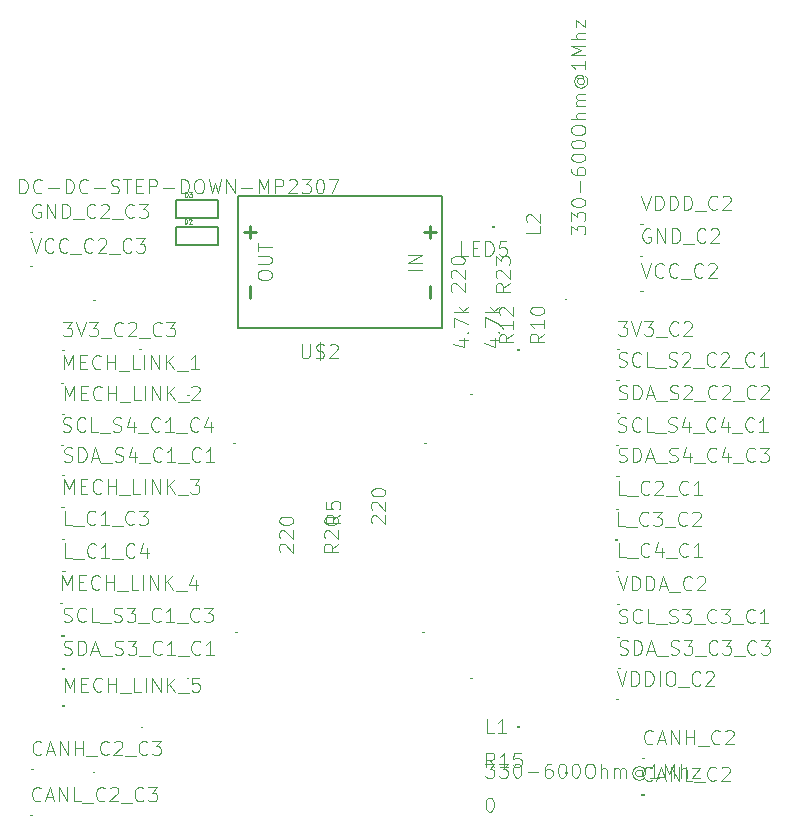
<source format=gbr>
G04 #@! TF.FileFunction,Legend,Top*
%FSLAX46Y46*%
G04 Gerber Fmt 4.6, Leading zero omitted, Abs format (unit mm)*
G04 Created by KiCad (PCBNEW 4.0.6) date 05/07/17 20:47:01*
%MOMM*%
%LPD*%
G01*
G04 APERTURE LIST*
%ADD10C,0.100000*%
%ADD11C,0.127000*%
%ADD12C,0.254000*%
%ADD13C,0.101600*%
%ADD14C,0.002032*%
%ADD15C,0.032512*%
G04 APERTURE END LIST*
D10*
G36*
X192211900Y-80526500D02*
X192211900Y-80326500D01*
X192011900Y-80326500D01*
X192011900Y-80526500D01*
X192211900Y-80526500D01*
G37*
D11*
X187768100Y-88980900D02*
X170496100Y-88980900D01*
X170496100Y-88980900D02*
X170496100Y-77804900D01*
X170496100Y-77804900D02*
X187768100Y-77804900D01*
X187768100Y-77804900D02*
X187768100Y-88980900D01*
D12*
X186752100Y-85424900D02*
X186752100Y-86440900D01*
X186752100Y-81360900D02*
X186752100Y-80344900D01*
X187260100Y-80852900D02*
X186244100Y-80852900D01*
X171512100Y-81360900D02*
X171512100Y-80344900D01*
X172020100Y-80852900D02*
X171004100Y-80852900D01*
X171512100Y-85424900D02*
X171512100Y-86440900D01*
D11*
X165182100Y-80392900D02*
X168738100Y-80392900D01*
X168738100Y-80392900D02*
X168738100Y-81916900D01*
X168738100Y-81916900D02*
X165182100Y-81916900D01*
X165182100Y-81916900D02*
X165182100Y-80392900D01*
X165214100Y-78117900D02*
X168770100Y-78117900D01*
X168770100Y-78117900D02*
X168770100Y-79641900D01*
X168770100Y-79641900D02*
X165214100Y-79641900D01*
X165214100Y-79641900D02*
X165214100Y-78117900D01*
D13*
X189919853Y-82845548D02*
X189345329Y-82845548D01*
X189345329Y-81639048D01*
X190322019Y-82213571D02*
X190724186Y-82213571D01*
X190896543Y-82845548D02*
X190322019Y-82845548D01*
X190322019Y-81639048D01*
X190896543Y-81639048D01*
X191413614Y-82845548D02*
X191413614Y-81639048D01*
X191700876Y-81639048D01*
X191873233Y-81696500D01*
X191988138Y-81811405D01*
X192045590Y-81926310D01*
X192103042Y-82156119D01*
X192103042Y-82328476D01*
X192045590Y-82558286D01*
X191988138Y-82673190D01*
X191873233Y-82788095D01*
X191700876Y-82845548D01*
X191413614Y-82845548D01*
X193194638Y-81639048D02*
X192620114Y-81639048D01*
X192562662Y-82213571D01*
X192620114Y-82156119D01*
X192735019Y-82098667D01*
X193022281Y-82098667D01*
X193137185Y-82156119D01*
X193194638Y-82213571D01*
X193252090Y-82328476D01*
X193252090Y-82615738D01*
X193194638Y-82730643D01*
X193137185Y-82788095D01*
X193022281Y-82845548D01*
X192735019Y-82845548D01*
X192620114Y-82788095D01*
X192562662Y-82730643D01*
X178959148Y-107236806D02*
X178384624Y-107638972D01*
X178959148Y-107926234D02*
X177752648Y-107926234D01*
X177752648Y-107466615D01*
X177810100Y-107351710D01*
X177867552Y-107294258D01*
X177982457Y-107236806D01*
X178154814Y-107236806D01*
X178269719Y-107294258D01*
X178327171Y-107351710D01*
X178384624Y-107466615D01*
X178384624Y-107926234D01*
X177867552Y-106777186D02*
X177810100Y-106719734D01*
X177752648Y-106604829D01*
X177752648Y-106317567D01*
X177810100Y-106202663D01*
X177867552Y-106145210D01*
X177982457Y-106087758D01*
X178097362Y-106087758D01*
X178269719Y-106145210D01*
X178959148Y-106834639D01*
X178959148Y-106087758D01*
X177752648Y-105340877D02*
X177752648Y-105225972D01*
X177810100Y-105111067D01*
X177867552Y-105053615D01*
X177982457Y-104996162D01*
X178212267Y-104938710D01*
X178499529Y-104938710D01*
X178729338Y-104996162D01*
X178844243Y-105053615D01*
X178901695Y-105111067D01*
X178959148Y-105225972D01*
X178959148Y-105340877D01*
X178901695Y-105455781D01*
X178844243Y-105513234D01*
X178729338Y-105570686D01*
X178499529Y-105628138D01*
X178212267Y-105628138D01*
X177982457Y-105570686D01*
X177867552Y-105513234D01*
X177810100Y-105455781D01*
X177752648Y-105340877D01*
X174057552Y-107926234D02*
X174000100Y-107868782D01*
X173942648Y-107753877D01*
X173942648Y-107466615D01*
X174000100Y-107351711D01*
X174057552Y-107294258D01*
X174172457Y-107236806D01*
X174287362Y-107236806D01*
X174459719Y-107294258D01*
X175149148Y-107983687D01*
X175149148Y-107236806D01*
X174057552Y-106777186D02*
X174000100Y-106719734D01*
X173942648Y-106604829D01*
X173942648Y-106317567D01*
X174000100Y-106202663D01*
X174057552Y-106145210D01*
X174172457Y-106087758D01*
X174287362Y-106087758D01*
X174459719Y-106145210D01*
X175149148Y-106834639D01*
X175149148Y-106087758D01*
X173942648Y-105340877D02*
X173942648Y-105225972D01*
X174000100Y-105111067D01*
X174057552Y-105053615D01*
X174172457Y-104996162D01*
X174402267Y-104938710D01*
X174689529Y-104938710D01*
X174919338Y-104996162D01*
X175034243Y-105053615D01*
X175091695Y-105111067D01*
X175149148Y-105225972D01*
X175149148Y-105340877D01*
X175091695Y-105455781D01*
X175034243Y-105513234D01*
X174919338Y-105570686D01*
X174689529Y-105628138D01*
X174402267Y-105628138D01*
X174172457Y-105570686D01*
X174057552Y-105513234D01*
X174000100Y-105455781D01*
X173942648Y-105340877D01*
X193490148Y-85199606D02*
X192915624Y-85601772D01*
X193490148Y-85889034D02*
X192283648Y-85889034D01*
X192283648Y-85429415D01*
X192341100Y-85314510D01*
X192398552Y-85257058D01*
X192513457Y-85199606D01*
X192685814Y-85199606D01*
X192800719Y-85257058D01*
X192858171Y-85314510D01*
X192915624Y-85429415D01*
X192915624Y-85889034D01*
X192398552Y-84739986D02*
X192341100Y-84682534D01*
X192283648Y-84567629D01*
X192283648Y-84280367D01*
X192341100Y-84165463D01*
X192398552Y-84108010D01*
X192513457Y-84050558D01*
X192628362Y-84050558D01*
X192800719Y-84108010D01*
X193490148Y-84797439D01*
X193490148Y-84050558D01*
X192283648Y-83648391D02*
X192283648Y-82901510D01*
X192743267Y-83303677D01*
X192743267Y-83131319D01*
X192800719Y-83016415D01*
X192858171Y-82958962D01*
X192973076Y-82901510D01*
X193260338Y-82901510D01*
X193375243Y-82958962D01*
X193432695Y-83016415D01*
X193490148Y-83131319D01*
X193490148Y-83476034D01*
X193432695Y-83590938D01*
X193375243Y-83648391D01*
X188588552Y-85889034D02*
X188531100Y-85831582D01*
X188473648Y-85716677D01*
X188473648Y-85429415D01*
X188531100Y-85314511D01*
X188588552Y-85257058D01*
X188703457Y-85199606D01*
X188818362Y-85199606D01*
X188990719Y-85257058D01*
X189680148Y-85946487D01*
X189680148Y-85199606D01*
X188588552Y-84739986D02*
X188531100Y-84682534D01*
X188473648Y-84567629D01*
X188473648Y-84280367D01*
X188531100Y-84165463D01*
X188588552Y-84108010D01*
X188703457Y-84050558D01*
X188818362Y-84050558D01*
X188990719Y-84108010D01*
X189680148Y-84797439D01*
X189680148Y-84050558D01*
X188473648Y-83303677D02*
X188473648Y-83188772D01*
X188531100Y-83073867D01*
X188588552Y-83016415D01*
X188703457Y-82958962D01*
X188933267Y-82901510D01*
X189220529Y-82901510D01*
X189450338Y-82958962D01*
X189565243Y-83016415D01*
X189622695Y-83073867D01*
X189680148Y-83188772D01*
X189680148Y-83303677D01*
X189622695Y-83418581D01*
X189565243Y-83476034D01*
X189450338Y-83533486D01*
X189220529Y-83590938D01*
X188933267Y-83590938D01*
X188703457Y-83533486D01*
X188588552Y-83476034D01*
X188531100Y-83418581D01*
X188473648Y-83303677D01*
X202680157Y-88417848D02*
X203427038Y-88417848D01*
X203024871Y-88877467D01*
X203197229Y-88877467D01*
X203312133Y-88934919D01*
X203369586Y-88992371D01*
X203427038Y-89107276D01*
X203427038Y-89394538D01*
X203369586Y-89509443D01*
X203312133Y-89566895D01*
X203197229Y-89624348D01*
X202852514Y-89624348D01*
X202737610Y-89566895D01*
X202680157Y-89509443D01*
X203771753Y-88417848D02*
X204173919Y-89624348D01*
X204576086Y-88417848D01*
X204863348Y-88417848D02*
X205610229Y-88417848D01*
X205208062Y-88877467D01*
X205380420Y-88877467D01*
X205495324Y-88934919D01*
X205552777Y-88992371D01*
X205610229Y-89107276D01*
X205610229Y-89394538D01*
X205552777Y-89509443D01*
X205495324Y-89566895D01*
X205380420Y-89624348D01*
X205035705Y-89624348D01*
X204920801Y-89566895D01*
X204863348Y-89509443D01*
X205840039Y-89739252D02*
X206759277Y-89739252D01*
X207735967Y-89509443D02*
X207678515Y-89566895D01*
X207506158Y-89624348D01*
X207391253Y-89624348D01*
X207218896Y-89566895D01*
X207103991Y-89451990D01*
X207046539Y-89337086D01*
X206989087Y-89107276D01*
X206989087Y-88934919D01*
X207046539Y-88705110D01*
X207103991Y-88590205D01*
X207218896Y-88475300D01*
X207391253Y-88417848D01*
X207506158Y-88417848D01*
X207678515Y-88475300D01*
X207735967Y-88532752D01*
X208195587Y-88532752D02*
X208253039Y-88475300D01*
X208367944Y-88417848D01*
X208655206Y-88417848D01*
X208770110Y-88475300D01*
X208827563Y-88532752D01*
X208885015Y-88647657D01*
X208885015Y-88762562D01*
X208827563Y-88934919D01*
X208138134Y-89624348D01*
X208885015Y-89624348D01*
D14*
X202555445Y-90788551D02*
X202555445Y-90764421D01*
X202564638Y-90764421D01*
X202566936Y-90765570D01*
X202568085Y-90766719D01*
X202569234Y-90769017D01*
X202569234Y-90772464D01*
X202568085Y-90774762D01*
X202566936Y-90775911D01*
X202564638Y-90777060D01*
X202555445Y-90777060D01*
X202576128Y-90764421D02*
X202589917Y-90764421D01*
X202583022Y-90788551D02*
X202583022Y-90764421D01*
X202611749Y-90788551D02*
X202603705Y-90777060D01*
X202597960Y-90788551D02*
X202597960Y-90764421D01*
X202607153Y-90764421D01*
X202609451Y-90765570D01*
X202610600Y-90766719D01*
X202611749Y-90769017D01*
X202611749Y-90772464D01*
X202610600Y-90774762D01*
X202609451Y-90775911D01*
X202607153Y-90777060D01*
X202597960Y-90777060D01*
X202634730Y-90788551D02*
X202620941Y-90788551D01*
X202627835Y-90788551D02*
X202627835Y-90764421D01*
X202625537Y-90767868D01*
X202623239Y-90770166D01*
X202620941Y-90771315D01*
X202641624Y-90764421D02*
X202655413Y-90764421D01*
X202648518Y-90788551D02*
X202648518Y-90764421D01*
X202663456Y-90788551D02*
X202663456Y-90764421D01*
X202672649Y-90764421D01*
X202674947Y-90765570D01*
X202676096Y-90766719D01*
X202677245Y-90769017D01*
X202677245Y-90772464D01*
X202676096Y-90774762D01*
X202674947Y-90775911D01*
X202672649Y-90777060D01*
X202663456Y-90777060D01*
X202700226Y-90788551D02*
X202686437Y-90788551D01*
X202693331Y-90788551D02*
X202693331Y-90764421D01*
X202691033Y-90767868D01*
X202688735Y-90770166D01*
X202686437Y-90771315D01*
X202723207Y-90788551D02*
X202709418Y-90788551D01*
X202716312Y-90788551D02*
X202716312Y-90764421D01*
X202714014Y-90767868D01*
X202711716Y-90770166D01*
X202709418Y-90771315D01*
X202747337Y-90788551D02*
X202739293Y-90777060D01*
X202733548Y-90788551D02*
X202733548Y-90764421D01*
X202742741Y-90764421D01*
X202745039Y-90765570D01*
X202746188Y-90766719D01*
X202747337Y-90769017D01*
X202747337Y-90772464D01*
X202746188Y-90774762D01*
X202745039Y-90775911D01*
X202742741Y-90777060D01*
X202733548Y-90777060D01*
D13*
X205382838Y-80601300D02*
X205267933Y-80543848D01*
X205095576Y-80543848D01*
X204923219Y-80601300D01*
X204808314Y-80716205D01*
X204750862Y-80831110D01*
X204693410Y-81060919D01*
X204693410Y-81233276D01*
X204750862Y-81463086D01*
X204808314Y-81577990D01*
X204923219Y-81692895D01*
X205095576Y-81750348D01*
X205210481Y-81750348D01*
X205382838Y-81692895D01*
X205440290Y-81635443D01*
X205440290Y-81233276D01*
X205210481Y-81233276D01*
X205957362Y-81750348D02*
X205957362Y-80543848D01*
X206646790Y-81750348D01*
X206646790Y-80543848D01*
X207221314Y-81750348D02*
X207221314Y-80543848D01*
X207508576Y-80543848D01*
X207680933Y-80601300D01*
X207795838Y-80716205D01*
X207853290Y-80831110D01*
X207910742Y-81060919D01*
X207910742Y-81233276D01*
X207853290Y-81463086D01*
X207795838Y-81577990D01*
X207680933Y-81692895D01*
X207508576Y-81750348D01*
X207221314Y-81750348D01*
X208140552Y-81865252D02*
X209059790Y-81865252D01*
X210036480Y-81635443D02*
X209979028Y-81692895D01*
X209806671Y-81750348D01*
X209691766Y-81750348D01*
X209519409Y-81692895D01*
X209404504Y-81577990D01*
X209347052Y-81463086D01*
X209289600Y-81233276D01*
X209289600Y-81060919D01*
X209347052Y-80831110D01*
X209404504Y-80716205D01*
X209519409Y-80601300D01*
X209691766Y-80543848D01*
X209806671Y-80543848D01*
X209979028Y-80601300D01*
X210036480Y-80658752D01*
X210496100Y-80658752D02*
X210553552Y-80601300D01*
X210668457Y-80543848D01*
X210955719Y-80543848D01*
X211070623Y-80601300D01*
X211128076Y-80658752D01*
X211185528Y-80773657D01*
X211185528Y-80888562D01*
X211128076Y-81060919D01*
X210438647Y-81750348D01*
X211185528Y-81750348D01*
D14*
X204511245Y-82914551D02*
X204511245Y-82890421D01*
X204520438Y-82890421D01*
X204522736Y-82891570D01*
X204523885Y-82892719D01*
X204525034Y-82895017D01*
X204525034Y-82898464D01*
X204523885Y-82900762D01*
X204522736Y-82901911D01*
X204520438Y-82903060D01*
X204511245Y-82903060D01*
X204531928Y-82890421D02*
X204545717Y-82890421D01*
X204538822Y-82914551D02*
X204538822Y-82890421D01*
X204567549Y-82914551D02*
X204559505Y-82903060D01*
X204553760Y-82914551D02*
X204553760Y-82890421D01*
X204562953Y-82890421D01*
X204565251Y-82891570D01*
X204566400Y-82892719D01*
X204567549Y-82895017D01*
X204567549Y-82898464D01*
X204566400Y-82900762D01*
X204565251Y-82901911D01*
X204562953Y-82903060D01*
X204553760Y-82903060D01*
X204590530Y-82914551D02*
X204576741Y-82914551D01*
X204583635Y-82914551D02*
X204583635Y-82890421D01*
X204581337Y-82893868D01*
X204579039Y-82896166D01*
X204576741Y-82897315D01*
X204597424Y-82890421D02*
X204611213Y-82890421D01*
X204604318Y-82914551D02*
X204604318Y-82890421D01*
X204619256Y-82914551D02*
X204619256Y-82890421D01*
X204628449Y-82890421D01*
X204630747Y-82891570D01*
X204631896Y-82892719D01*
X204633045Y-82895017D01*
X204633045Y-82898464D01*
X204631896Y-82900762D01*
X204630747Y-82901911D01*
X204628449Y-82903060D01*
X204619256Y-82903060D01*
X204656026Y-82914551D02*
X204642237Y-82914551D01*
X204649131Y-82914551D02*
X204649131Y-82890421D01*
X204646833Y-82893868D01*
X204644535Y-82896166D01*
X204642237Y-82897315D01*
X204679007Y-82914551D02*
X204665218Y-82914551D01*
X204672112Y-82914551D02*
X204672112Y-82890421D01*
X204669814Y-82893868D01*
X204667516Y-82896166D01*
X204665218Y-82897315D01*
X204703137Y-82914551D02*
X204695093Y-82903060D01*
X204689348Y-82914551D02*
X204689348Y-82890421D01*
X204698541Y-82890421D01*
X204700839Y-82891570D01*
X204701988Y-82892719D01*
X204703137Y-82895017D01*
X204703137Y-82898464D01*
X204701988Y-82900762D01*
X204700839Y-82901911D01*
X204698541Y-82903060D01*
X204689348Y-82903060D01*
D13*
X155664757Y-88468648D02*
X156411638Y-88468648D01*
X156009471Y-88928267D01*
X156181829Y-88928267D01*
X156296733Y-88985719D01*
X156354186Y-89043171D01*
X156411638Y-89158076D01*
X156411638Y-89445338D01*
X156354186Y-89560243D01*
X156296733Y-89617695D01*
X156181829Y-89675148D01*
X155837114Y-89675148D01*
X155722210Y-89617695D01*
X155664757Y-89560243D01*
X156756353Y-88468648D02*
X157158519Y-89675148D01*
X157560686Y-88468648D01*
X157847948Y-88468648D02*
X158594829Y-88468648D01*
X158192662Y-88928267D01*
X158365020Y-88928267D01*
X158479924Y-88985719D01*
X158537377Y-89043171D01*
X158594829Y-89158076D01*
X158594829Y-89445338D01*
X158537377Y-89560243D01*
X158479924Y-89617695D01*
X158365020Y-89675148D01*
X158020305Y-89675148D01*
X157905401Y-89617695D01*
X157847948Y-89560243D01*
X158824639Y-89790052D02*
X159743877Y-89790052D01*
X160720567Y-89560243D02*
X160663115Y-89617695D01*
X160490758Y-89675148D01*
X160375853Y-89675148D01*
X160203496Y-89617695D01*
X160088591Y-89502790D01*
X160031139Y-89387886D01*
X159973687Y-89158076D01*
X159973687Y-88985719D01*
X160031139Y-88755910D01*
X160088591Y-88641005D01*
X160203496Y-88526100D01*
X160375853Y-88468648D01*
X160490758Y-88468648D01*
X160663115Y-88526100D01*
X160720567Y-88583552D01*
X161180187Y-88583552D02*
X161237639Y-88526100D01*
X161352544Y-88468648D01*
X161639806Y-88468648D01*
X161754710Y-88526100D01*
X161812163Y-88583552D01*
X161869615Y-88698457D01*
X161869615Y-88813362D01*
X161812163Y-88985719D01*
X161122734Y-89675148D01*
X161869615Y-89675148D01*
X162099425Y-89790052D02*
X163018663Y-89790052D01*
X163995353Y-89560243D02*
X163937901Y-89617695D01*
X163765544Y-89675148D01*
X163650639Y-89675148D01*
X163478282Y-89617695D01*
X163363377Y-89502790D01*
X163305925Y-89387886D01*
X163248473Y-89158076D01*
X163248473Y-88985719D01*
X163305925Y-88755910D01*
X163363377Y-88641005D01*
X163478282Y-88526100D01*
X163650639Y-88468648D01*
X163765544Y-88468648D01*
X163937901Y-88526100D01*
X163995353Y-88583552D01*
X164397520Y-88468648D02*
X165144401Y-88468648D01*
X164742234Y-88928267D01*
X164914592Y-88928267D01*
X165029496Y-88985719D01*
X165086949Y-89043171D01*
X165144401Y-89158076D01*
X165144401Y-89445338D01*
X165086949Y-89560243D01*
X165029496Y-89617695D01*
X164914592Y-89675148D01*
X164569877Y-89675148D01*
X164454973Y-89617695D01*
X164397520Y-89560243D01*
D14*
X155540045Y-90839351D02*
X155540045Y-90815221D01*
X155549238Y-90815221D01*
X155551536Y-90816370D01*
X155552685Y-90817519D01*
X155553834Y-90819817D01*
X155553834Y-90823264D01*
X155552685Y-90825562D01*
X155551536Y-90826711D01*
X155549238Y-90827860D01*
X155540045Y-90827860D01*
X155560728Y-90815221D02*
X155574517Y-90815221D01*
X155567622Y-90839351D02*
X155567622Y-90815221D01*
X155596349Y-90839351D02*
X155588305Y-90827860D01*
X155582560Y-90839351D02*
X155582560Y-90815221D01*
X155591753Y-90815221D01*
X155594051Y-90816370D01*
X155595200Y-90817519D01*
X155596349Y-90819817D01*
X155596349Y-90823264D01*
X155595200Y-90825562D01*
X155594051Y-90826711D01*
X155591753Y-90827860D01*
X155582560Y-90827860D01*
X155619330Y-90839351D02*
X155605541Y-90839351D01*
X155612435Y-90839351D02*
X155612435Y-90815221D01*
X155610137Y-90818668D01*
X155607839Y-90820966D01*
X155605541Y-90822115D01*
X155626224Y-90815221D02*
X155640013Y-90815221D01*
X155633118Y-90839351D02*
X155633118Y-90815221D01*
X155648056Y-90839351D02*
X155648056Y-90815221D01*
X155657249Y-90815221D01*
X155659547Y-90816370D01*
X155660696Y-90817519D01*
X155661845Y-90819817D01*
X155661845Y-90823264D01*
X155660696Y-90825562D01*
X155659547Y-90826711D01*
X155657249Y-90827860D01*
X155648056Y-90827860D01*
X155684826Y-90839351D02*
X155671037Y-90839351D01*
X155677931Y-90839351D02*
X155677931Y-90815221D01*
X155675633Y-90818668D01*
X155673335Y-90820966D01*
X155671037Y-90822115D01*
X155707807Y-90839351D02*
X155694018Y-90839351D01*
X155700912Y-90839351D02*
X155700912Y-90815221D01*
X155698614Y-90818668D01*
X155696316Y-90820966D01*
X155694018Y-90822115D01*
X155731937Y-90839351D02*
X155723893Y-90827860D01*
X155718148Y-90839351D02*
X155718148Y-90815221D01*
X155727341Y-90815221D01*
X155729639Y-90816370D01*
X155730788Y-90817519D01*
X155731937Y-90819817D01*
X155731937Y-90823264D01*
X155730788Y-90825562D01*
X155729639Y-90826711D01*
X155727341Y-90827860D01*
X155718148Y-90827860D01*
D13*
X153744638Y-78518500D02*
X153629733Y-78461048D01*
X153457376Y-78461048D01*
X153285019Y-78518500D01*
X153170114Y-78633405D01*
X153112662Y-78748310D01*
X153055210Y-78978119D01*
X153055210Y-79150476D01*
X153112662Y-79380286D01*
X153170114Y-79495190D01*
X153285019Y-79610095D01*
X153457376Y-79667548D01*
X153572281Y-79667548D01*
X153744638Y-79610095D01*
X153802090Y-79552643D01*
X153802090Y-79150476D01*
X153572281Y-79150476D01*
X154319162Y-79667548D02*
X154319162Y-78461048D01*
X155008590Y-79667548D01*
X155008590Y-78461048D01*
X155583114Y-79667548D02*
X155583114Y-78461048D01*
X155870376Y-78461048D01*
X156042733Y-78518500D01*
X156157638Y-78633405D01*
X156215090Y-78748310D01*
X156272542Y-78978119D01*
X156272542Y-79150476D01*
X156215090Y-79380286D01*
X156157638Y-79495190D01*
X156042733Y-79610095D01*
X155870376Y-79667548D01*
X155583114Y-79667548D01*
X156502352Y-79782452D02*
X157421590Y-79782452D01*
X158398280Y-79552643D02*
X158340828Y-79610095D01*
X158168471Y-79667548D01*
X158053566Y-79667548D01*
X157881209Y-79610095D01*
X157766304Y-79495190D01*
X157708852Y-79380286D01*
X157651400Y-79150476D01*
X157651400Y-78978119D01*
X157708852Y-78748310D01*
X157766304Y-78633405D01*
X157881209Y-78518500D01*
X158053566Y-78461048D01*
X158168471Y-78461048D01*
X158340828Y-78518500D01*
X158398280Y-78575952D01*
X158857900Y-78575952D02*
X158915352Y-78518500D01*
X159030257Y-78461048D01*
X159317519Y-78461048D01*
X159432423Y-78518500D01*
X159489876Y-78575952D01*
X159547328Y-78690857D01*
X159547328Y-78805762D01*
X159489876Y-78978119D01*
X158800447Y-79667548D01*
X159547328Y-79667548D01*
X159777138Y-79782452D02*
X160696376Y-79782452D01*
X161673066Y-79552643D02*
X161615614Y-79610095D01*
X161443257Y-79667548D01*
X161328352Y-79667548D01*
X161155995Y-79610095D01*
X161041090Y-79495190D01*
X160983638Y-79380286D01*
X160926186Y-79150476D01*
X160926186Y-78978119D01*
X160983638Y-78748310D01*
X161041090Y-78633405D01*
X161155995Y-78518500D01*
X161328352Y-78461048D01*
X161443257Y-78461048D01*
X161615614Y-78518500D01*
X161673066Y-78575952D01*
X162075233Y-78461048D02*
X162822114Y-78461048D01*
X162419947Y-78920667D01*
X162592305Y-78920667D01*
X162707209Y-78978119D01*
X162764662Y-79035571D01*
X162822114Y-79150476D01*
X162822114Y-79437738D01*
X162764662Y-79552643D01*
X162707209Y-79610095D01*
X162592305Y-79667548D01*
X162247590Y-79667548D01*
X162132686Y-79610095D01*
X162075233Y-79552643D01*
D14*
X152873045Y-80831751D02*
X152873045Y-80807621D01*
X152882238Y-80807621D01*
X152884536Y-80808770D01*
X152885685Y-80809919D01*
X152886834Y-80812217D01*
X152886834Y-80815664D01*
X152885685Y-80817962D01*
X152884536Y-80819111D01*
X152882238Y-80820260D01*
X152873045Y-80820260D01*
X152893728Y-80807621D02*
X152907517Y-80807621D01*
X152900622Y-80831751D02*
X152900622Y-80807621D01*
X152929349Y-80831751D02*
X152921305Y-80820260D01*
X152915560Y-80831751D02*
X152915560Y-80807621D01*
X152924753Y-80807621D01*
X152927051Y-80808770D01*
X152928200Y-80809919D01*
X152929349Y-80812217D01*
X152929349Y-80815664D01*
X152928200Y-80817962D01*
X152927051Y-80819111D01*
X152924753Y-80820260D01*
X152915560Y-80820260D01*
X152952330Y-80831751D02*
X152938541Y-80831751D01*
X152945435Y-80831751D02*
X152945435Y-80807621D01*
X152943137Y-80811068D01*
X152940839Y-80813366D01*
X152938541Y-80814515D01*
X152959224Y-80807621D02*
X152973013Y-80807621D01*
X152966118Y-80831751D02*
X152966118Y-80807621D01*
X152981056Y-80831751D02*
X152981056Y-80807621D01*
X152990249Y-80807621D01*
X152992547Y-80808770D01*
X152993696Y-80809919D01*
X152994845Y-80812217D01*
X152994845Y-80815664D01*
X152993696Y-80817962D01*
X152992547Y-80819111D01*
X152990249Y-80820260D01*
X152981056Y-80820260D01*
X153017826Y-80831751D02*
X153004037Y-80831751D01*
X153010931Y-80831751D02*
X153010931Y-80807621D01*
X153008633Y-80811068D01*
X153006335Y-80813366D01*
X153004037Y-80814515D01*
X153040807Y-80831751D02*
X153027018Y-80831751D01*
X153033912Y-80831751D02*
X153033912Y-80807621D01*
X153031614Y-80811068D01*
X153029316Y-80813366D01*
X153027018Y-80814515D01*
X153064937Y-80831751D02*
X153056893Y-80820260D01*
X153051148Y-80831751D02*
X153051148Y-80807621D01*
X153060341Y-80807621D01*
X153062639Y-80808770D01*
X153063788Y-80809919D01*
X153064937Y-80812217D01*
X153064937Y-80815664D01*
X153063788Y-80817962D01*
X153062639Y-80819111D01*
X153060341Y-80820260D01*
X153051148Y-80820260D01*
D13*
X203293386Y-103111748D02*
X202718862Y-103111748D01*
X202718862Y-101905248D01*
X203408290Y-103226652D02*
X204327528Y-103226652D01*
X205304218Y-102996843D02*
X205246766Y-103054295D01*
X205074409Y-103111748D01*
X204959504Y-103111748D01*
X204787147Y-103054295D01*
X204672242Y-102939390D01*
X204614790Y-102824486D01*
X204557338Y-102594676D01*
X204557338Y-102422319D01*
X204614790Y-102192510D01*
X204672242Y-102077605D01*
X204787147Y-101962700D01*
X204959504Y-101905248D01*
X205074409Y-101905248D01*
X205246766Y-101962700D01*
X205304218Y-102020152D01*
X205763838Y-102020152D02*
X205821290Y-101962700D01*
X205936195Y-101905248D01*
X206223457Y-101905248D01*
X206338361Y-101962700D01*
X206395814Y-102020152D01*
X206453266Y-102135057D01*
X206453266Y-102249962D01*
X206395814Y-102422319D01*
X205706385Y-103111748D01*
X206453266Y-103111748D01*
X206683076Y-103226652D02*
X207602314Y-103226652D01*
X208579004Y-102996843D02*
X208521552Y-103054295D01*
X208349195Y-103111748D01*
X208234290Y-103111748D01*
X208061933Y-103054295D01*
X207947028Y-102939390D01*
X207889576Y-102824486D01*
X207832124Y-102594676D01*
X207832124Y-102422319D01*
X207889576Y-102192510D01*
X207947028Y-102077605D01*
X208061933Y-101962700D01*
X208234290Y-101905248D01*
X208349195Y-101905248D01*
X208521552Y-101962700D01*
X208579004Y-102020152D01*
X209728052Y-103111748D02*
X209038624Y-103111748D01*
X209383338Y-103111748D02*
X209383338Y-101905248D01*
X209268433Y-102077605D01*
X209153528Y-102192510D01*
X209038624Y-102249962D01*
D14*
X202479245Y-104275951D02*
X202479245Y-104251821D01*
X202488438Y-104251821D01*
X202490736Y-104252970D01*
X202491885Y-104254119D01*
X202493034Y-104256417D01*
X202493034Y-104259864D01*
X202491885Y-104262162D01*
X202490736Y-104263311D01*
X202488438Y-104264460D01*
X202479245Y-104264460D01*
X202499928Y-104251821D02*
X202513717Y-104251821D01*
X202506822Y-104275951D02*
X202506822Y-104251821D01*
X202535549Y-104275951D02*
X202527505Y-104264460D01*
X202521760Y-104275951D02*
X202521760Y-104251821D01*
X202530953Y-104251821D01*
X202533251Y-104252970D01*
X202534400Y-104254119D01*
X202535549Y-104256417D01*
X202535549Y-104259864D01*
X202534400Y-104262162D01*
X202533251Y-104263311D01*
X202530953Y-104264460D01*
X202521760Y-104264460D01*
X202558530Y-104275951D02*
X202544741Y-104275951D01*
X202551635Y-104275951D02*
X202551635Y-104251821D01*
X202549337Y-104255268D01*
X202547039Y-104257566D01*
X202544741Y-104258715D01*
X202565424Y-104251821D02*
X202579213Y-104251821D01*
X202572318Y-104275951D02*
X202572318Y-104251821D01*
X202587256Y-104275951D02*
X202587256Y-104251821D01*
X202596449Y-104251821D01*
X202598747Y-104252970D01*
X202599896Y-104254119D01*
X202601045Y-104256417D01*
X202601045Y-104259864D01*
X202599896Y-104262162D01*
X202598747Y-104263311D01*
X202596449Y-104264460D01*
X202587256Y-104264460D01*
X202624026Y-104275951D02*
X202610237Y-104275951D01*
X202617131Y-104275951D02*
X202617131Y-104251821D01*
X202614833Y-104255268D01*
X202612535Y-104257566D01*
X202610237Y-104258715D01*
X202647007Y-104275951D02*
X202633218Y-104275951D01*
X202640112Y-104275951D02*
X202640112Y-104251821D01*
X202637814Y-104255268D01*
X202635516Y-104257566D01*
X202633218Y-104258715D01*
X202671137Y-104275951D02*
X202663093Y-104264460D01*
X202657348Y-104275951D02*
X202657348Y-104251821D01*
X202666541Y-104251821D01*
X202668839Y-104252970D01*
X202669988Y-104254119D01*
X202671137Y-104256417D01*
X202671137Y-104259864D01*
X202669988Y-104262162D01*
X202668839Y-104263311D01*
X202666541Y-104264460D01*
X202657348Y-104264460D01*
D13*
X203191786Y-105727948D02*
X202617262Y-105727948D01*
X202617262Y-104521448D01*
X203306690Y-105842852D02*
X204225928Y-105842852D01*
X205202618Y-105613043D02*
X205145166Y-105670495D01*
X204972809Y-105727948D01*
X204857904Y-105727948D01*
X204685547Y-105670495D01*
X204570642Y-105555590D01*
X204513190Y-105440686D01*
X204455738Y-105210876D01*
X204455738Y-105038519D01*
X204513190Y-104808710D01*
X204570642Y-104693805D01*
X204685547Y-104578900D01*
X204857904Y-104521448D01*
X204972809Y-104521448D01*
X205145166Y-104578900D01*
X205202618Y-104636352D01*
X205604785Y-104521448D02*
X206351666Y-104521448D01*
X205949499Y-104981067D01*
X206121857Y-104981067D01*
X206236761Y-105038519D01*
X206294214Y-105095971D01*
X206351666Y-105210876D01*
X206351666Y-105498138D01*
X206294214Y-105613043D01*
X206236761Y-105670495D01*
X206121857Y-105727948D01*
X205777142Y-105727948D01*
X205662238Y-105670495D01*
X205604785Y-105613043D01*
X206581476Y-105842852D02*
X207500714Y-105842852D01*
X208477404Y-105613043D02*
X208419952Y-105670495D01*
X208247595Y-105727948D01*
X208132690Y-105727948D01*
X207960333Y-105670495D01*
X207845428Y-105555590D01*
X207787976Y-105440686D01*
X207730524Y-105210876D01*
X207730524Y-105038519D01*
X207787976Y-104808710D01*
X207845428Y-104693805D01*
X207960333Y-104578900D01*
X208132690Y-104521448D01*
X208247595Y-104521448D01*
X208419952Y-104578900D01*
X208477404Y-104636352D01*
X208937024Y-104636352D02*
X208994476Y-104578900D01*
X209109381Y-104521448D01*
X209396643Y-104521448D01*
X209511547Y-104578900D01*
X209569000Y-104636352D01*
X209626452Y-104751257D01*
X209626452Y-104866162D01*
X209569000Y-105038519D01*
X208879571Y-105727948D01*
X209626452Y-105727948D01*
D14*
X202377645Y-106892151D02*
X202377645Y-106868021D01*
X202386838Y-106868021D01*
X202389136Y-106869170D01*
X202390285Y-106870319D01*
X202391434Y-106872617D01*
X202391434Y-106876064D01*
X202390285Y-106878362D01*
X202389136Y-106879511D01*
X202386838Y-106880660D01*
X202377645Y-106880660D01*
X202398328Y-106868021D02*
X202412117Y-106868021D01*
X202405222Y-106892151D02*
X202405222Y-106868021D01*
X202433949Y-106892151D02*
X202425905Y-106880660D01*
X202420160Y-106892151D02*
X202420160Y-106868021D01*
X202429353Y-106868021D01*
X202431651Y-106869170D01*
X202432800Y-106870319D01*
X202433949Y-106872617D01*
X202433949Y-106876064D01*
X202432800Y-106878362D01*
X202431651Y-106879511D01*
X202429353Y-106880660D01*
X202420160Y-106880660D01*
X202456930Y-106892151D02*
X202443141Y-106892151D01*
X202450035Y-106892151D02*
X202450035Y-106868021D01*
X202447737Y-106871468D01*
X202445439Y-106873766D01*
X202443141Y-106874915D01*
X202463824Y-106868021D02*
X202477613Y-106868021D01*
X202470718Y-106892151D02*
X202470718Y-106868021D01*
X202485656Y-106892151D02*
X202485656Y-106868021D01*
X202494849Y-106868021D01*
X202497147Y-106869170D01*
X202498296Y-106870319D01*
X202499445Y-106872617D01*
X202499445Y-106876064D01*
X202498296Y-106878362D01*
X202497147Y-106879511D01*
X202494849Y-106880660D01*
X202485656Y-106880660D01*
X202522426Y-106892151D02*
X202508637Y-106892151D01*
X202515531Y-106892151D02*
X202515531Y-106868021D01*
X202513233Y-106871468D01*
X202510935Y-106873766D01*
X202508637Y-106874915D01*
X202545407Y-106892151D02*
X202531618Y-106892151D01*
X202538512Y-106892151D02*
X202538512Y-106868021D01*
X202536214Y-106871468D01*
X202533916Y-106873766D01*
X202531618Y-106874915D01*
X202569537Y-106892151D02*
X202561493Y-106880660D01*
X202555748Y-106892151D02*
X202555748Y-106868021D01*
X202564941Y-106868021D01*
X202567239Y-106869170D01*
X202568388Y-106870319D01*
X202569537Y-106872617D01*
X202569537Y-106876064D01*
X202568388Y-106878362D01*
X202567239Y-106879511D01*
X202564941Y-106880660D01*
X202555748Y-106880660D01*
D13*
X156379586Y-105651748D02*
X155805062Y-105651748D01*
X155805062Y-104445248D01*
X156494490Y-105766652D02*
X157413728Y-105766652D01*
X158390418Y-105536843D02*
X158332966Y-105594295D01*
X158160609Y-105651748D01*
X158045704Y-105651748D01*
X157873347Y-105594295D01*
X157758442Y-105479390D01*
X157700990Y-105364486D01*
X157643538Y-105134676D01*
X157643538Y-104962319D01*
X157700990Y-104732510D01*
X157758442Y-104617605D01*
X157873347Y-104502700D01*
X158045704Y-104445248D01*
X158160609Y-104445248D01*
X158332966Y-104502700D01*
X158390418Y-104560152D01*
X159539466Y-105651748D02*
X158850038Y-105651748D01*
X159194752Y-105651748D02*
X159194752Y-104445248D01*
X159079847Y-104617605D01*
X158964942Y-104732510D01*
X158850038Y-104789962D01*
X159769276Y-105766652D02*
X160688514Y-105766652D01*
X161665204Y-105536843D02*
X161607752Y-105594295D01*
X161435395Y-105651748D01*
X161320490Y-105651748D01*
X161148133Y-105594295D01*
X161033228Y-105479390D01*
X160975776Y-105364486D01*
X160918324Y-105134676D01*
X160918324Y-104962319D01*
X160975776Y-104732510D01*
X161033228Y-104617605D01*
X161148133Y-104502700D01*
X161320490Y-104445248D01*
X161435395Y-104445248D01*
X161607752Y-104502700D01*
X161665204Y-104560152D01*
X162067371Y-104445248D02*
X162814252Y-104445248D01*
X162412085Y-104904867D01*
X162584443Y-104904867D01*
X162699347Y-104962319D01*
X162756800Y-105019771D01*
X162814252Y-105134676D01*
X162814252Y-105421938D01*
X162756800Y-105536843D01*
X162699347Y-105594295D01*
X162584443Y-105651748D01*
X162239728Y-105651748D01*
X162124824Y-105594295D01*
X162067371Y-105536843D01*
D14*
X155565445Y-106815951D02*
X155565445Y-106791821D01*
X155574638Y-106791821D01*
X155576936Y-106792970D01*
X155578085Y-106794119D01*
X155579234Y-106796417D01*
X155579234Y-106799864D01*
X155578085Y-106802162D01*
X155576936Y-106803311D01*
X155574638Y-106804460D01*
X155565445Y-106804460D01*
X155586128Y-106791821D02*
X155599917Y-106791821D01*
X155593022Y-106815951D02*
X155593022Y-106791821D01*
X155621749Y-106815951D02*
X155613705Y-106804460D01*
X155607960Y-106815951D02*
X155607960Y-106791821D01*
X155617153Y-106791821D01*
X155619451Y-106792970D01*
X155620600Y-106794119D01*
X155621749Y-106796417D01*
X155621749Y-106799864D01*
X155620600Y-106802162D01*
X155619451Y-106803311D01*
X155617153Y-106804460D01*
X155607960Y-106804460D01*
X155644730Y-106815951D02*
X155630941Y-106815951D01*
X155637835Y-106815951D02*
X155637835Y-106791821D01*
X155635537Y-106795268D01*
X155633239Y-106797566D01*
X155630941Y-106798715D01*
X155651624Y-106791821D02*
X155665413Y-106791821D01*
X155658518Y-106815951D02*
X155658518Y-106791821D01*
X155673456Y-106815951D02*
X155673456Y-106791821D01*
X155682649Y-106791821D01*
X155684947Y-106792970D01*
X155686096Y-106794119D01*
X155687245Y-106796417D01*
X155687245Y-106799864D01*
X155686096Y-106802162D01*
X155684947Y-106803311D01*
X155682649Y-106804460D01*
X155673456Y-106804460D01*
X155710226Y-106815951D02*
X155696437Y-106815951D01*
X155703331Y-106815951D02*
X155703331Y-106791821D01*
X155701033Y-106795268D01*
X155698735Y-106797566D01*
X155696437Y-106798715D01*
X155733207Y-106815951D02*
X155719418Y-106815951D01*
X155726312Y-106815951D02*
X155726312Y-106791821D01*
X155724014Y-106795268D01*
X155721716Y-106797566D01*
X155719418Y-106798715D01*
X155757337Y-106815951D02*
X155749293Y-106804460D01*
X155743548Y-106815951D02*
X155743548Y-106791821D01*
X155752741Y-106791821D01*
X155755039Y-106792970D01*
X155756188Y-106794119D01*
X155757337Y-106796417D01*
X155757337Y-106799864D01*
X155756188Y-106802162D01*
X155755039Y-106803311D01*
X155752741Y-106804460D01*
X155743548Y-106804460D01*
D13*
X203293386Y-108369548D02*
X202718862Y-108369548D01*
X202718862Y-107163048D01*
X203408290Y-108484452D02*
X204327528Y-108484452D01*
X205304218Y-108254643D02*
X205246766Y-108312095D01*
X205074409Y-108369548D01*
X204959504Y-108369548D01*
X204787147Y-108312095D01*
X204672242Y-108197190D01*
X204614790Y-108082286D01*
X204557338Y-107852476D01*
X204557338Y-107680119D01*
X204614790Y-107450310D01*
X204672242Y-107335405D01*
X204787147Y-107220500D01*
X204959504Y-107163048D01*
X205074409Y-107163048D01*
X205246766Y-107220500D01*
X205304218Y-107277952D01*
X206338361Y-107565214D02*
X206338361Y-108369548D01*
X206051099Y-107105595D02*
X205763838Y-107967381D01*
X206510718Y-107967381D01*
X206683076Y-108484452D02*
X207602314Y-108484452D01*
X208579004Y-108254643D02*
X208521552Y-108312095D01*
X208349195Y-108369548D01*
X208234290Y-108369548D01*
X208061933Y-108312095D01*
X207947028Y-108197190D01*
X207889576Y-108082286D01*
X207832124Y-107852476D01*
X207832124Y-107680119D01*
X207889576Y-107450310D01*
X207947028Y-107335405D01*
X208061933Y-107220500D01*
X208234290Y-107163048D01*
X208349195Y-107163048D01*
X208521552Y-107220500D01*
X208579004Y-107277952D01*
X209728052Y-108369548D02*
X209038624Y-108369548D01*
X209383338Y-108369548D02*
X209383338Y-107163048D01*
X209268433Y-107335405D01*
X209153528Y-107450310D01*
X209038624Y-107507762D01*
D14*
X202479245Y-109533751D02*
X202479245Y-109509621D01*
X202488438Y-109509621D01*
X202490736Y-109510770D01*
X202491885Y-109511919D01*
X202493034Y-109514217D01*
X202493034Y-109517664D01*
X202491885Y-109519962D01*
X202490736Y-109521111D01*
X202488438Y-109522260D01*
X202479245Y-109522260D01*
X202499928Y-109509621D02*
X202513717Y-109509621D01*
X202506822Y-109533751D02*
X202506822Y-109509621D01*
X202535549Y-109533751D02*
X202527505Y-109522260D01*
X202521760Y-109533751D02*
X202521760Y-109509621D01*
X202530953Y-109509621D01*
X202533251Y-109510770D01*
X202534400Y-109511919D01*
X202535549Y-109514217D01*
X202535549Y-109517664D01*
X202534400Y-109519962D01*
X202533251Y-109521111D01*
X202530953Y-109522260D01*
X202521760Y-109522260D01*
X202558530Y-109533751D02*
X202544741Y-109533751D01*
X202551635Y-109533751D02*
X202551635Y-109509621D01*
X202549337Y-109513068D01*
X202547039Y-109515366D01*
X202544741Y-109516515D01*
X202565424Y-109509621D02*
X202579213Y-109509621D01*
X202572318Y-109533751D02*
X202572318Y-109509621D01*
X202587256Y-109533751D02*
X202587256Y-109509621D01*
X202596449Y-109509621D01*
X202598747Y-109510770D01*
X202599896Y-109511919D01*
X202601045Y-109514217D01*
X202601045Y-109517664D01*
X202599896Y-109519962D01*
X202598747Y-109521111D01*
X202596449Y-109522260D01*
X202587256Y-109522260D01*
X202624026Y-109533751D02*
X202610237Y-109533751D01*
X202617131Y-109533751D02*
X202617131Y-109509621D01*
X202614833Y-109513068D01*
X202612535Y-109515366D01*
X202610237Y-109516515D01*
X202647007Y-109533751D02*
X202633218Y-109533751D01*
X202640112Y-109533751D02*
X202640112Y-109509621D01*
X202637814Y-109513068D01*
X202635516Y-109515366D01*
X202633218Y-109516515D01*
X202671137Y-109533751D02*
X202663093Y-109522260D01*
X202657348Y-109533751D02*
X202657348Y-109509621D01*
X202666541Y-109509621D01*
X202668839Y-109510770D01*
X202669988Y-109511919D01*
X202671137Y-109514217D01*
X202671137Y-109517664D01*
X202669988Y-109519962D01*
X202668839Y-109521111D01*
X202666541Y-109522260D01*
X202657348Y-109522260D01*
D13*
X156404986Y-108420348D02*
X155830462Y-108420348D01*
X155830462Y-107213848D01*
X156519890Y-108535252D02*
X157439128Y-108535252D01*
X158415818Y-108305443D02*
X158358366Y-108362895D01*
X158186009Y-108420348D01*
X158071104Y-108420348D01*
X157898747Y-108362895D01*
X157783842Y-108247990D01*
X157726390Y-108133086D01*
X157668938Y-107903276D01*
X157668938Y-107730919D01*
X157726390Y-107501110D01*
X157783842Y-107386205D01*
X157898747Y-107271300D01*
X158071104Y-107213848D01*
X158186009Y-107213848D01*
X158358366Y-107271300D01*
X158415818Y-107328752D01*
X159564866Y-108420348D02*
X158875438Y-108420348D01*
X159220152Y-108420348D02*
X159220152Y-107213848D01*
X159105247Y-107386205D01*
X158990342Y-107501110D01*
X158875438Y-107558562D01*
X159794676Y-108535252D02*
X160713914Y-108535252D01*
X161690604Y-108305443D02*
X161633152Y-108362895D01*
X161460795Y-108420348D01*
X161345890Y-108420348D01*
X161173533Y-108362895D01*
X161058628Y-108247990D01*
X161001176Y-108133086D01*
X160943724Y-107903276D01*
X160943724Y-107730919D01*
X161001176Y-107501110D01*
X161058628Y-107386205D01*
X161173533Y-107271300D01*
X161345890Y-107213848D01*
X161460795Y-107213848D01*
X161633152Y-107271300D01*
X161690604Y-107328752D01*
X162724747Y-107616014D02*
X162724747Y-108420348D01*
X162437485Y-107156395D02*
X162150224Y-108018181D01*
X162897104Y-108018181D01*
D14*
X155590845Y-109584551D02*
X155590845Y-109560421D01*
X155600038Y-109560421D01*
X155602336Y-109561570D01*
X155603485Y-109562719D01*
X155604634Y-109565017D01*
X155604634Y-109568464D01*
X155603485Y-109570762D01*
X155602336Y-109571911D01*
X155600038Y-109573060D01*
X155590845Y-109573060D01*
X155611528Y-109560421D02*
X155625317Y-109560421D01*
X155618422Y-109584551D02*
X155618422Y-109560421D01*
X155647149Y-109584551D02*
X155639105Y-109573060D01*
X155633360Y-109584551D02*
X155633360Y-109560421D01*
X155642553Y-109560421D01*
X155644851Y-109561570D01*
X155646000Y-109562719D01*
X155647149Y-109565017D01*
X155647149Y-109568464D01*
X155646000Y-109570762D01*
X155644851Y-109571911D01*
X155642553Y-109573060D01*
X155633360Y-109573060D01*
X155670130Y-109584551D02*
X155656341Y-109584551D01*
X155663235Y-109584551D02*
X155663235Y-109560421D01*
X155660937Y-109563868D01*
X155658639Y-109566166D01*
X155656341Y-109567315D01*
X155677024Y-109560421D02*
X155690813Y-109560421D01*
X155683918Y-109584551D02*
X155683918Y-109560421D01*
X155698856Y-109584551D02*
X155698856Y-109560421D01*
X155708049Y-109560421D01*
X155710347Y-109561570D01*
X155711496Y-109562719D01*
X155712645Y-109565017D01*
X155712645Y-109568464D01*
X155711496Y-109570762D01*
X155710347Y-109571911D01*
X155708049Y-109573060D01*
X155698856Y-109573060D01*
X155735626Y-109584551D02*
X155721837Y-109584551D01*
X155728731Y-109584551D02*
X155728731Y-109560421D01*
X155726433Y-109563868D01*
X155724135Y-109566166D01*
X155721837Y-109567315D01*
X155758607Y-109584551D02*
X155744818Y-109584551D01*
X155751712Y-109584551D02*
X155751712Y-109560421D01*
X155749414Y-109563868D01*
X155747116Y-109566166D01*
X155744818Y-109567315D01*
X155782737Y-109584551D02*
X155774693Y-109573060D01*
X155768948Y-109584551D02*
X155768948Y-109560421D01*
X155778141Y-109560421D01*
X155780439Y-109561570D01*
X155781588Y-109562719D01*
X155782737Y-109565017D01*
X155782737Y-109568464D01*
X155781588Y-109570762D01*
X155780439Y-109571911D01*
X155778141Y-109573060D01*
X155768948Y-109573060D01*
D13*
X202686810Y-92183095D02*
X202859167Y-92240548D01*
X203146429Y-92240548D01*
X203261333Y-92183095D01*
X203318786Y-92125643D01*
X203376238Y-92010738D01*
X203376238Y-91895833D01*
X203318786Y-91780929D01*
X203261333Y-91723476D01*
X203146429Y-91666024D01*
X202916619Y-91608571D01*
X202801714Y-91551119D01*
X202744262Y-91493667D01*
X202686810Y-91378762D01*
X202686810Y-91263857D01*
X202744262Y-91148952D01*
X202801714Y-91091500D01*
X202916619Y-91034048D01*
X203203881Y-91034048D01*
X203376238Y-91091500D01*
X204582738Y-92125643D02*
X204525286Y-92183095D01*
X204352929Y-92240548D01*
X204238024Y-92240548D01*
X204065667Y-92183095D01*
X203950762Y-92068190D01*
X203893310Y-91953286D01*
X203835858Y-91723476D01*
X203835858Y-91551119D01*
X203893310Y-91321310D01*
X203950762Y-91206405D01*
X204065667Y-91091500D01*
X204238024Y-91034048D01*
X204352929Y-91034048D01*
X204525286Y-91091500D01*
X204582738Y-91148952D01*
X205674334Y-92240548D02*
X205099810Y-92240548D01*
X205099810Y-91034048D01*
X205789238Y-92355452D02*
X206708476Y-92355452D01*
X206938286Y-92183095D02*
X207110643Y-92240548D01*
X207397905Y-92240548D01*
X207512809Y-92183095D01*
X207570262Y-92125643D01*
X207627714Y-92010738D01*
X207627714Y-91895833D01*
X207570262Y-91780929D01*
X207512809Y-91723476D01*
X207397905Y-91666024D01*
X207168095Y-91608571D01*
X207053190Y-91551119D01*
X206995738Y-91493667D01*
X206938286Y-91378762D01*
X206938286Y-91263857D01*
X206995738Y-91148952D01*
X207053190Y-91091500D01*
X207168095Y-91034048D01*
X207455357Y-91034048D01*
X207627714Y-91091500D01*
X208087334Y-91148952D02*
X208144786Y-91091500D01*
X208259691Y-91034048D01*
X208546953Y-91034048D01*
X208661857Y-91091500D01*
X208719310Y-91148952D01*
X208776762Y-91263857D01*
X208776762Y-91378762D01*
X208719310Y-91551119D01*
X208029881Y-92240548D01*
X208776762Y-92240548D01*
X209006572Y-92355452D02*
X209925810Y-92355452D01*
X210902500Y-92125643D02*
X210845048Y-92183095D01*
X210672691Y-92240548D01*
X210557786Y-92240548D01*
X210385429Y-92183095D01*
X210270524Y-92068190D01*
X210213072Y-91953286D01*
X210155620Y-91723476D01*
X210155620Y-91551119D01*
X210213072Y-91321310D01*
X210270524Y-91206405D01*
X210385429Y-91091500D01*
X210557786Y-91034048D01*
X210672691Y-91034048D01*
X210845048Y-91091500D01*
X210902500Y-91148952D01*
X211362120Y-91148952D02*
X211419572Y-91091500D01*
X211534477Y-91034048D01*
X211821739Y-91034048D01*
X211936643Y-91091500D01*
X211994096Y-91148952D01*
X212051548Y-91263857D01*
X212051548Y-91378762D01*
X211994096Y-91551119D01*
X211304667Y-92240548D01*
X212051548Y-92240548D01*
X212281358Y-92355452D02*
X213200596Y-92355452D01*
X214177286Y-92125643D02*
X214119834Y-92183095D01*
X213947477Y-92240548D01*
X213832572Y-92240548D01*
X213660215Y-92183095D01*
X213545310Y-92068190D01*
X213487858Y-91953286D01*
X213430406Y-91723476D01*
X213430406Y-91551119D01*
X213487858Y-91321310D01*
X213545310Y-91206405D01*
X213660215Y-91091500D01*
X213832572Y-91034048D01*
X213947477Y-91034048D01*
X214119834Y-91091500D01*
X214177286Y-91148952D01*
X215326334Y-92240548D02*
X214636906Y-92240548D01*
X214981620Y-92240548D02*
X214981620Y-91034048D01*
X214866715Y-91206405D01*
X214751810Y-91321310D01*
X214636906Y-91378762D01*
D14*
X202504645Y-93404751D02*
X202504645Y-93380621D01*
X202513838Y-93380621D01*
X202516136Y-93381770D01*
X202517285Y-93382919D01*
X202518434Y-93385217D01*
X202518434Y-93388664D01*
X202517285Y-93390962D01*
X202516136Y-93392111D01*
X202513838Y-93393260D01*
X202504645Y-93393260D01*
X202525328Y-93380621D02*
X202539117Y-93380621D01*
X202532222Y-93404751D02*
X202532222Y-93380621D01*
X202560949Y-93404751D02*
X202552905Y-93393260D01*
X202547160Y-93404751D02*
X202547160Y-93380621D01*
X202556353Y-93380621D01*
X202558651Y-93381770D01*
X202559800Y-93382919D01*
X202560949Y-93385217D01*
X202560949Y-93388664D01*
X202559800Y-93390962D01*
X202558651Y-93392111D01*
X202556353Y-93393260D01*
X202547160Y-93393260D01*
X202583930Y-93404751D02*
X202570141Y-93404751D01*
X202577035Y-93404751D02*
X202577035Y-93380621D01*
X202574737Y-93384068D01*
X202572439Y-93386366D01*
X202570141Y-93387515D01*
X202590824Y-93380621D02*
X202604613Y-93380621D01*
X202597718Y-93404751D02*
X202597718Y-93380621D01*
X202612656Y-93404751D02*
X202612656Y-93380621D01*
X202621849Y-93380621D01*
X202624147Y-93381770D01*
X202625296Y-93382919D01*
X202626445Y-93385217D01*
X202626445Y-93388664D01*
X202625296Y-93390962D01*
X202624147Y-93392111D01*
X202621849Y-93393260D01*
X202612656Y-93393260D01*
X202649426Y-93404751D02*
X202635637Y-93404751D01*
X202642531Y-93404751D02*
X202642531Y-93380621D01*
X202640233Y-93384068D01*
X202637935Y-93386366D01*
X202635637Y-93387515D01*
X202672407Y-93404751D02*
X202658618Y-93404751D01*
X202665512Y-93404751D02*
X202665512Y-93380621D01*
X202663214Y-93384068D01*
X202660916Y-93386366D01*
X202658618Y-93387515D01*
X202696537Y-93404751D02*
X202688493Y-93393260D01*
X202682748Y-93404751D02*
X202682748Y-93380621D01*
X202691941Y-93380621D01*
X202694239Y-93381770D01*
X202695388Y-93382919D01*
X202696537Y-93385217D01*
X202696537Y-93388664D01*
X202695388Y-93390962D01*
X202694239Y-93392111D01*
X202691941Y-93393260D01*
X202682748Y-93393260D01*
D13*
X202737610Y-113900095D02*
X202909967Y-113957548D01*
X203197229Y-113957548D01*
X203312133Y-113900095D01*
X203369586Y-113842643D01*
X203427038Y-113727738D01*
X203427038Y-113612833D01*
X203369586Y-113497929D01*
X203312133Y-113440476D01*
X203197229Y-113383024D01*
X202967419Y-113325571D01*
X202852514Y-113268119D01*
X202795062Y-113210667D01*
X202737610Y-113095762D01*
X202737610Y-112980857D01*
X202795062Y-112865952D01*
X202852514Y-112808500D01*
X202967419Y-112751048D01*
X203254681Y-112751048D01*
X203427038Y-112808500D01*
X204633538Y-113842643D02*
X204576086Y-113900095D01*
X204403729Y-113957548D01*
X204288824Y-113957548D01*
X204116467Y-113900095D01*
X204001562Y-113785190D01*
X203944110Y-113670286D01*
X203886658Y-113440476D01*
X203886658Y-113268119D01*
X203944110Y-113038310D01*
X204001562Y-112923405D01*
X204116467Y-112808500D01*
X204288824Y-112751048D01*
X204403729Y-112751048D01*
X204576086Y-112808500D01*
X204633538Y-112865952D01*
X205725134Y-113957548D02*
X205150610Y-113957548D01*
X205150610Y-112751048D01*
X205840038Y-114072452D02*
X206759276Y-114072452D01*
X206989086Y-113900095D02*
X207161443Y-113957548D01*
X207448705Y-113957548D01*
X207563609Y-113900095D01*
X207621062Y-113842643D01*
X207678514Y-113727738D01*
X207678514Y-113612833D01*
X207621062Y-113497929D01*
X207563609Y-113440476D01*
X207448705Y-113383024D01*
X207218895Y-113325571D01*
X207103990Y-113268119D01*
X207046538Y-113210667D01*
X206989086Y-113095762D01*
X206989086Y-112980857D01*
X207046538Y-112865952D01*
X207103990Y-112808500D01*
X207218895Y-112751048D01*
X207506157Y-112751048D01*
X207678514Y-112808500D01*
X208080681Y-112751048D02*
X208827562Y-112751048D01*
X208425395Y-113210667D01*
X208597753Y-113210667D01*
X208712657Y-113268119D01*
X208770110Y-113325571D01*
X208827562Y-113440476D01*
X208827562Y-113727738D01*
X208770110Y-113842643D01*
X208712657Y-113900095D01*
X208597753Y-113957548D01*
X208253038Y-113957548D01*
X208138134Y-113900095D01*
X208080681Y-113842643D01*
X209057372Y-114072452D02*
X209976610Y-114072452D01*
X210953300Y-113842643D02*
X210895848Y-113900095D01*
X210723491Y-113957548D01*
X210608586Y-113957548D01*
X210436229Y-113900095D01*
X210321324Y-113785190D01*
X210263872Y-113670286D01*
X210206420Y-113440476D01*
X210206420Y-113268119D01*
X210263872Y-113038310D01*
X210321324Y-112923405D01*
X210436229Y-112808500D01*
X210608586Y-112751048D01*
X210723491Y-112751048D01*
X210895848Y-112808500D01*
X210953300Y-112865952D01*
X211355467Y-112751048D02*
X212102348Y-112751048D01*
X211700181Y-113210667D01*
X211872539Y-113210667D01*
X211987443Y-113268119D01*
X212044896Y-113325571D01*
X212102348Y-113440476D01*
X212102348Y-113727738D01*
X212044896Y-113842643D01*
X211987443Y-113900095D01*
X211872539Y-113957548D01*
X211527824Y-113957548D01*
X211412920Y-113900095D01*
X211355467Y-113842643D01*
X212332158Y-114072452D02*
X213251396Y-114072452D01*
X214228086Y-113842643D02*
X214170634Y-113900095D01*
X213998277Y-113957548D01*
X213883372Y-113957548D01*
X213711015Y-113900095D01*
X213596110Y-113785190D01*
X213538658Y-113670286D01*
X213481206Y-113440476D01*
X213481206Y-113268119D01*
X213538658Y-113038310D01*
X213596110Y-112923405D01*
X213711015Y-112808500D01*
X213883372Y-112751048D01*
X213998277Y-112751048D01*
X214170634Y-112808500D01*
X214228086Y-112865952D01*
X215377134Y-113957548D02*
X214687706Y-113957548D01*
X215032420Y-113957548D02*
X215032420Y-112751048D01*
X214917515Y-112923405D01*
X214802610Y-113038310D01*
X214687706Y-113095762D01*
D14*
X202555445Y-115121751D02*
X202555445Y-115097621D01*
X202564638Y-115097621D01*
X202566936Y-115098770D01*
X202568085Y-115099919D01*
X202569234Y-115102217D01*
X202569234Y-115105664D01*
X202568085Y-115107962D01*
X202566936Y-115109111D01*
X202564638Y-115110260D01*
X202555445Y-115110260D01*
X202576128Y-115097621D02*
X202589917Y-115097621D01*
X202583022Y-115121751D02*
X202583022Y-115097621D01*
X202611749Y-115121751D02*
X202603705Y-115110260D01*
X202597960Y-115121751D02*
X202597960Y-115097621D01*
X202607153Y-115097621D01*
X202609451Y-115098770D01*
X202610600Y-115099919D01*
X202611749Y-115102217D01*
X202611749Y-115105664D01*
X202610600Y-115107962D01*
X202609451Y-115109111D01*
X202607153Y-115110260D01*
X202597960Y-115110260D01*
X202634730Y-115121751D02*
X202620941Y-115121751D01*
X202627835Y-115121751D02*
X202627835Y-115097621D01*
X202625537Y-115101068D01*
X202623239Y-115103366D01*
X202620941Y-115104515D01*
X202641624Y-115097621D02*
X202655413Y-115097621D01*
X202648518Y-115121751D02*
X202648518Y-115097621D01*
X202663456Y-115121751D02*
X202663456Y-115097621D01*
X202672649Y-115097621D01*
X202674947Y-115098770D01*
X202676096Y-115099919D01*
X202677245Y-115102217D01*
X202677245Y-115105664D01*
X202676096Y-115107962D01*
X202674947Y-115109111D01*
X202672649Y-115110260D01*
X202663456Y-115110260D01*
X202700226Y-115121751D02*
X202686437Y-115121751D01*
X202693331Y-115121751D02*
X202693331Y-115097621D01*
X202691033Y-115101068D01*
X202688735Y-115103366D01*
X202686437Y-115104515D01*
X202723207Y-115121751D02*
X202709418Y-115121751D01*
X202716312Y-115121751D02*
X202716312Y-115097621D01*
X202714014Y-115101068D01*
X202711716Y-115103366D01*
X202709418Y-115104515D01*
X202747337Y-115121751D02*
X202739293Y-115110260D01*
X202733548Y-115121751D02*
X202733548Y-115097621D01*
X202742741Y-115097621D01*
X202745039Y-115098770D01*
X202746188Y-115099919D01*
X202747337Y-115102217D01*
X202747337Y-115105664D01*
X202746188Y-115107962D01*
X202745039Y-115109111D01*
X202742741Y-115110260D01*
X202733548Y-115110260D01*
D13*
X155696810Y-113798495D02*
X155869167Y-113855948D01*
X156156429Y-113855948D01*
X156271333Y-113798495D01*
X156328786Y-113741043D01*
X156386238Y-113626138D01*
X156386238Y-113511233D01*
X156328786Y-113396329D01*
X156271333Y-113338876D01*
X156156429Y-113281424D01*
X155926619Y-113223971D01*
X155811714Y-113166519D01*
X155754262Y-113109067D01*
X155696810Y-112994162D01*
X155696810Y-112879257D01*
X155754262Y-112764352D01*
X155811714Y-112706900D01*
X155926619Y-112649448D01*
X156213881Y-112649448D01*
X156386238Y-112706900D01*
X157592738Y-113741043D02*
X157535286Y-113798495D01*
X157362929Y-113855948D01*
X157248024Y-113855948D01*
X157075667Y-113798495D01*
X156960762Y-113683590D01*
X156903310Y-113568686D01*
X156845858Y-113338876D01*
X156845858Y-113166519D01*
X156903310Y-112936710D01*
X156960762Y-112821805D01*
X157075667Y-112706900D01*
X157248024Y-112649448D01*
X157362929Y-112649448D01*
X157535286Y-112706900D01*
X157592738Y-112764352D01*
X158684334Y-113855948D02*
X158109810Y-113855948D01*
X158109810Y-112649448D01*
X158799238Y-113970852D02*
X159718476Y-113970852D01*
X159948286Y-113798495D02*
X160120643Y-113855948D01*
X160407905Y-113855948D01*
X160522809Y-113798495D01*
X160580262Y-113741043D01*
X160637714Y-113626138D01*
X160637714Y-113511233D01*
X160580262Y-113396329D01*
X160522809Y-113338876D01*
X160407905Y-113281424D01*
X160178095Y-113223971D01*
X160063190Y-113166519D01*
X160005738Y-113109067D01*
X159948286Y-112994162D01*
X159948286Y-112879257D01*
X160005738Y-112764352D01*
X160063190Y-112706900D01*
X160178095Y-112649448D01*
X160465357Y-112649448D01*
X160637714Y-112706900D01*
X161039881Y-112649448D02*
X161786762Y-112649448D01*
X161384595Y-113109067D01*
X161556953Y-113109067D01*
X161671857Y-113166519D01*
X161729310Y-113223971D01*
X161786762Y-113338876D01*
X161786762Y-113626138D01*
X161729310Y-113741043D01*
X161671857Y-113798495D01*
X161556953Y-113855948D01*
X161212238Y-113855948D01*
X161097334Y-113798495D01*
X161039881Y-113741043D01*
X162016572Y-113970852D02*
X162935810Y-113970852D01*
X163912500Y-113741043D02*
X163855048Y-113798495D01*
X163682691Y-113855948D01*
X163567786Y-113855948D01*
X163395429Y-113798495D01*
X163280524Y-113683590D01*
X163223072Y-113568686D01*
X163165620Y-113338876D01*
X163165620Y-113166519D01*
X163223072Y-112936710D01*
X163280524Y-112821805D01*
X163395429Y-112706900D01*
X163567786Y-112649448D01*
X163682691Y-112649448D01*
X163855048Y-112706900D01*
X163912500Y-112764352D01*
X165061548Y-113855948D02*
X164372120Y-113855948D01*
X164716834Y-113855948D02*
X164716834Y-112649448D01*
X164601929Y-112821805D01*
X164487024Y-112936710D01*
X164372120Y-112994162D01*
X165291358Y-113970852D02*
X166210596Y-113970852D01*
X167187286Y-113741043D02*
X167129834Y-113798495D01*
X166957477Y-113855948D01*
X166842572Y-113855948D01*
X166670215Y-113798495D01*
X166555310Y-113683590D01*
X166497858Y-113568686D01*
X166440406Y-113338876D01*
X166440406Y-113166519D01*
X166497858Y-112936710D01*
X166555310Y-112821805D01*
X166670215Y-112706900D01*
X166842572Y-112649448D01*
X166957477Y-112649448D01*
X167129834Y-112706900D01*
X167187286Y-112764352D01*
X167589453Y-112649448D02*
X168336334Y-112649448D01*
X167934167Y-113109067D01*
X168106525Y-113109067D01*
X168221429Y-113166519D01*
X168278882Y-113223971D01*
X168336334Y-113338876D01*
X168336334Y-113626138D01*
X168278882Y-113741043D01*
X168221429Y-113798495D01*
X168106525Y-113855948D01*
X167761810Y-113855948D01*
X167646906Y-113798495D01*
X167589453Y-113741043D01*
D14*
X155514645Y-115020151D02*
X155514645Y-114996021D01*
X155523838Y-114996021D01*
X155526136Y-114997170D01*
X155527285Y-114998319D01*
X155528434Y-115000617D01*
X155528434Y-115004064D01*
X155527285Y-115006362D01*
X155526136Y-115007511D01*
X155523838Y-115008660D01*
X155514645Y-115008660D01*
X155535328Y-114996021D02*
X155549117Y-114996021D01*
X155542222Y-115020151D02*
X155542222Y-114996021D01*
X155570949Y-115020151D02*
X155562905Y-115008660D01*
X155557160Y-115020151D02*
X155557160Y-114996021D01*
X155566353Y-114996021D01*
X155568651Y-114997170D01*
X155569800Y-114998319D01*
X155570949Y-115000617D01*
X155570949Y-115004064D01*
X155569800Y-115006362D01*
X155568651Y-115007511D01*
X155566353Y-115008660D01*
X155557160Y-115008660D01*
X155593930Y-115020151D02*
X155580141Y-115020151D01*
X155587035Y-115020151D02*
X155587035Y-114996021D01*
X155584737Y-114999468D01*
X155582439Y-115001766D01*
X155580141Y-115002915D01*
X155600824Y-114996021D02*
X155614613Y-114996021D01*
X155607718Y-115020151D02*
X155607718Y-114996021D01*
X155622656Y-115020151D02*
X155622656Y-114996021D01*
X155631849Y-114996021D01*
X155634147Y-114997170D01*
X155635296Y-114998319D01*
X155636445Y-115000617D01*
X155636445Y-115004064D01*
X155635296Y-115006362D01*
X155634147Y-115007511D01*
X155631849Y-115008660D01*
X155622656Y-115008660D01*
X155659426Y-115020151D02*
X155645637Y-115020151D01*
X155652531Y-115020151D02*
X155652531Y-114996021D01*
X155650233Y-114999468D01*
X155647935Y-115001766D01*
X155645637Y-115002915D01*
X155682407Y-115020151D02*
X155668618Y-115020151D01*
X155675512Y-115020151D02*
X155675512Y-114996021D01*
X155673214Y-114999468D01*
X155670916Y-115001766D01*
X155668618Y-115002915D01*
X155706537Y-115020151D02*
X155698493Y-115008660D01*
X155692748Y-115020151D02*
X155692748Y-114996021D01*
X155701941Y-114996021D01*
X155704239Y-114997170D01*
X155705388Y-114998319D01*
X155706537Y-115000617D01*
X155706537Y-115004064D01*
X155705388Y-115006362D01*
X155704239Y-115007511D01*
X155701941Y-115008660D01*
X155692748Y-115008660D01*
D13*
X202661410Y-97694895D02*
X202833767Y-97752348D01*
X203121029Y-97752348D01*
X203235933Y-97694895D01*
X203293386Y-97637443D01*
X203350838Y-97522538D01*
X203350838Y-97407633D01*
X203293386Y-97292729D01*
X203235933Y-97235276D01*
X203121029Y-97177824D01*
X202891219Y-97120371D01*
X202776314Y-97062919D01*
X202718862Y-97005467D01*
X202661410Y-96890562D01*
X202661410Y-96775657D01*
X202718862Y-96660752D01*
X202776314Y-96603300D01*
X202891219Y-96545848D01*
X203178481Y-96545848D01*
X203350838Y-96603300D01*
X204557338Y-97637443D02*
X204499886Y-97694895D01*
X204327529Y-97752348D01*
X204212624Y-97752348D01*
X204040267Y-97694895D01*
X203925362Y-97579990D01*
X203867910Y-97465086D01*
X203810458Y-97235276D01*
X203810458Y-97062919D01*
X203867910Y-96833110D01*
X203925362Y-96718205D01*
X204040267Y-96603300D01*
X204212624Y-96545848D01*
X204327529Y-96545848D01*
X204499886Y-96603300D01*
X204557338Y-96660752D01*
X205648934Y-97752348D02*
X205074410Y-97752348D01*
X205074410Y-96545848D01*
X205763838Y-97867252D02*
X206683076Y-97867252D01*
X206912886Y-97694895D02*
X207085243Y-97752348D01*
X207372505Y-97752348D01*
X207487409Y-97694895D01*
X207544862Y-97637443D01*
X207602314Y-97522538D01*
X207602314Y-97407633D01*
X207544862Y-97292729D01*
X207487409Y-97235276D01*
X207372505Y-97177824D01*
X207142695Y-97120371D01*
X207027790Y-97062919D01*
X206970338Y-97005467D01*
X206912886Y-96890562D01*
X206912886Y-96775657D01*
X206970338Y-96660752D01*
X207027790Y-96603300D01*
X207142695Y-96545848D01*
X207429957Y-96545848D01*
X207602314Y-96603300D01*
X208636457Y-96948014D02*
X208636457Y-97752348D01*
X208349195Y-96488395D02*
X208061934Y-97350181D01*
X208808814Y-97350181D01*
X208981172Y-97867252D02*
X209900410Y-97867252D01*
X210877100Y-97637443D02*
X210819648Y-97694895D01*
X210647291Y-97752348D01*
X210532386Y-97752348D01*
X210360029Y-97694895D01*
X210245124Y-97579990D01*
X210187672Y-97465086D01*
X210130220Y-97235276D01*
X210130220Y-97062919D01*
X210187672Y-96833110D01*
X210245124Y-96718205D01*
X210360029Y-96603300D01*
X210532386Y-96545848D01*
X210647291Y-96545848D01*
X210819648Y-96603300D01*
X210877100Y-96660752D01*
X211911243Y-96948014D02*
X211911243Y-97752348D01*
X211623981Y-96488395D02*
X211336720Y-97350181D01*
X212083600Y-97350181D01*
X212255958Y-97867252D02*
X213175196Y-97867252D01*
X214151886Y-97637443D02*
X214094434Y-97694895D01*
X213922077Y-97752348D01*
X213807172Y-97752348D01*
X213634815Y-97694895D01*
X213519910Y-97579990D01*
X213462458Y-97465086D01*
X213405006Y-97235276D01*
X213405006Y-97062919D01*
X213462458Y-96833110D01*
X213519910Y-96718205D01*
X213634815Y-96603300D01*
X213807172Y-96545848D01*
X213922077Y-96545848D01*
X214094434Y-96603300D01*
X214151886Y-96660752D01*
X215300934Y-97752348D02*
X214611506Y-97752348D01*
X214956220Y-97752348D02*
X214956220Y-96545848D01*
X214841315Y-96718205D01*
X214726410Y-96833110D01*
X214611506Y-96890562D01*
D14*
X202479245Y-98916551D02*
X202479245Y-98892421D01*
X202488438Y-98892421D01*
X202490736Y-98893570D01*
X202491885Y-98894719D01*
X202493034Y-98897017D01*
X202493034Y-98900464D01*
X202491885Y-98902762D01*
X202490736Y-98903911D01*
X202488438Y-98905060D01*
X202479245Y-98905060D01*
X202499928Y-98892421D02*
X202513717Y-98892421D01*
X202506822Y-98916551D02*
X202506822Y-98892421D01*
X202535549Y-98916551D02*
X202527505Y-98905060D01*
X202521760Y-98916551D02*
X202521760Y-98892421D01*
X202530953Y-98892421D01*
X202533251Y-98893570D01*
X202534400Y-98894719D01*
X202535549Y-98897017D01*
X202535549Y-98900464D01*
X202534400Y-98902762D01*
X202533251Y-98903911D01*
X202530953Y-98905060D01*
X202521760Y-98905060D01*
X202558530Y-98916551D02*
X202544741Y-98916551D01*
X202551635Y-98916551D02*
X202551635Y-98892421D01*
X202549337Y-98895868D01*
X202547039Y-98898166D01*
X202544741Y-98899315D01*
X202565424Y-98892421D02*
X202579213Y-98892421D01*
X202572318Y-98916551D02*
X202572318Y-98892421D01*
X202587256Y-98916551D02*
X202587256Y-98892421D01*
X202596449Y-98892421D01*
X202598747Y-98893570D01*
X202599896Y-98894719D01*
X202601045Y-98897017D01*
X202601045Y-98900464D01*
X202599896Y-98902762D01*
X202598747Y-98903911D01*
X202596449Y-98905060D01*
X202587256Y-98905060D01*
X202624026Y-98916551D02*
X202610237Y-98916551D01*
X202617131Y-98916551D02*
X202617131Y-98892421D01*
X202614833Y-98895868D01*
X202612535Y-98898166D01*
X202610237Y-98899315D01*
X202647007Y-98916551D02*
X202633218Y-98916551D01*
X202640112Y-98916551D02*
X202640112Y-98892421D01*
X202637814Y-98895868D01*
X202635516Y-98898166D01*
X202633218Y-98899315D01*
X202671137Y-98916551D02*
X202663093Y-98905060D01*
X202657348Y-98916551D02*
X202657348Y-98892421D01*
X202666541Y-98892421D01*
X202668839Y-98893570D01*
X202669988Y-98894719D01*
X202671137Y-98897017D01*
X202671137Y-98900464D01*
X202669988Y-98902762D01*
X202668839Y-98903911D01*
X202666541Y-98905060D01*
X202657348Y-98905060D01*
D13*
X155646010Y-97694895D02*
X155818367Y-97752348D01*
X156105629Y-97752348D01*
X156220533Y-97694895D01*
X156277986Y-97637443D01*
X156335438Y-97522538D01*
X156335438Y-97407633D01*
X156277986Y-97292729D01*
X156220533Y-97235276D01*
X156105629Y-97177824D01*
X155875819Y-97120371D01*
X155760914Y-97062919D01*
X155703462Y-97005467D01*
X155646010Y-96890562D01*
X155646010Y-96775657D01*
X155703462Y-96660752D01*
X155760914Y-96603300D01*
X155875819Y-96545848D01*
X156163081Y-96545848D01*
X156335438Y-96603300D01*
X157541938Y-97637443D02*
X157484486Y-97694895D01*
X157312129Y-97752348D01*
X157197224Y-97752348D01*
X157024867Y-97694895D01*
X156909962Y-97579990D01*
X156852510Y-97465086D01*
X156795058Y-97235276D01*
X156795058Y-97062919D01*
X156852510Y-96833110D01*
X156909962Y-96718205D01*
X157024867Y-96603300D01*
X157197224Y-96545848D01*
X157312129Y-96545848D01*
X157484486Y-96603300D01*
X157541938Y-96660752D01*
X158633534Y-97752348D02*
X158059010Y-97752348D01*
X158059010Y-96545848D01*
X158748438Y-97867252D02*
X159667676Y-97867252D01*
X159897486Y-97694895D02*
X160069843Y-97752348D01*
X160357105Y-97752348D01*
X160472009Y-97694895D01*
X160529462Y-97637443D01*
X160586914Y-97522538D01*
X160586914Y-97407633D01*
X160529462Y-97292729D01*
X160472009Y-97235276D01*
X160357105Y-97177824D01*
X160127295Y-97120371D01*
X160012390Y-97062919D01*
X159954938Y-97005467D01*
X159897486Y-96890562D01*
X159897486Y-96775657D01*
X159954938Y-96660752D01*
X160012390Y-96603300D01*
X160127295Y-96545848D01*
X160414557Y-96545848D01*
X160586914Y-96603300D01*
X161621057Y-96948014D02*
X161621057Y-97752348D01*
X161333795Y-96488395D02*
X161046534Y-97350181D01*
X161793414Y-97350181D01*
X161965772Y-97867252D02*
X162885010Y-97867252D01*
X163861700Y-97637443D02*
X163804248Y-97694895D01*
X163631891Y-97752348D01*
X163516986Y-97752348D01*
X163344629Y-97694895D01*
X163229724Y-97579990D01*
X163172272Y-97465086D01*
X163114820Y-97235276D01*
X163114820Y-97062919D01*
X163172272Y-96833110D01*
X163229724Y-96718205D01*
X163344629Y-96603300D01*
X163516986Y-96545848D01*
X163631891Y-96545848D01*
X163804248Y-96603300D01*
X163861700Y-96660752D01*
X165010748Y-97752348D02*
X164321320Y-97752348D01*
X164666034Y-97752348D02*
X164666034Y-96545848D01*
X164551129Y-96718205D01*
X164436224Y-96833110D01*
X164321320Y-96890562D01*
X165240558Y-97867252D02*
X166159796Y-97867252D01*
X167136486Y-97637443D02*
X167079034Y-97694895D01*
X166906677Y-97752348D01*
X166791772Y-97752348D01*
X166619415Y-97694895D01*
X166504510Y-97579990D01*
X166447058Y-97465086D01*
X166389606Y-97235276D01*
X166389606Y-97062919D01*
X166447058Y-96833110D01*
X166504510Y-96718205D01*
X166619415Y-96603300D01*
X166791772Y-96545848D01*
X166906677Y-96545848D01*
X167079034Y-96603300D01*
X167136486Y-96660752D01*
X168170629Y-96948014D02*
X168170629Y-97752348D01*
X167883367Y-96488395D02*
X167596106Y-97350181D01*
X168342986Y-97350181D01*
D14*
X155463845Y-98916551D02*
X155463845Y-98892421D01*
X155473038Y-98892421D01*
X155475336Y-98893570D01*
X155476485Y-98894719D01*
X155477634Y-98897017D01*
X155477634Y-98900464D01*
X155476485Y-98902762D01*
X155475336Y-98903911D01*
X155473038Y-98905060D01*
X155463845Y-98905060D01*
X155484528Y-98892421D02*
X155498317Y-98892421D01*
X155491422Y-98916551D02*
X155491422Y-98892421D01*
X155520149Y-98916551D02*
X155512105Y-98905060D01*
X155506360Y-98916551D02*
X155506360Y-98892421D01*
X155515553Y-98892421D01*
X155517851Y-98893570D01*
X155519000Y-98894719D01*
X155520149Y-98897017D01*
X155520149Y-98900464D01*
X155519000Y-98902762D01*
X155517851Y-98903911D01*
X155515553Y-98905060D01*
X155506360Y-98905060D01*
X155543130Y-98916551D02*
X155529341Y-98916551D01*
X155536235Y-98916551D02*
X155536235Y-98892421D01*
X155533937Y-98895868D01*
X155531639Y-98898166D01*
X155529341Y-98899315D01*
X155550024Y-98892421D02*
X155563813Y-98892421D01*
X155556918Y-98916551D02*
X155556918Y-98892421D01*
X155571856Y-98916551D02*
X155571856Y-98892421D01*
X155581049Y-98892421D01*
X155583347Y-98893570D01*
X155584496Y-98894719D01*
X155585645Y-98897017D01*
X155585645Y-98900464D01*
X155584496Y-98902762D01*
X155583347Y-98903911D01*
X155581049Y-98905060D01*
X155571856Y-98905060D01*
X155608626Y-98916551D02*
X155594837Y-98916551D01*
X155601731Y-98916551D02*
X155601731Y-98892421D01*
X155599433Y-98895868D01*
X155597135Y-98898166D01*
X155594837Y-98899315D01*
X155631607Y-98916551D02*
X155617818Y-98916551D01*
X155624712Y-98916551D02*
X155624712Y-98892421D01*
X155622414Y-98895868D01*
X155620116Y-98898166D01*
X155617818Y-98899315D01*
X155655737Y-98916551D02*
X155647693Y-98905060D01*
X155641948Y-98916551D02*
X155641948Y-98892421D01*
X155651141Y-98892421D01*
X155653439Y-98893570D01*
X155654588Y-98894719D01*
X155655737Y-98897017D01*
X155655737Y-98900464D01*
X155654588Y-98902762D01*
X155653439Y-98903911D01*
X155651141Y-98905060D01*
X155641948Y-98905060D01*
X190117398Y-94527621D02*
X190131187Y-94527621D01*
X190124292Y-94551751D02*
X190124292Y-94527621D01*
X190139230Y-94551751D02*
X190139230Y-94527621D01*
X190148423Y-94527621D01*
X190150721Y-94528770D01*
X190151870Y-94529919D01*
X190153019Y-94532217D01*
X190153019Y-94535664D01*
X190151870Y-94537962D01*
X190150721Y-94539111D01*
X190148423Y-94540260D01*
X190139230Y-94540260D01*
X190171404Y-94539111D02*
X190174851Y-94540260D01*
X190176000Y-94541410D01*
X190177149Y-94543708D01*
X190177149Y-94547155D01*
X190176000Y-94549453D01*
X190174851Y-94550602D01*
X190172553Y-94551751D01*
X190163360Y-94551751D01*
X190163360Y-94527621D01*
X190171404Y-94527621D01*
X190173702Y-94528770D01*
X190174851Y-94529919D01*
X190176000Y-94532217D01*
X190176000Y-94534515D01*
X190174851Y-94536813D01*
X190173702Y-94537962D01*
X190171404Y-94539111D01*
X190163360Y-94539111D01*
X190186341Y-94529919D02*
X190187490Y-94528770D01*
X190189788Y-94527621D01*
X190195534Y-94527621D01*
X190197832Y-94528770D01*
X190198981Y-94529919D01*
X190200130Y-94532217D01*
X190200130Y-94534515D01*
X190198981Y-94537962D01*
X190185192Y-94551751D01*
X190200130Y-94551751D01*
X190211620Y-94550602D02*
X190211620Y-94551751D01*
X190210471Y-94554049D01*
X190209322Y-94555198D01*
X190233452Y-94527621D02*
X190221961Y-94527621D01*
X190220812Y-94539111D01*
X190221961Y-94537962D01*
X190224259Y-94536813D01*
X190230005Y-94536813D01*
X190232303Y-94537962D01*
X190233452Y-94539111D01*
X190234601Y-94541410D01*
X190234601Y-94547155D01*
X190233452Y-94549453D01*
X190232303Y-94550602D01*
X190230005Y-94551751D01*
X190224259Y-94551751D01*
X190221961Y-94550602D01*
X190220812Y-94549453D01*
X190255284Y-94535664D02*
X190255284Y-94551751D01*
X190249538Y-94526472D02*
X190243793Y-94543708D01*
X190258731Y-94543708D01*
X166108398Y-118562621D02*
X166122187Y-118562621D01*
X166115292Y-118586751D02*
X166115292Y-118562621D01*
X166130230Y-118586751D02*
X166130230Y-118562621D01*
X166139423Y-118562621D01*
X166141721Y-118563770D01*
X166142870Y-118564919D01*
X166144019Y-118567217D01*
X166144019Y-118570664D01*
X166142870Y-118572962D01*
X166141721Y-118574111D01*
X166139423Y-118575260D01*
X166130230Y-118575260D01*
X166162404Y-118574111D02*
X166165851Y-118575260D01*
X166167000Y-118576410D01*
X166168149Y-118578708D01*
X166168149Y-118582155D01*
X166167000Y-118584453D01*
X166165851Y-118585602D01*
X166163553Y-118586751D01*
X166154360Y-118586751D01*
X166154360Y-118562621D01*
X166162404Y-118562621D01*
X166164702Y-118563770D01*
X166165851Y-118564919D01*
X166167000Y-118567217D01*
X166167000Y-118569515D01*
X166165851Y-118571813D01*
X166164702Y-118572962D01*
X166162404Y-118574111D01*
X166154360Y-118574111D01*
X166177341Y-118564919D02*
X166178490Y-118563770D01*
X166180788Y-118562621D01*
X166186534Y-118562621D01*
X166188832Y-118563770D01*
X166189981Y-118564919D01*
X166191130Y-118567217D01*
X166191130Y-118569515D01*
X166189981Y-118572962D01*
X166176192Y-118586751D01*
X166191130Y-118586751D01*
X166202620Y-118585602D02*
X166202620Y-118586751D01*
X166201471Y-118589049D01*
X166200322Y-118590198D01*
X166224452Y-118562621D02*
X166212961Y-118562621D01*
X166211812Y-118574111D01*
X166212961Y-118572962D01*
X166215259Y-118571813D01*
X166221005Y-118571813D01*
X166223303Y-118572962D01*
X166224452Y-118574111D01*
X166225601Y-118576410D01*
X166225601Y-118582155D01*
X166224452Y-118584453D01*
X166223303Y-118585602D01*
X166221005Y-118586751D01*
X166215259Y-118586751D01*
X166212961Y-118585602D01*
X166211812Y-118584453D01*
X166246284Y-118570664D02*
X166246284Y-118586751D01*
X166240538Y-118561472D02*
X166234793Y-118578708D01*
X166249731Y-118578708D01*
D13*
X204603905Y-83490248D02*
X205006071Y-84696748D01*
X205408238Y-83490248D01*
X206499833Y-84581843D02*
X206442381Y-84639295D01*
X206270024Y-84696748D01*
X206155119Y-84696748D01*
X205982762Y-84639295D01*
X205867857Y-84524390D01*
X205810405Y-84409486D01*
X205752953Y-84179676D01*
X205752953Y-84007319D01*
X205810405Y-83777510D01*
X205867857Y-83662605D01*
X205982762Y-83547700D01*
X206155119Y-83490248D01*
X206270024Y-83490248D01*
X206442381Y-83547700D01*
X206499833Y-83605152D01*
X207706333Y-84581843D02*
X207648881Y-84639295D01*
X207476524Y-84696748D01*
X207361619Y-84696748D01*
X207189262Y-84639295D01*
X207074357Y-84524390D01*
X207016905Y-84409486D01*
X206959453Y-84179676D01*
X206959453Y-84007319D01*
X207016905Y-83777510D01*
X207074357Y-83662605D01*
X207189262Y-83547700D01*
X207361619Y-83490248D01*
X207476524Y-83490248D01*
X207648881Y-83547700D01*
X207706333Y-83605152D01*
X207936143Y-84811652D02*
X208855381Y-84811652D01*
X209832071Y-84581843D02*
X209774619Y-84639295D01*
X209602262Y-84696748D01*
X209487357Y-84696748D01*
X209315000Y-84639295D01*
X209200095Y-84524390D01*
X209142643Y-84409486D01*
X209085191Y-84179676D01*
X209085191Y-84007319D01*
X209142643Y-83777510D01*
X209200095Y-83662605D01*
X209315000Y-83547700D01*
X209487357Y-83490248D01*
X209602262Y-83490248D01*
X209774619Y-83547700D01*
X209832071Y-83605152D01*
X210291691Y-83605152D02*
X210349143Y-83547700D01*
X210464048Y-83490248D01*
X210751310Y-83490248D01*
X210866214Y-83547700D01*
X210923667Y-83605152D01*
X210981119Y-83720057D01*
X210981119Y-83834962D01*
X210923667Y-84007319D01*
X210234238Y-84696748D01*
X210981119Y-84696748D01*
D14*
X204536645Y-85860951D02*
X204536645Y-85836821D01*
X204545838Y-85836821D01*
X204548136Y-85837970D01*
X204549285Y-85839119D01*
X204550434Y-85841417D01*
X204550434Y-85844864D01*
X204549285Y-85847162D01*
X204548136Y-85848311D01*
X204545838Y-85849460D01*
X204536645Y-85849460D01*
X204557328Y-85836821D02*
X204571117Y-85836821D01*
X204564222Y-85860951D02*
X204564222Y-85836821D01*
X204592949Y-85860951D02*
X204584905Y-85849460D01*
X204579160Y-85860951D02*
X204579160Y-85836821D01*
X204588353Y-85836821D01*
X204590651Y-85837970D01*
X204591800Y-85839119D01*
X204592949Y-85841417D01*
X204592949Y-85844864D01*
X204591800Y-85847162D01*
X204590651Y-85848311D01*
X204588353Y-85849460D01*
X204579160Y-85849460D01*
X204615930Y-85860951D02*
X204602141Y-85860951D01*
X204609035Y-85860951D02*
X204609035Y-85836821D01*
X204606737Y-85840268D01*
X204604439Y-85842566D01*
X204602141Y-85843715D01*
X204622824Y-85836821D02*
X204636613Y-85836821D01*
X204629718Y-85860951D02*
X204629718Y-85836821D01*
X204644656Y-85860951D02*
X204644656Y-85836821D01*
X204653849Y-85836821D01*
X204656147Y-85837970D01*
X204657296Y-85839119D01*
X204658445Y-85841417D01*
X204658445Y-85844864D01*
X204657296Y-85847162D01*
X204656147Y-85848311D01*
X204653849Y-85849460D01*
X204644656Y-85849460D01*
X204681426Y-85860951D02*
X204667637Y-85860951D01*
X204674531Y-85860951D02*
X204674531Y-85836821D01*
X204672233Y-85840268D01*
X204669935Y-85842566D01*
X204667637Y-85843715D01*
X204704407Y-85860951D02*
X204690618Y-85860951D01*
X204697512Y-85860951D02*
X204697512Y-85836821D01*
X204695214Y-85840268D01*
X204692916Y-85842566D01*
X204690618Y-85843715D01*
X204728537Y-85860951D02*
X204720493Y-85849460D01*
X204714748Y-85860951D02*
X204714748Y-85836821D01*
X204723941Y-85836821D01*
X204726239Y-85837970D01*
X204727388Y-85839119D01*
X204728537Y-85841417D01*
X204728537Y-85844864D01*
X204727388Y-85847162D01*
X204726239Y-85848311D01*
X204723941Y-85849460D01*
X204714748Y-85849460D01*
X170203398Y-114684621D02*
X170217187Y-114684621D01*
X170210292Y-114708751D02*
X170210292Y-114684621D01*
X170225230Y-114708751D02*
X170225230Y-114684621D01*
X170234423Y-114684621D01*
X170236721Y-114685770D01*
X170237870Y-114686919D01*
X170239019Y-114689217D01*
X170239019Y-114692664D01*
X170237870Y-114694962D01*
X170236721Y-114696111D01*
X170234423Y-114697260D01*
X170225230Y-114697260D01*
X170257404Y-114696111D02*
X170260851Y-114697260D01*
X170262000Y-114698410D01*
X170263149Y-114700708D01*
X170263149Y-114704155D01*
X170262000Y-114706453D01*
X170260851Y-114707602D01*
X170258553Y-114708751D01*
X170249360Y-114708751D01*
X170249360Y-114684621D01*
X170257404Y-114684621D01*
X170259702Y-114685770D01*
X170260851Y-114686919D01*
X170262000Y-114689217D01*
X170262000Y-114691515D01*
X170260851Y-114693813D01*
X170259702Y-114694962D01*
X170257404Y-114696111D01*
X170249360Y-114696111D01*
X170272341Y-114686919D02*
X170273490Y-114685770D01*
X170275788Y-114684621D01*
X170281534Y-114684621D01*
X170283832Y-114685770D01*
X170284981Y-114686919D01*
X170286130Y-114689217D01*
X170286130Y-114691515D01*
X170284981Y-114694962D01*
X170271192Y-114708751D01*
X170286130Y-114708751D01*
X170297620Y-114707602D02*
X170297620Y-114708751D01*
X170296471Y-114711049D01*
X170295322Y-114712198D01*
X170319452Y-114684621D02*
X170307961Y-114684621D01*
X170306812Y-114696111D01*
X170307961Y-114694962D01*
X170310259Y-114693813D01*
X170316005Y-114693813D01*
X170318303Y-114694962D01*
X170319452Y-114696111D01*
X170320601Y-114698410D01*
X170320601Y-114704155D01*
X170319452Y-114706453D01*
X170318303Y-114707602D01*
X170316005Y-114708751D01*
X170310259Y-114708751D01*
X170307961Y-114707602D01*
X170306812Y-114706453D01*
X170341284Y-114692664D02*
X170341284Y-114708751D01*
X170335538Y-114683472D02*
X170329793Y-114700708D01*
X170344731Y-114700708D01*
X186234398Y-98716621D02*
X186248187Y-98716621D01*
X186241292Y-98740751D02*
X186241292Y-98716621D01*
X186256230Y-98740751D02*
X186256230Y-98716621D01*
X186265423Y-98716621D01*
X186267721Y-98717770D01*
X186268870Y-98718919D01*
X186270019Y-98721217D01*
X186270019Y-98724664D01*
X186268870Y-98726962D01*
X186267721Y-98728111D01*
X186265423Y-98729260D01*
X186256230Y-98729260D01*
X186288404Y-98728111D02*
X186291851Y-98729260D01*
X186293000Y-98730410D01*
X186294149Y-98732708D01*
X186294149Y-98736155D01*
X186293000Y-98738453D01*
X186291851Y-98739602D01*
X186289553Y-98740751D01*
X186280360Y-98740751D01*
X186280360Y-98716621D01*
X186288404Y-98716621D01*
X186290702Y-98717770D01*
X186291851Y-98718919D01*
X186293000Y-98721217D01*
X186293000Y-98723515D01*
X186291851Y-98725813D01*
X186290702Y-98726962D01*
X186288404Y-98728111D01*
X186280360Y-98728111D01*
X186303341Y-98718919D02*
X186304490Y-98717770D01*
X186306788Y-98716621D01*
X186312534Y-98716621D01*
X186314832Y-98717770D01*
X186315981Y-98718919D01*
X186317130Y-98721217D01*
X186317130Y-98723515D01*
X186315981Y-98726962D01*
X186302192Y-98740751D01*
X186317130Y-98740751D01*
X186328620Y-98739602D02*
X186328620Y-98740751D01*
X186327471Y-98743049D01*
X186326322Y-98744198D01*
X186350452Y-98716621D02*
X186338961Y-98716621D01*
X186337812Y-98728111D01*
X186338961Y-98726962D01*
X186341259Y-98725813D01*
X186347005Y-98725813D01*
X186349303Y-98726962D01*
X186350452Y-98728111D01*
X186351601Y-98730410D01*
X186351601Y-98736155D01*
X186350452Y-98738453D01*
X186349303Y-98739602D01*
X186347005Y-98740751D01*
X186341259Y-98740751D01*
X186338961Y-98739602D01*
X186337812Y-98738453D01*
X186372284Y-98724664D02*
X186372284Y-98740751D01*
X186366538Y-98715472D02*
X186360793Y-98732708D01*
X186375731Y-98732708D01*
X198125398Y-86526621D02*
X198139187Y-86526621D01*
X198132292Y-86550751D02*
X198132292Y-86526621D01*
X198147230Y-86550751D02*
X198147230Y-86526621D01*
X198156423Y-86526621D01*
X198158721Y-86527770D01*
X198159870Y-86528919D01*
X198161019Y-86531217D01*
X198161019Y-86534664D01*
X198159870Y-86536962D01*
X198158721Y-86538111D01*
X198156423Y-86539260D01*
X198147230Y-86539260D01*
X198179404Y-86538111D02*
X198182851Y-86539260D01*
X198184000Y-86540410D01*
X198185149Y-86542708D01*
X198185149Y-86546155D01*
X198184000Y-86548453D01*
X198182851Y-86549602D01*
X198180553Y-86550751D01*
X198171360Y-86550751D01*
X198171360Y-86526621D01*
X198179404Y-86526621D01*
X198181702Y-86527770D01*
X198182851Y-86528919D01*
X198184000Y-86531217D01*
X198184000Y-86533515D01*
X198182851Y-86535813D01*
X198181702Y-86536962D01*
X198179404Y-86538111D01*
X198171360Y-86538111D01*
X198194341Y-86528919D02*
X198195490Y-86527770D01*
X198197788Y-86526621D01*
X198203534Y-86526621D01*
X198205832Y-86527770D01*
X198206981Y-86528919D01*
X198208130Y-86531217D01*
X198208130Y-86533515D01*
X198206981Y-86536962D01*
X198193192Y-86550751D01*
X198208130Y-86550751D01*
X198219620Y-86549602D02*
X198219620Y-86550751D01*
X198218471Y-86553049D01*
X198217322Y-86554198D01*
X198241452Y-86526621D02*
X198229961Y-86526621D01*
X198228812Y-86538111D01*
X198229961Y-86536962D01*
X198232259Y-86535813D01*
X198238005Y-86535813D01*
X198240303Y-86536962D01*
X198241452Y-86538111D01*
X198242601Y-86540410D01*
X198242601Y-86546155D01*
X198241452Y-86548453D01*
X198240303Y-86549602D01*
X198238005Y-86550751D01*
X198232259Y-86550751D01*
X198229961Y-86549602D01*
X198228812Y-86548453D01*
X198263284Y-86534664D02*
X198263284Y-86550751D01*
X198257538Y-86525472D02*
X198251793Y-86542708D01*
X198266731Y-86542708D01*
X158158398Y-126521621D02*
X158172187Y-126521621D01*
X158165292Y-126545751D02*
X158165292Y-126521621D01*
X158180230Y-126545751D02*
X158180230Y-126521621D01*
X158189423Y-126521621D01*
X158191721Y-126522770D01*
X158192870Y-126523919D01*
X158194019Y-126526217D01*
X158194019Y-126529664D01*
X158192870Y-126531962D01*
X158191721Y-126533111D01*
X158189423Y-126534260D01*
X158180230Y-126534260D01*
X158212404Y-126533111D02*
X158215851Y-126534260D01*
X158217000Y-126535410D01*
X158218149Y-126537708D01*
X158218149Y-126541155D01*
X158217000Y-126543453D01*
X158215851Y-126544602D01*
X158213553Y-126545751D01*
X158204360Y-126545751D01*
X158204360Y-126521621D01*
X158212404Y-126521621D01*
X158214702Y-126522770D01*
X158215851Y-126523919D01*
X158217000Y-126526217D01*
X158217000Y-126528515D01*
X158215851Y-126530813D01*
X158214702Y-126531962D01*
X158212404Y-126533111D01*
X158204360Y-126533111D01*
X158227341Y-126523919D02*
X158228490Y-126522770D01*
X158230788Y-126521621D01*
X158236534Y-126521621D01*
X158238832Y-126522770D01*
X158239981Y-126523919D01*
X158241130Y-126526217D01*
X158241130Y-126528515D01*
X158239981Y-126531962D01*
X158226192Y-126545751D01*
X158241130Y-126545751D01*
X158252620Y-126544602D02*
X158252620Y-126545751D01*
X158251471Y-126548049D01*
X158250322Y-126549198D01*
X158274452Y-126521621D02*
X158262961Y-126521621D01*
X158261812Y-126533111D01*
X158262961Y-126531962D01*
X158265259Y-126530813D01*
X158271005Y-126530813D01*
X158273303Y-126531962D01*
X158274452Y-126533111D01*
X158275601Y-126535410D01*
X158275601Y-126541155D01*
X158274452Y-126543453D01*
X158273303Y-126544602D01*
X158271005Y-126545751D01*
X158265259Y-126545751D01*
X158262961Y-126544602D01*
X158261812Y-126543453D01*
X158296284Y-126529664D02*
X158296284Y-126545751D01*
X158290538Y-126520472D02*
X158284793Y-126537708D01*
X158299731Y-126537708D01*
D13*
X205541890Y-127203043D02*
X205484438Y-127260495D01*
X205312081Y-127317948D01*
X205197176Y-127317948D01*
X205024819Y-127260495D01*
X204909914Y-127145590D01*
X204852462Y-127030686D01*
X204795010Y-126800876D01*
X204795010Y-126628519D01*
X204852462Y-126398710D01*
X204909914Y-126283805D01*
X205024819Y-126168900D01*
X205197176Y-126111448D01*
X205312081Y-126111448D01*
X205484438Y-126168900D01*
X205541890Y-126226352D01*
X206001510Y-126973233D02*
X206576033Y-126973233D01*
X205886605Y-127317948D02*
X206288771Y-126111448D01*
X206690938Y-127317948D01*
X207093105Y-127317948D02*
X207093105Y-126111448D01*
X207782533Y-127317948D01*
X207782533Y-126111448D01*
X208931581Y-127317948D02*
X208357057Y-127317948D01*
X208357057Y-126111448D01*
X209046485Y-127432852D02*
X209965723Y-127432852D01*
X210942413Y-127203043D02*
X210884961Y-127260495D01*
X210712604Y-127317948D01*
X210597699Y-127317948D01*
X210425342Y-127260495D01*
X210310437Y-127145590D01*
X210252985Y-127030686D01*
X210195533Y-126800876D01*
X210195533Y-126628519D01*
X210252985Y-126398710D01*
X210310437Y-126283805D01*
X210425342Y-126168900D01*
X210597699Y-126111448D01*
X210712604Y-126111448D01*
X210884961Y-126168900D01*
X210942413Y-126226352D01*
X211402033Y-126226352D02*
X211459485Y-126168900D01*
X211574390Y-126111448D01*
X211861652Y-126111448D01*
X211976556Y-126168900D01*
X212034009Y-126226352D01*
X212091461Y-126341257D01*
X212091461Y-126456162D01*
X212034009Y-126628519D01*
X211344580Y-127317948D01*
X212091461Y-127317948D01*
D14*
X204612845Y-128482151D02*
X204612845Y-128458021D01*
X204622038Y-128458021D01*
X204624336Y-128459170D01*
X204625485Y-128460319D01*
X204626634Y-128462617D01*
X204626634Y-128466064D01*
X204625485Y-128468362D01*
X204624336Y-128469511D01*
X204622038Y-128470660D01*
X204612845Y-128470660D01*
X204633528Y-128458021D02*
X204647317Y-128458021D01*
X204640422Y-128482151D02*
X204640422Y-128458021D01*
X204669149Y-128482151D02*
X204661105Y-128470660D01*
X204655360Y-128482151D02*
X204655360Y-128458021D01*
X204664553Y-128458021D01*
X204666851Y-128459170D01*
X204668000Y-128460319D01*
X204669149Y-128462617D01*
X204669149Y-128466064D01*
X204668000Y-128468362D01*
X204666851Y-128469511D01*
X204664553Y-128470660D01*
X204655360Y-128470660D01*
X204692130Y-128482151D02*
X204678341Y-128482151D01*
X204685235Y-128482151D02*
X204685235Y-128458021D01*
X204682937Y-128461468D01*
X204680639Y-128463766D01*
X204678341Y-128464915D01*
X204699024Y-128458021D02*
X204712813Y-128458021D01*
X204705918Y-128482151D02*
X204705918Y-128458021D01*
X204720856Y-128482151D02*
X204720856Y-128458021D01*
X204730049Y-128458021D01*
X204732347Y-128459170D01*
X204733496Y-128460319D01*
X204734645Y-128462617D01*
X204734645Y-128466064D01*
X204733496Y-128468362D01*
X204732347Y-128469511D01*
X204730049Y-128470660D01*
X204720856Y-128470660D01*
X204757626Y-128482151D02*
X204743837Y-128482151D01*
X204750731Y-128482151D02*
X204750731Y-128458021D01*
X204748433Y-128461468D01*
X204746135Y-128463766D01*
X204743837Y-128464915D01*
X204780607Y-128482151D02*
X204766818Y-128482151D01*
X204773712Y-128482151D02*
X204773712Y-128458021D01*
X204771414Y-128461468D01*
X204769116Y-128463766D01*
X204766818Y-128464915D01*
X204804737Y-128482151D02*
X204796693Y-128470660D01*
X204790948Y-128482151D02*
X204790948Y-128458021D01*
X204800141Y-128458021D01*
X204802439Y-128459170D01*
X204803588Y-128460319D01*
X204804737Y-128462617D01*
X204804737Y-128466064D01*
X204803588Y-128468362D01*
X204802439Y-128469511D01*
X204800141Y-128470660D01*
X204790948Y-128470660D01*
X194112398Y-90770621D02*
X194126187Y-90770621D01*
X194119292Y-90794751D02*
X194119292Y-90770621D01*
X194134230Y-90794751D02*
X194134230Y-90770621D01*
X194143423Y-90770621D01*
X194145721Y-90771770D01*
X194146870Y-90772919D01*
X194148019Y-90775217D01*
X194148019Y-90778664D01*
X194146870Y-90780962D01*
X194145721Y-90782111D01*
X194143423Y-90783260D01*
X194134230Y-90783260D01*
X194166404Y-90782111D02*
X194169851Y-90783260D01*
X194171000Y-90784410D01*
X194172149Y-90786708D01*
X194172149Y-90790155D01*
X194171000Y-90792453D01*
X194169851Y-90793602D01*
X194167553Y-90794751D01*
X194158360Y-90794751D01*
X194158360Y-90770621D01*
X194166404Y-90770621D01*
X194168702Y-90771770D01*
X194169851Y-90772919D01*
X194171000Y-90775217D01*
X194171000Y-90777515D01*
X194169851Y-90779813D01*
X194168702Y-90780962D01*
X194166404Y-90782111D01*
X194158360Y-90782111D01*
X194181341Y-90772919D02*
X194182490Y-90771770D01*
X194184788Y-90770621D01*
X194190534Y-90770621D01*
X194192832Y-90771770D01*
X194193981Y-90772919D01*
X194195130Y-90775217D01*
X194195130Y-90777515D01*
X194193981Y-90780962D01*
X194180192Y-90794751D01*
X194195130Y-90794751D01*
X194206620Y-90793602D02*
X194206620Y-90794751D01*
X194205471Y-90797049D01*
X194204322Y-90798198D01*
X194228452Y-90770621D02*
X194216961Y-90770621D01*
X194215812Y-90782111D01*
X194216961Y-90780962D01*
X194219259Y-90779813D01*
X194225005Y-90779813D01*
X194227303Y-90780962D01*
X194228452Y-90782111D01*
X194229601Y-90784410D01*
X194229601Y-90790155D01*
X194228452Y-90792453D01*
X194227303Y-90793602D01*
X194225005Y-90794751D01*
X194219259Y-90794751D01*
X194216961Y-90793602D01*
X194215812Y-90792453D01*
X194250284Y-90778664D02*
X194250284Y-90794751D01*
X194244538Y-90769472D02*
X194238793Y-90786708D01*
X194253731Y-90786708D01*
X162221398Y-122720621D02*
X162235187Y-122720621D01*
X162228292Y-122744751D02*
X162228292Y-122720621D01*
X162243230Y-122744751D02*
X162243230Y-122720621D01*
X162252423Y-122720621D01*
X162254721Y-122721770D01*
X162255870Y-122722919D01*
X162257019Y-122725217D01*
X162257019Y-122728664D01*
X162255870Y-122730962D01*
X162254721Y-122732111D01*
X162252423Y-122733260D01*
X162243230Y-122733260D01*
X162275404Y-122732111D02*
X162278851Y-122733260D01*
X162280000Y-122734410D01*
X162281149Y-122736708D01*
X162281149Y-122740155D01*
X162280000Y-122742453D01*
X162278851Y-122743602D01*
X162276553Y-122744751D01*
X162267360Y-122744751D01*
X162267360Y-122720621D01*
X162275404Y-122720621D01*
X162277702Y-122721770D01*
X162278851Y-122722919D01*
X162280000Y-122725217D01*
X162280000Y-122727515D01*
X162278851Y-122729813D01*
X162277702Y-122730962D01*
X162275404Y-122732111D01*
X162267360Y-122732111D01*
X162290341Y-122722919D02*
X162291490Y-122721770D01*
X162293788Y-122720621D01*
X162299534Y-122720621D01*
X162301832Y-122721770D01*
X162302981Y-122722919D01*
X162304130Y-122725217D01*
X162304130Y-122727515D01*
X162302981Y-122730962D01*
X162289192Y-122744751D01*
X162304130Y-122744751D01*
X162315620Y-122743602D02*
X162315620Y-122744751D01*
X162314471Y-122747049D01*
X162313322Y-122748198D01*
X162337452Y-122720621D02*
X162325961Y-122720621D01*
X162324812Y-122732111D01*
X162325961Y-122730962D01*
X162328259Y-122729813D01*
X162334005Y-122729813D01*
X162336303Y-122730962D01*
X162337452Y-122732111D01*
X162338601Y-122734410D01*
X162338601Y-122740155D01*
X162337452Y-122742453D01*
X162336303Y-122743602D01*
X162334005Y-122744751D01*
X162328259Y-122744751D01*
X162325961Y-122743602D01*
X162324812Y-122742453D01*
X162359284Y-122728664D02*
X162359284Y-122744751D01*
X162353538Y-122719472D02*
X162347793Y-122736708D01*
X162362731Y-122736708D01*
D13*
X205592690Y-124104243D02*
X205535238Y-124161695D01*
X205362881Y-124219148D01*
X205247976Y-124219148D01*
X205075619Y-124161695D01*
X204960714Y-124046790D01*
X204903262Y-123931886D01*
X204845810Y-123702076D01*
X204845810Y-123529719D01*
X204903262Y-123299910D01*
X204960714Y-123185005D01*
X205075619Y-123070100D01*
X205247976Y-123012648D01*
X205362881Y-123012648D01*
X205535238Y-123070100D01*
X205592690Y-123127552D01*
X206052310Y-123874433D02*
X206626833Y-123874433D01*
X205937405Y-124219148D02*
X206339571Y-123012648D01*
X206741738Y-124219148D01*
X207143905Y-124219148D02*
X207143905Y-123012648D01*
X207833333Y-124219148D01*
X207833333Y-123012648D01*
X208407857Y-124219148D02*
X208407857Y-123012648D01*
X208407857Y-123587171D02*
X209097285Y-123587171D01*
X209097285Y-124219148D02*
X209097285Y-123012648D01*
X209384547Y-124334052D02*
X210303785Y-124334052D01*
X211280475Y-124104243D02*
X211223023Y-124161695D01*
X211050666Y-124219148D01*
X210935761Y-124219148D01*
X210763404Y-124161695D01*
X210648499Y-124046790D01*
X210591047Y-123931886D01*
X210533595Y-123702076D01*
X210533595Y-123529719D01*
X210591047Y-123299910D01*
X210648499Y-123185005D01*
X210763404Y-123070100D01*
X210935761Y-123012648D01*
X211050666Y-123012648D01*
X211223023Y-123070100D01*
X211280475Y-123127552D01*
X211740095Y-123127552D02*
X211797547Y-123070100D01*
X211912452Y-123012648D01*
X212199714Y-123012648D01*
X212314618Y-123070100D01*
X212372071Y-123127552D01*
X212429523Y-123242457D01*
X212429523Y-123357362D01*
X212372071Y-123529719D01*
X211682642Y-124219148D01*
X212429523Y-124219148D01*
D14*
X204663645Y-125383351D02*
X204663645Y-125359221D01*
X204672838Y-125359221D01*
X204675136Y-125360370D01*
X204676285Y-125361519D01*
X204677434Y-125363817D01*
X204677434Y-125367264D01*
X204676285Y-125369562D01*
X204675136Y-125370711D01*
X204672838Y-125371860D01*
X204663645Y-125371860D01*
X204684328Y-125359221D02*
X204698117Y-125359221D01*
X204691222Y-125383351D02*
X204691222Y-125359221D01*
X204719949Y-125383351D02*
X204711905Y-125371860D01*
X204706160Y-125383351D02*
X204706160Y-125359221D01*
X204715353Y-125359221D01*
X204717651Y-125360370D01*
X204718800Y-125361519D01*
X204719949Y-125363817D01*
X204719949Y-125367264D01*
X204718800Y-125369562D01*
X204717651Y-125370711D01*
X204715353Y-125371860D01*
X204706160Y-125371860D01*
X204742930Y-125383351D02*
X204729141Y-125383351D01*
X204736035Y-125383351D02*
X204736035Y-125359221D01*
X204733737Y-125362668D01*
X204731439Y-125364966D01*
X204729141Y-125366115D01*
X204749824Y-125359221D02*
X204763613Y-125359221D01*
X204756718Y-125383351D02*
X204756718Y-125359221D01*
X204771656Y-125383351D02*
X204771656Y-125359221D01*
X204780849Y-125359221D01*
X204783147Y-125360370D01*
X204784296Y-125361519D01*
X204785445Y-125363817D01*
X204785445Y-125367264D01*
X204784296Y-125369562D01*
X204783147Y-125370711D01*
X204780849Y-125371860D01*
X204771656Y-125371860D01*
X204808426Y-125383351D02*
X204794637Y-125383351D01*
X204801531Y-125383351D02*
X204801531Y-125359221D01*
X204799233Y-125362668D01*
X204796935Y-125364966D01*
X204794637Y-125366115D01*
X204831407Y-125383351D02*
X204817618Y-125383351D01*
X204824512Y-125383351D02*
X204824512Y-125359221D01*
X204822214Y-125362668D01*
X204819916Y-125364966D01*
X204817618Y-125366115D01*
X204855537Y-125383351D02*
X204847493Y-125371860D01*
X204841748Y-125383351D02*
X204841748Y-125359221D01*
X204850941Y-125359221D01*
X204853239Y-125360370D01*
X204854388Y-125361519D01*
X204855537Y-125363817D01*
X204855537Y-125367264D01*
X204854388Y-125369562D01*
X204853239Y-125370711D01*
X204850941Y-125371860D01*
X204841748Y-125371860D01*
D13*
X152940305Y-81382048D02*
X153342471Y-82588548D01*
X153744638Y-81382048D01*
X154836233Y-82473643D02*
X154778781Y-82531095D01*
X154606424Y-82588548D01*
X154491519Y-82588548D01*
X154319162Y-82531095D01*
X154204257Y-82416190D01*
X154146805Y-82301286D01*
X154089353Y-82071476D01*
X154089353Y-81899119D01*
X154146805Y-81669310D01*
X154204257Y-81554405D01*
X154319162Y-81439500D01*
X154491519Y-81382048D01*
X154606424Y-81382048D01*
X154778781Y-81439500D01*
X154836233Y-81496952D01*
X156042733Y-82473643D02*
X155985281Y-82531095D01*
X155812924Y-82588548D01*
X155698019Y-82588548D01*
X155525662Y-82531095D01*
X155410757Y-82416190D01*
X155353305Y-82301286D01*
X155295853Y-82071476D01*
X155295853Y-81899119D01*
X155353305Y-81669310D01*
X155410757Y-81554405D01*
X155525662Y-81439500D01*
X155698019Y-81382048D01*
X155812924Y-81382048D01*
X155985281Y-81439500D01*
X156042733Y-81496952D01*
X156272543Y-82703452D02*
X157191781Y-82703452D01*
X158168471Y-82473643D02*
X158111019Y-82531095D01*
X157938662Y-82588548D01*
X157823757Y-82588548D01*
X157651400Y-82531095D01*
X157536495Y-82416190D01*
X157479043Y-82301286D01*
X157421591Y-82071476D01*
X157421591Y-81899119D01*
X157479043Y-81669310D01*
X157536495Y-81554405D01*
X157651400Y-81439500D01*
X157823757Y-81382048D01*
X157938662Y-81382048D01*
X158111019Y-81439500D01*
X158168471Y-81496952D01*
X158628091Y-81496952D02*
X158685543Y-81439500D01*
X158800448Y-81382048D01*
X159087710Y-81382048D01*
X159202614Y-81439500D01*
X159260067Y-81496952D01*
X159317519Y-81611857D01*
X159317519Y-81726762D01*
X159260067Y-81899119D01*
X158570638Y-82588548D01*
X159317519Y-82588548D01*
X159547329Y-82703452D02*
X160466567Y-82703452D01*
X161443257Y-82473643D02*
X161385805Y-82531095D01*
X161213448Y-82588548D01*
X161098543Y-82588548D01*
X160926186Y-82531095D01*
X160811281Y-82416190D01*
X160753829Y-82301286D01*
X160696377Y-82071476D01*
X160696377Y-81899119D01*
X160753829Y-81669310D01*
X160811281Y-81554405D01*
X160926186Y-81439500D01*
X161098543Y-81382048D01*
X161213448Y-81382048D01*
X161385805Y-81439500D01*
X161443257Y-81496952D01*
X161845424Y-81382048D02*
X162592305Y-81382048D01*
X162190138Y-81841667D01*
X162362496Y-81841667D01*
X162477400Y-81899119D01*
X162534853Y-81956571D01*
X162592305Y-82071476D01*
X162592305Y-82358738D01*
X162534853Y-82473643D01*
X162477400Y-82531095D01*
X162362496Y-82588548D01*
X162017781Y-82588548D01*
X161902877Y-82531095D01*
X161845424Y-82473643D01*
D14*
X152873045Y-83752751D02*
X152873045Y-83728621D01*
X152882238Y-83728621D01*
X152884536Y-83729770D01*
X152885685Y-83730919D01*
X152886834Y-83733217D01*
X152886834Y-83736664D01*
X152885685Y-83738962D01*
X152884536Y-83740111D01*
X152882238Y-83741260D01*
X152873045Y-83741260D01*
X152893728Y-83728621D02*
X152907517Y-83728621D01*
X152900622Y-83752751D02*
X152900622Y-83728621D01*
X152929349Y-83752751D02*
X152921305Y-83741260D01*
X152915560Y-83752751D02*
X152915560Y-83728621D01*
X152924753Y-83728621D01*
X152927051Y-83729770D01*
X152928200Y-83730919D01*
X152929349Y-83733217D01*
X152929349Y-83736664D01*
X152928200Y-83738962D01*
X152927051Y-83740111D01*
X152924753Y-83741260D01*
X152915560Y-83741260D01*
X152952330Y-83752751D02*
X152938541Y-83752751D01*
X152945435Y-83752751D02*
X152945435Y-83728621D01*
X152943137Y-83732068D01*
X152940839Y-83734366D01*
X152938541Y-83735515D01*
X152959224Y-83728621D02*
X152973013Y-83728621D01*
X152966118Y-83752751D02*
X152966118Y-83728621D01*
X152981056Y-83752751D02*
X152981056Y-83728621D01*
X152990249Y-83728621D01*
X152992547Y-83729770D01*
X152993696Y-83730919D01*
X152994845Y-83733217D01*
X152994845Y-83736664D01*
X152993696Y-83738962D01*
X152992547Y-83740111D01*
X152990249Y-83741260D01*
X152981056Y-83741260D01*
X153017826Y-83752751D02*
X153004037Y-83752751D01*
X153010931Y-83752751D02*
X153010931Y-83728621D01*
X153008633Y-83732068D01*
X153006335Y-83734366D01*
X153004037Y-83735515D01*
X153040807Y-83752751D02*
X153027018Y-83752751D01*
X153033912Y-83752751D02*
X153033912Y-83728621D01*
X153031614Y-83732068D01*
X153029316Y-83734366D01*
X153027018Y-83735515D01*
X153064937Y-83752751D02*
X153056893Y-83741260D01*
X153051148Y-83752751D02*
X153051148Y-83728621D01*
X153060341Y-83728621D01*
X153062639Y-83729770D01*
X153063788Y-83730919D01*
X153064937Y-83733217D01*
X153064937Y-83736664D01*
X153063788Y-83738962D01*
X153062639Y-83740111D01*
X153060341Y-83741260D01*
X153051148Y-83741260D01*
D13*
X153776690Y-128930243D02*
X153719238Y-128987695D01*
X153546881Y-129045148D01*
X153431976Y-129045148D01*
X153259619Y-128987695D01*
X153144714Y-128872790D01*
X153087262Y-128757886D01*
X153029810Y-128528076D01*
X153029810Y-128355719D01*
X153087262Y-128125910D01*
X153144714Y-128011005D01*
X153259619Y-127896100D01*
X153431976Y-127838648D01*
X153546881Y-127838648D01*
X153719238Y-127896100D01*
X153776690Y-127953552D01*
X154236310Y-128700433D02*
X154810833Y-128700433D01*
X154121405Y-129045148D02*
X154523571Y-127838648D01*
X154925738Y-129045148D01*
X155327905Y-129045148D02*
X155327905Y-127838648D01*
X156017333Y-129045148D01*
X156017333Y-127838648D01*
X157166381Y-129045148D02*
X156591857Y-129045148D01*
X156591857Y-127838648D01*
X157281285Y-129160052D02*
X158200523Y-129160052D01*
X159177213Y-128930243D02*
X159119761Y-128987695D01*
X158947404Y-129045148D01*
X158832499Y-129045148D01*
X158660142Y-128987695D01*
X158545237Y-128872790D01*
X158487785Y-128757886D01*
X158430333Y-128528076D01*
X158430333Y-128355719D01*
X158487785Y-128125910D01*
X158545237Y-128011005D01*
X158660142Y-127896100D01*
X158832499Y-127838648D01*
X158947404Y-127838648D01*
X159119761Y-127896100D01*
X159177213Y-127953552D01*
X159636833Y-127953552D02*
X159694285Y-127896100D01*
X159809190Y-127838648D01*
X160096452Y-127838648D01*
X160211356Y-127896100D01*
X160268809Y-127953552D01*
X160326261Y-128068457D01*
X160326261Y-128183362D01*
X160268809Y-128355719D01*
X159579380Y-129045148D01*
X160326261Y-129045148D01*
X160556071Y-129160052D02*
X161475309Y-129160052D01*
X162451999Y-128930243D02*
X162394547Y-128987695D01*
X162222190Y-129045148D01*
X162107285Y-129045148D01*
X161934928Y-128987695D01*
X161820023Y-128872790D01*
X161762571Y-128757886D01*
X161705119Y-128528076D01*
X161705119Y-128355719D01*
X161762571Y-128125910D01*
X161820023Y-128011005D01*
X161934928Y-127896100D01*
X162107285Y-127838648D01*
X162222190Y-127838648D01*
X162394547Y-127896100D01*
X162451999Y-127953552D01*
X162854166Y-127838648D02*
X163601047Y-127838648D01*
X163198880Y-128298267D01*
X163371238Y-128298267D01*
X163486142Y-128355719D01*
X163543595Y-128413171D01*
X163601047Y-128528076D01*
X163601047Y-128815338D01*
X163543595Y-128930243D01*
X163486142Y-128987695D01*
X163371238Y-129045148D01*
X163026523Y-129045148D01*
X162911619Y-128987695D01*
X162854166Y-128930243D01*
D14*
X152847645Y-130209351D02*
X152847645Y-130185221D01*
X152856838Y-130185221D01*
X152859136Y-130186370D01*
X152860285Y-130187519D01*
X152861434Y-130189817D01*
X152861434Y-130193264D01*
X152860285Y-130195562D01*
X152859136Y-130196711D01*
X152856838Y-130197860D01*
X152847645Y-130197860D01*
X152868328Y-130185221D02*
X152882117Y-130185221D01*
X152875222Y-130209351D02*
X152875222Y-130185221D01*
X152903949Y-130209351D02*
X152895905Y-130197860D01*
X152890160Y-130209351D02*
X152890160Y-130185221D01*
X152899353Y-130185221D01*
X152901651Y-130186370D01*
X152902800Y-130187519D01*
X152903949Y-130189817D01*
X152903949Y-130193264D01*
X152902800Y-130195562D01*
X152901651Y-130196711D01*
X152899353Y-130197860D01*
X152890160Y-130197860D01*
X152926930Y-130209351D02*
X152913141Y-130209351D01*
X152920035Y-130209351D02*
X152920035Y-130185221D01*
X152917737Y-130188668D01*
X152915439Y-130190966D01*
X152913141Y-130192115D01*
X152933824Y-130185221D02*
X152947613Y-130185221D01*
X152940718Y-130209351D02*
X152940718Y-130185221D01*
X152955656Y-130209351D02*
X152955656Y-130185221D01*
X152964849Y-130185221D01*
X152967147Y-130186370D01*
X152968296Y-130187519D01*
X152969445Y-130189817D01*
X152969445Y-130193264D01*
X152968296Y-130195562D01*
X152967147Y-130196711D01*
X152964849Y-130197860D01*
X152955656Y-130197860D01*
X152992426Y-130209351D02*
X152978637Y-130209351D01*
X152985531Y-130209351D02*
X152985531Y-130185221D01*
X152983233Y-130188668D01*
X152980935Y-130190966D01*
X152978637Y-130192115D01*
X153015407Y-130209351D02*
X153001618Y-130209351D01*
X153008512Y-130209351D02*
X153008512Y-130185221D01*
X153006214Y-130188668D01*
X153003916Y-130190966D01*
X153001618Y-130192115D01*
X153039537Y-130209351D02*
X153031493Y-130197860D01*
X153025748Y-130209351D02*
X153025748Y-130185221D01*
X153034941Y-130185221D01*
X153037239Y-130186370D01*
X153038388Y-130187519D01*
X153039537Y-130189817D01*
X153039537Y-130193264D01*
X153038388Y-130195562D01*
X153037239Y-130196711D01*
X153034941Y-130197860D01*
X153025748Y-130197860D01*
D13*
X153827490Y-125018643D02*
X153770038Y-125076095D01*
X153597681Y-125133548D01*
X153482776Y-125133548D01*
X153310419Y-125076095D01*
X153195514Y-124961190D01*
X153138062Y-124846286D01*
X153080610Y-124616476D01*
X153080610Y-124444119D01*
X153138062Y-124214310D01*
X153195514Y-124099405D01*
X153310419Y-123984500D01*
X153482776Y-123927048D01*
X153597681Y-123927048D01*
X153770038Y-123984500D01*
X153827490Y-124041952D01*
X154287110Y-124788833D02*
X154861633Y-124788833D01*
X154172205Y-125133548D02*
X154574371Y-123927048D01*
X154976538Y-125133548D01*
X155378705Y-125133548D02*
X155378705Y-123927048D01*
X156068133Y-125133548D01*
X156068133Y-123927048D01*
X156642657Y-125133548D02*
X156642657Y-123927048D01*
X156642657Y-124501571D02*
X157332085Y-124501571D01*
X157332085Y-125133548D02*
X157332085Y-123927048D01*
X157619347Y-125248452D02*
X158538585Y-125248452D01*
X159515275Y-125018643D02*
X159457823Y-125076095D01*
X159285466Y-125133548D01*
X159170561Y-125133548D01*
X158998204Y-125076095D01*
X158883299Y-124961190D01*
X158825847Y-124846286D01*
X158768395Y-124616476D01*
X158768395Y-124444119D01*
X158825847Y-124214310D01*
X158883299Y-124099405D01*
X158998204Y-123984500D01*
X159170561Y-123927048D01*
X159285466Y-123927048D01*
X159457823Y-123984500D01*
X159515275Y-124041952D01*
X159974895Y-124041952D02*
X160032347Y-123984500D01*
X160147252Y-123927048D01*
X160434514Y-123927048D01*
X160549418Y-123984500D01*
X160606871Y-124041952D01*
X160664323Y-124156857D01*
X160664323Y-124271762D01*
X160606871Y-124444119D01*
X159917442Y-125133548D01*
X160664323Y-125133548D01*
X160894133Y-125248452D02*
X161813371Y-125248452D01*
X162790061Y-125018643D02*
X162732609Y-125076095D01*
X162560252Y-125133548D01*
X162445347Y-125133548D01*
X162272990Y-125076095D01*
X162158085Y-124961190D01*
X162100633Y-124846286D01*
X162043181Y-124616476D01*
X162043181Y-124444119D01*
X162100633Y-124214310D01*
X162158085Y-124099405D01*
X162272990Y-123984500D01*
X162445347Y-123927048D01*
X162560252Y-123927048D01*
X162732609Y-123984500D01*
X162790061Y-124041952D01*
X163192228Y-123927048D02*
X163939109Y-123927048D01*
X163536942Y-124386667D01*
X163709300Y-124386667D01*
X163824204Y-124444119D01*
X163881657Y-124501571D01*
X163939109Y-124616476D01*
X163939109Y-124903738D01*
X163881657Y-125018643D01*
X163824204Y-125076095D01*
X163709300Y-125133548D01*
X163364585Y-125133548D01*
X163249681Y-125076095D01*
X163192228Y-125018643D01*
D14*
X152898445Y-126297751D02*
X152898445Y-126273621D01*
X152907638Y-126273621D01*
X152909936Y-126274770D01*
X152911085Y-126275919D01*
X152912234Y-126278217D01*
X152912234Y-126281664D01*
X152911085Y-126283962D01*
X152909936Y-126285111D01*
X152907638Y-126286260D01*
X152898445Y-126286260D01*
X152919128Y-126273621D02*
X152932917Y-126273621D01*
X152926022Y-126297751D02*
X152926022Y-126273621D01*
X152954749Y-126297751D02*
X152946705Y-126286260D01*
X152940960Y-126297751D02*
X152940960Y-126273621D01*
X152950153Y-126273621D01*
X152952451Y-126274770D01*
X152953600Y-126275919D01*
X152954749Y-126278217D01*
X152954749Y-126281664D01*
X152953600Y-126283962D01*
X152952451Y-126285111D01*
X152950153Y-126286260D01*
X152940960Y-126286260D01*
X152977730Y-126297751D02*
X152963941Y-126297751D01*
X152970835Y-126297751D02*
X152970835Y-126273621D01*
X152968537Y-126277068D01*
X152966239Y-126279366D01*
X152963941Y-126280515D01*
X152984624Y-126273621D02*
X152998413Y-126273621D01*
X152991518Y-126297751D02*
X152991518Y-126273621D01*
X153006456Y-126297751D02*
X153006456Y-126273621D01*
X153015649Y-126273621D01*
X153017947Y-126274770D01*
X153019096Y-126275919D01*
X153020245Y-126278217D01*
X153020245Y-126281664D01*
X153019096Y-126283962D01*
X153017947Y-126285111D01*
X153015649Y-126286260D01*
X153006456Y-126286260D01*
X153043226Y-126297751D02*
X153029437Y-126297751D01*
X153036331Y-126297751D02*
X153036331Y-126273621D01*
X153034033Y-126277068D01*
X153031735Y-126279366D01*
X153029437Y-126280515D01*
X153066207Y-126297751D02*
X153052418Y-126297751D01*
X153059312Y-126297751D02*
X153059312Y-126273621D01*
X153057014Y-126277068D01*
X153054716Y-126279366D01*
X153052418Y-126280515D01*
X153090337Y-126297751D02*
X153082293Y-126286260D01*
X153076548Y-126297751D02*
X153076548Y-126273621D01*
X153085741Y-126273621D01*
X153088039Y-126274770D01*
X153089188Y-126275919D01*
X153090337Y-126278217D01*
X153090337Y-126281664D01*
X153089188Y-126283962D01*
X153088039Y-126285111D01*
X153085741Y-126286260D01*
X153076548Y-126286260D01*
D13*
X155703462Y-92469148D02*
X155703462Y-91262648D01*
X156105629Y-92124433D01*
X156507795Y-91262648D01*
X156507795Y-92469148D01*
X157082319Y-91837171D02*
X157484486Y-91837171D01*
X157656843Y-92469148D02*
X157082319Y-92469148D01*
X157082319Y-91262648D01*
X157656843Y-91262648D01*
X158863342Y-92354243D02*
X158805890Y-92411695D01*
X158633533Y-92469148D01*
X158518628Y-92469148D01*
X158346271Y-92411695D01*
X158231366Y-92296790D01*
X158173914Y-92181886D01*
X158116462Y-91952076D01*
X158116462Y-91779719D01*
X158173914Y-91549910D01*
X158231366Y-91435005D01*
X158346271Y-91320100D01*
X158518628Y-91262648D01*
X158633533Y-91262648D01*
X158805890Y-91320100D01*
X158863342Y-91377552D01*
X159380414Y-92469148D02*
X159380414Y-91262648D01*
X159380414Y-91837171D02*
X160069842Y-91837171D01*
X160069842Y-92469148D02*
X160069842Y-91262648D01*
X160357104Y-92584052D02*
X161276342Y-92584052D01*
X162138128Y-92469148D02*
X161563604Y-92469148D01*
X161563604Y-91262648D01*
X162540294Y-92469148D02*
X162540294Y-91262648D01*
X163114818Y-92469148D02*
X163114818Y-91262648D01*
X163804246Y-92469148D01*
X163804246Y-91262648D01*
X164378770Y-92469148D02*
X164378770Y-91262648D01*
X165068198Y-92469148D02*
X164551127Y-91779719D01*
X165068198Y-91262648D02*
X164378770Y-91952076D01*
X165298008Y-92584052D02*
X166217246Y-92584052D01*
X167136484Y-92469148D02*
X166447056Y-92469148D01*
X166791770Y-92469148D02*
X166791770Y-91262648D01*
X166676865Y-91435005D01*
X166561960Y-91549910D01*
X166447056Y-91607362D01*
D14*
X155463845Y-93633351D02*
X155463845Y-93609221D01*
X155473038Y-93609221D01*
X155475336Y-93610370D01*
X155476485Y-93611519D01*
X155477634Y-93613817D01*
X155477634Y-93617264D01*
X155476485Y-93619562D01*
X155475336Y-93620711D01*
X155473038Y-93621860D01*
X155463845Y-93621860D01*
X155484528Y-93609221D02*
X155498317Y-93609221D01*
X155491422Y-93633351D02*
X155491422Y-93609221D01*
X155520149Y-93633351D02*
X155512105Y-93621860D01*
X155506360Y-93633351D02*
X155506360Y-93609221D01*
X155515553Y-93609221D01*
X155517851Y-93610370D01*
X155519000Y-93611519D01*
X155520149Y-93613817D01*
X155520149Y-93617264D01*
X155519000Y-93619562D01*
X155517851Y-93620711D01*
X155515553Y-93621860D01*
X155506360Y-93621860D01*
X155543130Y-93633351D02*
X155529341Y-93633351D01*
X155536235Y-93633351D02*
X155536235Y-93609221D01*
X155533937Y-93612668D01*
X155531639Y-93614966D01*
X155529341Y-93616115D01*
X155550024Y-93609221D02*
X155563813Y-93609221D01*
X155556918Y-93633351D02*
X155556918Y-93609221D01*
X155571856Y-93633351D02*
X155571856Y-93609221D01*
X155581049Y-93609221D01*
X155583347Y-93610370D01*
X155584496Y-93611519D01*
X155585645Y-93613817D01*
X155585645Y-93617264D01*
X155584496Y-93619562D01*
X155583347Y-93620711D01*
X155581049Y-93621860D01*
X155571856Y-93621860D01*
X155608626Y-93633351D02*
X155594837Y-93633351D01*
X155601731Y-93633351D02*
X155601731Y-93609221D01*
X155599433Y-93612668D01*
X155597135Y-93614966D01*
X155594837Y-93616115D01*
X155631607Y-93633351D02*
X155617818Y-93633351D01*
X155624712Y-93633351D02*
X155624712Y-93609221D01*
X155622414Y-93612668D01*
X155620116Y-93614966D01*
X155617818Y-93616115D01*
X155655737Y-93633351D02*
X155647693Y-93621860D01*
X155641948Y-93633351D02*
X155641948Y-93609221D01*
X155651141Y-93609221D01*
X155653439Y-93610370D01*
X155654588Y-93611519D01*
X155655737Y-93613817D01*
X155655737Y-93617264D01*
X155654588Y-93619562D01*
X155653439Y-93620711D01*
X155651141Y-93621860D01*
X155641948Y-93621860D01*
D13*
X155779662Y-95085348D02*
X155779662Y-93878848D01*
X156181829Y-94740633D01*
X156583995Y-93878848D01*
X156583995Y-95085348D01*
X157158519Y-94453371D02*
X157560686Y-94453371D01*
X157733043Y-95085348D02*
X157158519Y-95085348D01*
X157158519Y-93878848D01*
X157733043Y-93878848D01*
X158939542Y-94970443D02*
X158882090Y-95027895D01*
X158709733Y-95085348D01*
X158594828Y-95085348D01*
X158422471Y-95027895D01*
X158307566Y-94912990D01*
X158250114Y-94798086D01*
X158192662Y-94568276D01*
X158192662Y-94395919D01*
X158250114Y-94166110D01*
X158307566Y-94051205D01*
X158422471Y-93936300D01*
X158594828Y-93878848D01*
X158709733Y-93878848D01*
X158882090Y-93936300D01*
X158939542Y-93993752D01*
X159456614Y-95085348D02*
X159456614Y-93878848D01*
X159456614Y-94453371D02*
X160146042Y-94453371D01*
X160146042Y-95085348D02*
X160146042Y-93878848D01*
X160433304Y-95200252D02*
X161352542Y-95200252D01*
X162214328Y-95085348D02*
X161639804Y-95085348D01*
X161639804Y-93878848D01*
X162616494Y-95085348D02*
X162616494Y-93878848D01*
X163191018Y-95085348D02*
X163191018Y-93878848D01*
X163880446Y-95085348D01*
X163880446Y-93878848D01*
X164454970Y-95085348D02*
X164454970Y-93878848D01*
X165144398Y-95085348D02*
X164627327Y-94395919D01*
X165144398Y-93878848D02*
X164454970Y-94568276D01*
X165374208Y-95200252D02*
X166293446Y-95200252D01*
X166523256Y-93993752D02*
X166580708Y-93936300D01*
X166695613Y-93878848D01*
X166982875Y-93878848D01*
X167097779Y-93936300D01*
X167155232Y-93993752D01*
X167212684Y-94108657D01*
X167212684Y-94223562D01*
X167155232Y-94395919D01*
X166465803Y-95085348D01*
X167212684Y-95085348D01*
D14*
X155540045Y-96249551D02*
X155540045Y-96225421D01*
X155549238Y-96225421D01*
X155551536Y-96226570D01*
X155552685Y-96227719D01*
X155553834Y-96230017D01*
X155553834Y-96233464D01*
X155552685Y-96235762D01*
X155551536Y-96236911D01*
X155549238Y-96238060D01*
X155540045Y-96238060D01*
X155560728Y-96225421D02*
X155574517Y-96225421D01*
X155567622Y-96249551D02*
X155567622Y-96225421D01*
X155596349Y-96249551D02*
X155588305Y-96238060D01*
X155582560Y-96249551D02*
X155582560Y-96225421D01*
X155591753Y-96225421D01*
X155594051Y-96226570D01*
X155595200Y-96227719D01*
X155596349Y-96230017D01*
X155596349Y-96233464D01*
X155595200Y-96235762D01*
X155594051Y-96236911D01*
X155591753Y-96238060D01*
X155582560Y-96238060D01*
X155619330Y-96249551D02*
X155605541Y-96249551D01*
X155612435Y-96249551D02*
X155612435Y-96225421D01*
X155610137Y-96228868D01*
X155607839Y-96231166D01*
X155605541Y-96232315D01*
X155626224Y-96225421D02*
X155640013Y-96225421D01*
X155633118Y-96249551D02*
X155633118Y-96225421D01*
X155648056Y-96249551D02*
X155648056Y-96225421D01*
X155657249Y-96225421D01*
X155659547Y-96226570D01*
X155660696Y-96227719D01*
X155661845Y-96230017D01*
X155661845Y-96233464D01*
X155660696Y-96235762D01*
X155659547Y-96236911D01*
X155657249Y-96238060D01*
X155648056Y-96238060D01*
X155684826Y-96249551D02*
X155671037Y-96249551D01*
X155677931Y-96249551D02*
X155677931Y-96225421D01*
X155675633Y-96228868D01*
X155673335Y-96231166D01*
X155671037Y-96232315D01*
X155707807Y-96249551D02*
X155694018Y-96249551D01*
X155700912Y-96249551D02*
X155700912Y-96225421D01*
X155698614Y-96228868D01*
X155696316Y-96231166D01*
X155694018Y-96232315D01*
X155731937Y-96249551D02*
X155723893Y-96238060D01*
X155718148Y-96249551D02*
X155718148Y-96225421D01*
X155727341Y-96225421D01*
X155729639Y-96226570D01*
X155730788Y-96227719D01*
X155731937Y-96230017D01*
X155731937Y-96233464D01*
X155730788Y-96235762D01*
X155729639Y-96236911D01*
X155727341Y-96238060D01*
X155718148Y-96238060D01*
D13*
X155754262Y-102984748D02*
X155754262Y-101778248D01*
X156156429Y-102640033D01*
X156558595Y-101778248D01*
X156558595Y-102984748D01*
X157133119Y-102352771D02*
X157535286Y-102352771D01*
X157707643Y-102984748D02*
X157133119Y-102984748D01*
X157133119Y-101778248D01*
X157707643Y-101778248D01*
X158914142Y-102869843D02*
X158856690Y-102927295D01*
X158684333Y-102984748D01*
X158569428Y-102984748D01*
X158397071Y-102927295D01*
X158282166Y-102812390D01*
X158224714Y-102697486D01*
X158167262Y-102467676D01*
X158167262Y-102295319D01*
X158224714Y-102065510D01*
X158282166Y-101950605D01*
X158397071Y-101835700D01*
X158569428Y-101778248D01*
X158684333Y-101778248D01*
X158856690Y-101835700D01*
X158914142Y-101893152D01*
X159431214Y-102984748D02*
X159431214Y-101778248D01*
X159431214Y-102352771D02*
X160120642Y-102352771D01*
X160120642Y-102984748D02*
X160120642Y-101778248D01*
X160407904Y-103099652D02*
X161327142Y-103099652D01*
X162188928Y-102984748D02*
X161614404Y-102984748D01*
X161614404Y-101778248D01*
X162591094Y-102984748D02*
X162591094Y-101778248D01*
X163165618Y-102984748D02*
X163165618Y-101778248D01*
X163855046Y-102984748D01*
X163855046Y-101778248D01*
X164429570Y-102984748D02*
X164429570Y-101778248D01*
X165118998Y-102984748D02*
X164601927Y-102295319D01*
X165118998Y-101778248D02*
X164429570Y-102467676D01*
X165348808Y-103099652D02*
X166268046Y-103099652D01*
X166440403Y-101778248D02*
X167187284Y-101778248D01*
X166785117Y-102237867D01*
X166957475Y-102237867D01*
X167072379Y-102295319D01*
X167129832Y-102352771D01*
X167187284Y-102467676D01*
X167187284Y-102754938D01*
X167129832Y-102869843D01*
X167072379Y-102927295D01*
X166957475Y-102984748D01*
X166612760Y-102984748D01*
X166497856Y-102927295D01*
X166440403Y-102869843D01*
D14*
X155514645Y-104148951D02*
X155514645Y-104124821D01*
X155523838Y-104124821D01*
X155526136Y-104125970D01*
X155527285Y-104127119D01*
X155528434Y-104129417D01*
X155528434Y-104132864D01*
X155527285Y-104135162D01*
X155526136Y-104136311D01*
X155523838Y-104137460D01*
X155514645Y-104137460D01*
X155535328Y-104124821D02*
X155549117Y-104124821D01*
X155542222Y-104148951D02*
X155542222Y-104124821D01*
X155570949Y-104148951D02*
X155562905Y-104137460D01*
X155557160Y-104148951D02*
X155557160Y-104124821D01*
X155566353Y-104124821D01*
X155568651Y-104125970D01*
X155569800Y-104127119D01*
X155570949Y-104129417D01*
X155570949Y-104132864D01*
X155569800Y-104135162D01*
X155568651Y-104136311D01*
X155566353Y-104137460D01*
X155557160Y-104137460D01*
X155593930Y-104148951D02*
X155580141Y-104148951D01*
X155587035Y-104148951D02*
X155587035Y-104124821D01*
X155584737Y-104128268D01*
X155582439Y-104130566D01*
X155580141Y-104131715D01*
X155600824Y-104124821D02*
X155614613Y-104124821D01*
X155607718Y-104148951D02*
X155607718Y-104124821D01*
X155622656Y-104148951D02*
X155622656Y-104124821D01*
X155631849Y-104124821D01*
X155634147Y-104125970D01*
X155635296Y-104127119D01*
X155636445Y-104129417D01*
X155636445Y-104132864D01*
X155635296Y-104135162D01*
X155634147Y-104136311D01*
X155631849Y-104137460D01*
X155622656Y-104137460D01*
X155659426Y-104148951D02*
X155645637Y-104148951D01*
X155652531Y-104148951D02*
X155652531Y-104124821D01*
X155650233Y-104128268D01*
X155647935Y-104130566D01*
X155645637Y-104131715D01*
X155682407Y-104148951D02*
X155668618Y-104148951D01*
X155675512Y-104148951D02*
X155675512Y-104124821D01*
X155673214Y-104128268D01*
X155670916Y-104130566D01*
X155668618Y-104131715D01*
X155706537Y-104148951D02*
X155698493Y-104137460D01*
X155692748Y-104148951D02*
X155692748Y-104124821D01*
X155701941Y-104124821D01*
X155704239Y-104125970D01*
X155705388Y-104127119D01*
X155706537Y-104129417D01*
X155706537Y-104132864D01*
X155705388Y-104135162D01*
X155704239Y-104136311D01*
X155701941Y-104137460D01*
X155692748Y-104137460D01*
D13*
X155601862Y-111112748D02*
X155601862Y-109906248D01*
X156004029Y-110768033D01*
X156406195Y-109906248D01*
X156406195Y-111112748D01*
X156980719Y-110480771D02*
X157382886Y-110480771D01*
X157555243Y-111112748D02*
X156980719Y-111112748D01*
X156980719Y-109906248D01*
X157555243Y-109906248D01*
X158761742Y-110997843D02*
X158704290Y-111055295D01*
X158531933Y-111112748D01*
X158417028Y-111112748D01*
X158244671Y-111055295D01*
X158129766Y-110940390D01*
X158072314Y-110825486D01*
X158014862Y-110595676D01*
X158014862Y-110423319D01*
X158072314Y-110193510D01*
X158129766Y-110078605D01*
X158244671Y-109963700D01*
X158417028Y-109906248D01*
X158531933Y-109906248D01*
X158704290Y-109963700D01*
X158761742Y-110021152D01*
X159278814Y-111112748D02*
X159278814Y-109906248D01*
X159278814Y-110480771D02*
X159968242Y-110480771D01*
X159968242Y-111112748D02*
X159968242Y-109906248D01*
X160255504Y-111227652D02*
X161174742Y-111227652D01*
X162036528Y-111112748D02*
X161462004Y-111112748D01*
X161462004Y-109906248D01*
X162438694Y-111112748D02*
X162438694Y-109906248D01*
X163013218Y-111112748D02*
X163013218Y-109906248D01*
X163702646Y-111112748D01*
X163702646Y-109906248D01*
X164277170Y-111112748D02*
X164277170Y-109906248D01*
X164966598Y-111112748D02*
X164449527Y-110423319D01*
X164966598Y-109906248D02*
X164277170Y-110595676D01*
X165196408Y-111227652D02*
X166115646Y-111227652D01*
X166919979Y-110308414D02*
X166919979Y-111112748D01*
X166632717Y-109848795D02*
X166345456Y-110710581D01*
X167092336Y-110710581D01*
D14*
X155362245Y-112276951D02*
X155362245Y-112252821D01*
X155371438Y-112252821D01*
X155373736Y-112253970D01*
X155374885Y-112255119D01*
X155376034Y-112257417D01*
X155376034Y-112260864D01*
X155374885Y-112263162D01*
X155373736Y-112264311D01*
X155371438Y-112265460D01*
X155362245Y-112265460D01*
X155382928Y-112252821D02*
X155396717Y-112252821D01*
X155389822Y-112276951D02*
X155389822Y-112252821D01*
X155418549Y-112276951D02*
X155410505Y-112265460D01*
X155404760Y-112276951D02*
X155404760Y-112252821D01*
X155413953Y-112252821D01*
X155416251Y-112253970D01*
X155417400Y-112255119D01*
X155418549Y-112257417D01*
X155418549Y-112260864D01*
X155417400Y-112263162D01*
X155416251Y-112264311D01*
X155413953Y-112265460D01*
X155404760Y-112265460D01*
X155441530Y-112276951D02*
X155427741Y-112276951D01*
X155434635Y-112276951D02*
X155434635Y-112252821D01*
X155432337Y-112256268D01*
X155430039Y-112258566D01*
X155427741Y-112259715D01*
X155448424Y-112252821D02*
X155462213Y-112252821D01*
X155455318Y-112276951D02*
X155455318Y-112252821D01*
X155470256Y-112276951D02*
X155470256Y-112252821D01*
X155479449Y-112252821D01*
X155481747Y-112253970D01*
X155482896Y-112255119D01*
X155484045Y-112257417D01*
X155484045Y-112260864D01*
X155482896Y-112263162D01*
X155481747Y-112264311D01*
X155479449Y-112265460D01*
X155470256Y-112265460D01*
X155507026Y-112276951D02*
X155493237Y-112276951D01*
X155500131Y-112276951D02*
X155500131Y-112252821D01*
X155497833Y-112256268D01*
X155495535Y-112258566D01*
X155493237Y-112259715D01*
X155530007Y-112276951D02*
X155516218Y-112276951D01*
X155523112Y-112276951D02*
X155523112Y-112252821D01*
X155520814Y-112256268D01*
X155518516Y-112258566D01*
X155516218Y-112259715D01*
X155554137Y-112276951D02*
X155546093Y-112265460D01*
X155540348Y-112276951D02*
X155540348Y-112252821D01*
X155549541Y-112252821D01*
X155551839Y-112253970D01*
X155552988Y-112255119D01*
X155554137Y-112257417D01*
X155554137Y-112260864D01*
X155552988Y-112263162D01*
X155551839Y-112264311D01*
X155549541Y-112265460D01*
X155540348Y-112265460D01*
D13*
X155805062Y-119774148D02*
X155805062Y-118567648D01*
X156207229Y-119429433D01*
X156609395Y-118567648D01*
X156609395Y-119774148D01*
X157183919Y-119142171D02*
X157586086Y-119142171D01*
X157758443Y-119774148D02*
X157183919Y-119774148D01*
X157183919Y-118567648D01*
X157758443Y-118567648D01*
X158964942Y-119659243D02*
X158907490Y-119716695D01*
X158735133Y-119774148D01*
X158620228Y-119774148D01*
X158447871Y-119716695D01*
X158332966Y-119601790D01*
X158275514Y-119486886D01*
X158218062Y-119257076D01*
X158218062Y-119084719D01*
X158275514Y-118854910D01*
X158332966Y-118740005D01*
X158447871Y-118625100D01*
X158620228Y-118567648D01*
X158735133Y-118567648D01*
X158907490Y-118625100D01*
X158964942Y-118682552D01*
X159482014Y-119774148D02*
X159482014Y-118567648D01*
X159482014Y-119142171D02*
X160171442Y-119142171D01*
X160171442Y-119774148D02*
X160171442Y-118567648D01*
X160458704Y-119889052D02*
X161377942Y-119889052D01*
X162239728Y-119774148D02*
X161665204Y-119774148D01*
X161665204Y-118567648D01*
X162641894Y-119774148D02*
X162641894Y-118567648D01*
X163216418Y-119774148D02*
X163216418Y-118567648D01*
X163905846Y-119774148D01*
X163905846Y-118567648D01*
X164480370Y-119774148D02*
X164480370Y-118567648D01*
X165169798Y-119774148D02*
X164652727Y-119084719D01*
X165169798Y-118567648D02*
X164480370Y-119257076D01*
X165399608Y-119889052D02*
X166318846Y-119889052D01*
X167180632Y-118567648D02*
X166606108Y-118567648D01*
X166548656Y-119142171D01*
X166606108Y-119084719D01*
X166721013Y-119027267D01*
X167008275Y-119027267D01*
X167123179Y-119084719D01*
X167180632Y-119142171D01*
X167238084Y-119257076D01*
X167238084Y-119544338D01*
X167180632Y-119659243D01*
X167123179Y-119716695D01*
X167008275Y-119774148D01*
X166721013Y-119774148D01*
X166606108Y-119716695D01*
X166548656Y-119659243D01*
D14*
X155565445Y-120938351D02*
X155565445Y-120914221D01*
X155574638Y-120914221D01*
X155576936Y-120915370D01*
X155578085Y-120916519D01*
X155579234Y-120918817D01*
X155579234Y-120922264D01*
X155578085Y-120924562D01*
X155576936Y-120925711D01*
X155574638Y-120926860D01*
X155565445Y-120926860D01*
X155586128Y-120914221D02*
X155599917Y-120914221D01*
X155593022Y-120938351D02*
X155593022Y-120914221D01*
X155621749Y-120938351D02*
X155613705Y-120926860D01*
X155607960Y-120938351D02*
X155607960Y-120914221D01*
X155617153Y-120914221D01*
X155619451Y-120915370D01*
X155620600Y-120916519D01*
X155621749Y-120918817D01*
X155621749Y-120922264D01*
X155620600Y-120924562D01*
X155619451Y-120925711D01*
X155617153Y-120926860D01*
X155607960Y-120926860D01*
X155644730Y-120938351D02*
X155630941Y-120938351D01*
X155637835Y-120938351D02*
X155637835Y-120914221D01*
X155635537Y-120917668D01*
X155633239Y-120919966D01*
X155630941Y-120921115D01*
X155651624Y-120914221D02*
X155665413Y-120914221D01*
X155658518Y-120938351D02*
X155658518Y-120914221D01*
X155673456Y-120938351D02*
X155673456Y-120914221D01*
X155682649Y-120914221D01*
X155684947Y-120915370D01*
X155686096Y-120916519D01*
X155687245Y-120918817D01*
X155687245Y-120922264D01*
X155686096Y-120924562D01*
X155684947Y-120925711D01*
X155682649Y-120926860D01*
X155673456Y-120926860D01*
X155710226Y-120938351D02*
X155696437Y-120938351D01*
X155703331Y-120938351D02*
X155703331Y-120914221D01*
X155701033Y-120917668D01*
X155698735Y-120919966D01*
X155696437Y-120921115D01*
X155733207Y-120938351D02*
X155719418Y-120938351D01*
X155726312Y-120938351D02*
X155726312Y-120914221D01*
X155724014Y-120917668D01*
X155721716Y-120919966D01*
X155719418Y-120921115D01*
X155757337Y-120938351D02*
X155749293Y-120926860D01*
X155743548Y-120938351D02*
X155743548Y-120914221D01*
X155752741Y-120914221D01*
X155755039Y-120915370D01*
X155756188Y-120916519D01*
X155757337Y-120918817D01*
X155757337Y-120922264D01*
X155756188Y-120924562D01*
X155755039Y-120925711D01*
X155752741Y-120926860D01*
X155743548Y-120926860D01*
D13*
X179124248Y-104773610D02*
X178549724Y-105175776D01*
X179124248Y-105463038D02*
X177917748Y-105463038D01*
X177917748Y-105003419D01*
X177975200Y-104888514D01*
X178032652Y-104831062D01*
X178147557Y-104773610D01*
X178319914Y-104773610D01*
X178434819Y-104831062D01*
X178492271Y-104888514D01*
X178549724Y-105003419D01*
X178549724Y-105463038D01*
X177917748Y-103682014D02*
X177917748Y-104256538D01*
X178492271Y-104313990D01*
X178434819Y-104256538D01*
X178377367Y-104141633D01*
X178377367Y-103854371D01*
X178434819Y-103739467D01*
X178492271Y-103682014D01*
X178607176Y-103624562D01*
X178894438Y-103624562D01*
X179009343Y-103682014D01*
X179066795Y-103739467D01*
X179124248Y-103854371D01*
X179124248Y-104141633D01*
X179066795Y-104256538D01*
X179009343Y-104313990D01*
X181842652Y-105520490D02*
X181785200Y-105463038D01*
X181727748Y-105348133D01*
X181727748Y-105060871D01*
X181785200Y-104945967D01*
X181842652Y-104888514D01*
X181957557Y-104831062D01*
X182072462Y-104831062D01*
X182244819Y-104888514D01*
X182934248Y-105577943D01*
X182934248Y-104831062D01*
X181842652Y-104371442D02*
X181785200Y-104313990D01*
X181727748Y-104199085D01*
X181727748Y-103911823D01*
X181785200Y-103796919D01*
X181842652Y-103739466D01*
X181957557Y-103682014D01*
X182072462Y-103682014D01*
X182244819Y-103739466D01*
X182934248Y-104428895D01*
X182934248Y-103682014D01*
X181727748Y-102935133D02*
X181727748Y-102820228D01*
X181785200Y-102705323D01*
X181842652Y-102647871D01*
X181957557Y-102590418D01*
X182187367Y-102532966D01*
X182474629Y-102532966D01*
X182704438Y-102590418D01*
X182819343Y-102647871D01*
X182876795Y-102705323D01*
X182934248Y-102820228D01*
X182934248Y-102935133D01*
X182876795Y-103050037D01*
X182819343Y-103107490D01*
X182704438Y-103164942D01*
X182474629Y-103222394D01*
X182187367Y-103222394D01*
X181957557Y-103164942D01*
X181842652Y-103107490D01*
X181785200Y-103050037D01*
X181727748Y-102935133D01*
X204603905Y-77775248D02*
X205006071Y-78981748D01*
X205408238Y-77775248D01*
X205810405Y-78981748D02*
X205810405Y-77775248D01*
X206097667Y-77775248D01*
X206270024Y-77832700D01*
X206384929Y-77947605D01*
X206442381Y-78062510D01*
X206499833Y-78292319D01*
X206499833Y-78464676D01*
X206442381Y-78694486D01*
X206384929Y-78809390D01*
X206270024Y-78924295D01*
X206097667Y-78981748D01*
X205810405Y-78981748D01*
X207016905Y-78981748D02*
X207016905Y-77775248D01*
X207304167Y-77775248D01*
X207476524Y-77832700D01*
X207591429Y-77947605D01*
X207648881Y-78062510D01*
X207706333Y-78292319D01*
X207706333Y-78464676D01*
X207648881Y-78694486D01*
X207591429Y-78809390D01*
X207476524Y-78924295D01*
X207304167Y-78981748D01*
X207016905Y-78981748D01*
X208223405Y-78981748D02*
X208223405Y-77775248D01*
X208510667Y-77775248D01*
X208683024Y-77832700D01*
X208797929Y-77947605D01*
X208855381Y-78062510D01*
X208912833Y-78292319D01*
X208912833Y-78464676D01*
X208855381Y-78694486D01*
X208797929Y-78809390D01*
X208683024Y-78924295D01*
X208510667Y-78981748D01*
X208223405Y-78981748D01*
X209142643Y-79096652D02*
X210061881Y-79096652D01*
X211038571Y-78866843D02*
X210981119Y-78924295D01*
X210808762Y-78981748D01*
X210693857Y-78981748D01*
X210521500Y-78924295D01*
X210406595Y-78809390D01*
X210349143Y-78694486D01*
X210291691Y-78464676D01*
X210291691Y-78292319D01*
X210349143Y-78062510D01*
X210406595Y-77947605D01*
X210521500Y-77832700D01*
X210693857Y-77775248D01*
X210808762Y-77775248D01*
X210981119Y-77832700D01*
X211038571Y-77890152D01*
X211498191Y-77890152D02*
X211555643Y-77832700D01*
X211670548Y-77775248D01*
X211957810Y-77775248D01*
X212072714Y-77832700D01*
X212130167Y-77890152D01*
X212187619Y-78005057D01*
X212187619Y-78119962D01*
X212130167Y-78292319D01*
X211440738Y-78981748D01*
X212187619Y-78981748D01*
D14*
X204536645Y-80145951D02*
X204536645Y-80121821D01*
X204545838Y-80121821D01*
X204548136Y-80122970D01*
X204549285Y-80124119D01*
X204550434Y-80126417D01*
X204550434Y-80129864D01*
X204549285Y-80132162D01*
X204548136Y-80133311D01*
X204545838Y-80134460D01*
X204536645Y-80134460D01*
X204557328Y-80121821D02*
X204571117Y-80121821D01*
X204564222Y-80145951D02*
X204564222Y-80121821D01*
X204592949Y-80145951D02*
X204584905Y-80134460D01*
X204579160Y-80145951D02*
X204579160Y-80121821D01*
X204588353Y-80121821D01*
X204590651Y-80122970D01*
X204591800Y-80124119D01*
X204592949Y-80126417D01*
X204592949Y-80129864D01*
X204591800Y-80132162D01*
X204590651Y-80133311D01*
X204588353Y-80134460D01*
X204579160Y-80134460D01*
X204615930Y-80145951D02*
X204602141Y-80145951D01*
X204609035Y-80145951D02*
X204609035Y-80121821D01*
X204606737Y-80125268D01*
X204604439Y-80127566D01*
X204602141Y-80128715D01*
X204622824Y-80121821D02*
X204636613Y-80121821D01*
X204629718Y-80145951D02*
X204629718Y-80121821D01*
X204644656Y-80145951D02*
X204644656Y-80121821D01*
X204653849Y-80121821D01*
X204656147Y-80122970D01*
X204657296Y-80124119D01*
X204658445Y-80126417D01*
X204658445Y-80129864D01*
X204657296Y-80132162D01*
X204656147Y-80133311D01*
X204653849Y-80134460D01*
X204644656Y-80134460D01*
X204681426Y-80145951D02*
X204667637Y-80145951D01*
X204674531Y-80145951D02*
X204674531Y-80121821D01*
X204672233Y-80125268D01*
X204669935Y-80127566D01*
X204667637Y-80128715D01*
X204704407Y-80145951D02*
X204690618Y-80145951D01*
X204697512Y-80145951D02*
X204697512Y-80121821D01*
X204695214Y-80125268D01*
X204692916Y-80127566D01*
X204690618Y-80128715D01*
X204728537Y-80145951D02*
X204720493Y-80134460D01*
X204714748Y-80145951D02*
X204714748Y-80121821D01*
X204723941Y-80121821D01*
X204726239Y-80122970D01*
X204727388Y-80124119D01*
X204728537Y-80126417D01*
X204728537Y-80129864D01*
X204727388Y-80132162D01*
X204726239Y-80133311D01*
X204723941Y-80134460D01*
X204714748Y-80134460D01*
D13*
X202546505Y-118034248D02*
X202948671Y-119240748D01*
X203350838Y-118034248D01*
X203753005Y-119240748D02*
X203753005Y-118034248D01*
X204040267Y-118034248D01*
X204212624Y-118091700D01*
X204327529Y-118206605D01*
X204384981Y-118321510D01*
X204442433Y-118551319D01*
X204442433Y-118723676D01*
X204384981Y-118953486D01*
X204327529Y-119068390D01*
X204212624Y-119183295D01*
X204040267Y-119240748D01*
X203753005Y-119240748D01*
X204959505Y-119240748D02*
X204959505Y-118034248D01*
X205246767Y-118034248D01*
X205419124Y-118091700D01*
X205534029Y-118206605D01*
X205591481Y-118321510D01*
X205648933Y-118551319D01*
X205648933Y-118723676D01*
X205591481Y-118953486D01*
X205534029Y-119068390D01*
X205419124Y-119183295D01*
X205246767Y-119240748D01*
X204959505Y-119240748D01*
X206166005Y-119240748D02*
X206166005Y-118034248D01*
X206970338Y-118034248D02*
X207200148Y-118034248D01*
X207315053Y-118091700D01*
X207429957Y-118206605D01*
X207487410Y-118436414D01*
X207487410Y-118838581D01*
X207429957Y-119068390D01*
X207315053Y-119183295D01*
X207200148Y-119240748D01*
X206970338Y-119240748D01*
X206855434Y-119183295D01*
X206740529Y-119068390D01*
X206683077Y-118838581D01*
X206683077Y-118436414D01*
X206740529Y-118206605D01*
X206855434Y-118091700D01*
X206970338Y-118034248D01*
X207717219Y-119355652D02*
X208636457Y-119355652D01*
X209613147Y-119125843D02*
X209555695Y-119183295D01*
X209383338Y-119240748D01*
X209268433Y-119240748D01*
X209096076Y-119183295D01*
X208981171Y-119068390D01*
X208923719Y-118953486D01*
X208866267Y-118723676D01*
X208866267Y-118551319D01*
X208923719Y-118321510D01*
X208981171Y-118206605D01*
X209096076Y-118091700D01*
X209268433Y-118034248D01*
X209383338Y-118034248D01*
X209555695Y-118091700D01*
X209613147Y-118149152D01*
X210072767Y-118149152D02*
X210130219Y-118091700D01*
X210245124Y-118034248D01*
X210532386Y-118034248D01*
X210647290Y-118091700D01*
X210704743Y-118149152D01*
X210762195Y-118264057D01*
X210762195Y-118378962D01*
X210704743Y-118551319D01*
X210015314Y-119240748D01*
X210762195Y-119240748D01*
D14*
X202479245Y-120404951D02*
X202479245Y-120380821D01*
X202488438Y-120380821D01*
X202490736Y-120381970D01*
X202491885Y-120383119D01*
X202493034Y-120385417D01*
X202493034Y-120388864D01*
X202491885Y-120391162D01*
X202490736Y-120392311D01*
X202488438Y-120393460D01*
X202479245Y-120393460D01*
X202499928Y-120380821D02*
X202513717Y-120380821D01*
X202506822Y-120404951D02*
X202506822Y-120380821D01*
X202535549Y-120404951D02*
X202527505Y-120393460D01*
X202521760Y-120404951D02*
X202521760Y-120380821D01*
X202530953Y-120380821D01*
X202533251Y-120381970D01*
X202534400Y-120383119D01*
X202535549Y-120385417D01*
X202535549Y-120388864D01*
X202534400Y-120391162D01*
X202533251Y-120392311D01*
X202530953Y-120393460D01*
X202521760Y-120393460D01*
X202558530Y-120404951D02*
X202544741Y-120404951D01*
X202551635Y-120404951D02*
X202551635Y-120380821D01*
X202549337Y-120384268D01*
X202547039Y-120386566D01*
X202544741Y-120387715D01*
X202565424Y-120380821D02*
X202579213Y-120380821D01*
X202572318Y-120404951D02*
X202572318Y-120380821D01*
X202587256Y-120404951D02*
X202587256Y-120380821D01*
X202596449Y-120380821D01*
X202598747Y-120381970D01*
X202599896Y-120383119D01*
X202601045Y-120385417D01*
X202601045Y-120388864D01*
X202599896Y-120391162D01*
X202598747Y-120392311D01*
X202596449Y-120393460D01*
X202587256Y-120393460D01*
X202624026Y-120404951D02*
X202610237Y-120404951D01*
X202617131Y-120404951D02*
X202617131Y-120380821D01*
X202614833Y-120384268D01*
X202612535Y-120386566D01*
X202610237Y-120387715D01*
X202647007Y-120404951D02*
X202633218Y-120404951D01*
X202640112Y-120404951D02*
X202640112Y-120380821D01*
X202637814Y-120384268D01*
X202635516Y-120386566D01*
X202633218Y-120387715D01*
X202671137Y-120404951D02*
X202663093Y-120393460D01*
X202657348Y-120404951D02*
X202657348Y-120380821D01*
X202666541Y-120380821D01*
X202668839Y-120381970D01*
X202669988Y-120383119D01*
X202671137Y-120385417D01*
X202671137Y-120388864D01*
X202669988Y-120391162D01*
X202668839Y-120392311D01*
X202666541Y-120393460D01*
X202657348Y-120393460D01*
D13*
X202622705Y-109982448D02*
X203024871Y-111188948D01*
X203427038Y-109982448D01*
X203829205Y-111188948D02*
X203829205Y-109982448D01*
X204116467Y-109982448D01*
X204288824Y-110039900D01*
X204403729Y-110154805D01*
X204461181Y-110269710D01*
X204518633Y-110499519D01*
X204518633Y-110671876D01*
X204461181Y-110901686D01*
X204403729Y-111016590D01*
X204288824Y-111131495D01*
X204116467Y-111188948D01*
X203829205Y-111188948D01*
X205035705Y-111188948D02*
X205035705Y-109982448D01*
X205322967Y-109982448D01*
X205495324Y-110039900D01*
X205610229Y-110154805D01*
X205667681Y-110269710D01*
X205725133Y-110499519D01*
X205725133Y-110671876D01*
X205667681Y-110901686D01*
X205610229Y-111016590D01*
X205495324Y-111131495D01*
X205322967Y-111188948D01*
X205035705Y-111188948D01*
X206184753Y-110844233D02*
X206759276Y-110844233D01*
X206069848Y-111188948D02*
X206472014Y-109982448D01*
X206874181Y-111188948D01*
X206989086Y-111303852D02*
X207908324Y-111303852D01*
X208885014Y-111074043D02*
X208827562Y-111131495D01*
X208655205Y-111188948D01*
X208540300Y-111188948D01*
X208367943Y-111131495D01*
X208253038Y-111016590D01*
X208195586Y-110901686D01*
X208138134Y-110671876D01*
X208138134Y-110499519D01*
X208195586Y-110269710D01*
X208253038Y-110154805D01*
X208367943Y-110039900D01*
X208540300Y-109982448D01*
X208655205Y-109982448D01*
X208827562Y-110039900D01*
X208885014Y-110097352D01*
X209344634Y-110097352D02*
X209402086Y-110039900D01*
X209516991Y-109982448D01*
X209804253Y-109982448D01*
X209919157Y-110039900D01*
X209976610Y-110097352D01*
X210034062Y-110212257D01*
X210034062Y-110327162D01*
X209976610Y-110499519D01*
X209287181Y-111188948D01*
X210034062Y-111188948D01*
D14*
X202555445Y-112353151D02*
X202555445Y-112329021D01*
X202564638Y-112329021D01*
X202566936Y-112330170D01*
X202568085Y-112331319D01*
X202569234Y-112333617D01*
X202569234Y-112337064D01*
X202568085Y-112339362D01*
X202566936Y-112340511D01*
X202564638Y-112341660D01*
X202555445Y-112341660D01*
X202576128Y-112329021D02*
X202589917Y-112329021D01*
X202583022Y-112353151D02*
X202583022Y-112329021D01*
X202611749Y-112353151D02*
X202603705Y-112341660D01*
X202597960Y-112353151D02*
X202597960Y-112329021D01*
X202607153Y-112329021D01*
X202609451Y-112330170D01*
X202610600Y-112331319D01*
X202611749Y-112333617D01*
X202611749Y-112337064D01*
X202610600Y-112339362D01*
X202609451Y-112340511D01*
X202607153Y-112341660D01*
X202597960Y-112341660D01*
X202634730Y-112353151D02*
X202620941Y-112353151D01*
X202627835Y-112353151D02*
X202627835Y-112329021D01*
X202625537Y-112332468D01*
X202623239Y-112334766D01*
X202620941Y-112335915D01*
X202641624Y-112329021D02*
X202655413Y-112329021D01*
X202648518Y-112353151D02*
X202648518Y-112329021D01*
X202663456Y-112353151D02*
X202663456Y-112329021D01*
X202672649Y-112329021D01*
X202674947Y-112330170D01*
X202676096Y-112331319D01*
X202677245Y-112333617D01*
X202677245Y-112337064D01*
X202676096Y-112339362D01*
X202674947Y-112340511D01*
X202672649Y-112341660D01*
X202663456Y-112341660D01*
X202700226Y-112353151D02*
X202686437Y-112353151D01*
X202693331Y-112353151D02*
X202693331Y-112329021D01*
X202691033Y-112332468D01*
X202688735Y-112334766D01*
X202686437Y-112335915D01*
X202723207Y-112353151D02*
X202709418Y-112353151D01*
X202716312Y-112353151D02*
X202716312Y-112329021D01*
X202714014Y-112332468D01*
X202711716Y-112334766D01*
X202709418Y-112335915D01*
X202747337Y-112353151D02*
X202739293Y-112341660D01*
X202733548Y-112353151D02*
X202733548Y-112329021D01*
X202742741Y-112329021D01*
X202745039Y-112330170D01*
X202746188Y-112331319D01*
X202747337Y-112333617D01*
X202747337Y-112337064D01*
X202746188Y-112339362D01*
X202745039Y-112340511D01*
X202742741Y-112341660D01*
X202733548Y-112341660D01*
D13*
X192108486Y-123244248D02*
X191533962Y-123244248D01*
X191533962Y-122037748D01*
X193142628Y-123244248D02*
X192453200Y-123244248D01*
X192797914Y-123244248D02*
X192797914Y-122037748D01*
X192683009Y-122210105D01*
X192568104Y-122325010D01*
X192453200Y-122382462D01*
X191419057Y-125847748D02*
X192165938Y-125847748D01*
X191763771Y-126307367D01*
X191936129Y-126307367D01*
X192051033Y-126364819D01*
X192108486Y-126422271D01*
X192165938Y-126537176D01*
X192165938Y-126824438D01*
X192108486Y-126939343D01*
X192051033Y-126996795D01*
X191936129Y-127054248D01*
X191591414Y-127054248D01*
X191476510Y-126996795D01*
X191419057Y-126939343D01*
X192568105Y-125847748D02*
X193314986Y-125847748D01*
X192912819Y-126307367D01*
X193085177Y-126307367D01*
X193200081Y-126364819D01*
X193257534Y-126422271D01*
X193314986Y-126537176D01*
X193314986Y-126824438D01*
X193257534Y-126939343D01*
X193200081Y-126996795D01*
X193085177Y-127054248D01*
X192740462Y-127054248D01*
X192625558Y-126996795D01*
X192568105Y-126939343D01*
X194061867Y-125847748D02*
X194176772Y-125847748D01*
X194291677Y-125905200D01*
X194349129Y-125962652D01*
X194406582Y-126077557D01*
X194464034Y-126307367D01*
X194464034Y-126594629D01*
X194406582Y-126824438D01*
X194349129Y-126939343D01*
X194291677Y-126996795D01*
X194176772Y-127054248D01*
X194061867Y-127054248D01*
X193946963Y-126996795D01*
X193889510Y-126939343D01*
X193832058Y-126824438D01*
X193774606Y-126594629D01*
X193774606Y-126307367D01*
X193832058Y-126077557D01*
X193889510Y-125962652D01*
X193946963Y-125905200D01*
X194061867Y-125847748D01*
X194981106Y-126594629D02*
X195900344Y-126594629D01*
X196991939Y-125847748D02*
X196762130Y-125847748D01*
X196647225Y-125905200D01*
X196589773Y-125962652D01*
X196474868Y-126135010D01*
X196417416Y-126364819D01*
X196417416Y-126824438D01*
X196474868Y-126939343D01*
X196532320Y-126996795D01*
X196647225Y-127054248D01*
X196877035Y-127054248D01*
X196991939Y-126996795D01*
X197049392Y-126939343D01*
X197106844Y-126824438D01*
X197106844Y-126537176D01*
X197049392Y-126422271D01*
X196991939Y-126364819D01*
X196877035Y-126307367D01*
X196647225Y-126307367D01*
X196532320Y-126364819D01*
X196474868Y-126422271D01*
X196417416Y-126537176D01*
X197853725Y-125847748D02*
X197968630Y-125847748D01*
X198083535Y-125905200D01*
X198140987Y-125962652D01*
X198198440Y-126077557D01*
X198255892Y-126307367D01*
X198255892Y-126594629D01*
X198198440Y-126824438D01*
X198140987Y-126939343D01*
X198083535Y-126996795D01*
X197968630Y-127054248D01*
X197853725Y-127054248D01*
X197738821Y-126996795D01*
X197681368Y-126939343D01*
X197623916Y-126824438D01*
X197566464Y-126594629D01*
X197566464Y-126307367D01*
X197623916Y-126077557D01*
X197681368Y-125962652D01*
X197738821Y-125905200D01*
X197853725Y-125847748D01*
X199002773Y-125847748D02*
X199117678Y-125847748D01*
X199232583Y-125905200D01*
X199290035Y-125962652D01*
X199347488Y-126077557D01*
X199404940Y-126307367D01*
X199404940Y-126594629D01*
X199347488Y-126824438D01*
X199290035Y-126939343D01*
X199232583Y-126996795D01*
X199117678Y-127054248D01*
X199002773Y-127054248D01*
X198887869Y-126996795D01*
X198830416Y-126939343D01*
X198772964Y-126824438D01*
X198715512Y-126594629D01*
X198715512Y-126307367D01*
X198772964Y-126077557D01*
X198830416Y-125962652D01*
X198887869Y-125905200D01*
X199002773Y-125847748D01*
X200151821Y-125847748D02*
X200381631Y-125847748D01*
X200496536Y-125905200D01*
X200611440Y-126020105D01*
X200668893Y-126249914D01*
X200668893Y-126652081D01*
X200611440Y-126881890D01*
X200496536Y-126996795D01*
X200381631Y-127054248D01*
X200151821Y-127054248D01*
X200036917Y-126996795D01*
X199922012Y-126881890D01*
X199864560Y-126652081D01*
X199864560Y-126249914D01*
X199922012Y-126020105D01*
X200036917Y-125905200D01*
X200151821Y-125847748D01*
X201185964Y-127054248D02*
X201185964Y-125847748D01*
X201703035Y-127054248D02*
X201703035Y-126422271D01*
X201645583Y-126307367D01*
X201530678Y-126249914D01*
X201358321Y-126249914D01*
X201243416Y-126307367D01*
X201185964Y-126364819D01*
X202277559Y-127054248D02*
X202277559Y-126249914D01*
X202277559Y-126364819D02*
X202335011Y-126307367D01*
X202449916Y-126249914D01*
X202622273Y-126249914D01*
X202737178Y-126307367D01*
X202794630Y-126422271D01*
X202794630Y-127054248D01*
X202794630Y-126422271D02*
X202852083Y-126307367D01*
X202966987Y-126249914D01*
X203139345Y-126249914D01*
X203254249Y-126307367D01*
X203311702Y-126422271D01*
X203311702Y-127054248D01*
X204633107Y-126479724D02*
X204575654Y-126422271D01*
X204460750Y-126364819D01*
X204345845Y-126364819D01*
X204230940Y-126422271D01*
X204173488Y-126479724D01*
X204116035Y-126594629D01*
X204116035Y-126709533D01*
X204173488Y-126824438D01*
X204230940Y-126881890D01*
X204345845Y-126939343D01*
X204460750Y-126939343D01*
X204575654Y-126881890D01*
X204633107Y-126824438D01*
X204633107Y-126364819D02*
X204633107Y-126824438D01*
X204690559Y-126881890D01*
X204748012Y-126881890D01*
X204862916Y-126824438D01*
X204920369Y-126709533D01*
X204920369Y-126422271D01*
X204805464Y-126249914D01*
X204633107Y-126135010D01*
X204403297Y-126077557D01*
X204173488Y-126135010D01*
X204001131Y-126249914D01*
X203886226Y-126422271D01*
X203828774Y-126652081D01*
X203886226Y-126881890D01*
X204001131Y-127054248D01*
X204173488Y-127169152D01*
X204403297Y-127226605D01*
X204633107Y-127169152D01*
X204805464Y-127054248D01*
X206069416Y-127054248D02*
X205379988Y-127054248D01*
X205724702Y-127054248D02*
X205724702Y-125847748D01*
X205609797Y-126020105D01*
X205494892Y-126135010D01*
X205379988Y-126192462D01*
X206586488Y-127054248D02*
X206586488Y-125847748D01*
X206988655Y-126709533D01*
X207390821Y-125847748D01*
X207390821Y-127054248D01*
X207965345Y-127054248D02*
X207965345Y-125847748D01*
X208482416Y-127054248D02*
X208482416Y-126422271D01*
X208424964Y-126307367D01*
X208310059Y-126249914D01*
X208137702Y-126249914D01*
X208022797Y-126307367D01*
X207965345Y-126364819D01*
X208942035Y-126249914D02*
X209574011Y-126249914D01*
X208942035Y-127054248D01*
X209574011Y-127054248D01*
X196066048Y-80352114D02*
X196066048Y-80926638D01*
X194859548Y-80926638D01*
X194974452Y-80007400D02*
X194917000Y-79949948D01*
X194859548Y-79835043D01*
X194859548Y-79547781D01*
X194917000Y-79432877D01*
X194974452Y-79375424D01*
X195089357Y-79317972D01*
X195204262Y-79317972D01*
X195376619Y-79375424D01*
X196066048Y-80064853D01*
X196066048Y-79317972D01*
X198669548Y-81041543D02*
X198669548Y-80294662D01*
X199129167Y-80696829D01*
X199129167Y-80524471D01*
X199186619Y-80409567D01*
X199244071Y-80352114D01*
X199358976Y-80294662D01*
X199646238Y-80294662D01*
X199761143Y-80352114D01*
X199818595Y-80409567D01*
X199876048Y-80524471D01*
X199876048Y-80869186D01*
X199818595Y-80984090D01*
X199761143Y-81041543D01*
X198669548Y-79892495D02*
X198669548Y-79145614D01*
X199129167Y-79547781D01*
X199129167Y-79375423D01*
X199186619Y-79260519D01*
X199244071Y-79203066D01*
X199358976Y-79145614D01*
X199646238Y-79145614D01*
X199761143Y-79203066D01*
X199818595Y-79260519D01*
X199876048Y-79375423D01*
X199876048Y-79720138D01*
X199818595Y-79835042D01*
X199761143Y-79892495D01*
X198669548Y-78398733D02*
X198669548Y-78283828D01*
X198727000Y-78168923D01*
X198784452Y-78111471D01*
X198899357Y-78054018D01*
X199129167Y-77996566D01*
X199416429Y-77996566D01*
X199646238Y-78054018D01*
X199761143Y-78111471D01*
X199818595Y-78168923D01*
X199876048Y-78283828D01*
X199876048Y-78398733D01*
X199818595Y-78513637D01*
X199761143Y-78571090D01*
X199646238Y-78628542D01*
X199416429Y-78685994D01*
X199129167Y-78685994D01*
X198899357Y-78628542D01*
X198784452Y-78571090D01*
X198727000Y-78513637D01*
X198669548Y-78398733D01*
X199416429Y-77479494D02*
X199416429Y-76560256D01*
X198669548Y-75468661D02*
X198669548Y-75698470D01*
X198727000Y-75813375D01*
X198784452Y-75870827D01*
X198956810Y-75985732D01*
X199186619Y-76043184D01*
X199646238Y-76043184D01*
X199761143Y-75985732D01*
X199818595Y-75928280D01*
X199876048Y-75813375D01*
X199876048Y-75583565D01*
X199818595Y-75468661D01*
X199761143Y-75411208D01*
X199646238Y-75353756D01*
X199358976Y-75353756D01*
X199244071Y-75411208D01*
X199186619Y-75468661D01*
X199129167Y-75583565D01*
X199129167Y-75813375D01*
X199186619Y-75928280D01*
X199244071Y-75985732D01*
X199358976Y-76043184D01*
X198669548Y-74606875D02*
X198669548Y-74491970D01*
X198727000Y-74377065D01*
X198784452Y-74319613D01*
X198899357Y-74262160D01*
X199129167Y-74204708D01*
X199416429Y-74204708D01*
X199646238Y-74262160D01*
X199761143Y-74319613D01*
X199818595Y-74377065D01*
X199876048Y-74491970D01*
X199876048Y-74606875D01*
X199818595Y-74721779D01*
X199761143Y-74779232D01*
X199646238Y-74836684D01*
X199416429Y-74894136D01*
X199129167Y-74894136D01*
X198899357Y-74836684D01*
X198784452Y-74779232D01*
X198727000Y-74721779D01*
X198669548Y-74606875D01*
X198669548Y-73457827D02*
X198669548Y-73342922D01*
X198727000Y-73228017D01*
X198784452Y-73170565D01*
X198899357Y-73113112D01*
X199129167Y-73055660D01*
X199416429Y-73055660D01*
X199646238Y-73113112D01*
X199761143Y-73170565D01*
X199818595Y-73228017D01*
X199876048Y-73342922D01*
X199876048Y-73457827D01*
X199818595Y-73572731D01*
X199761143Y-73630184D01*
X199646238Y-73687636D01*
X199416429Y-73745088D01*
X199129167Y-73745088D01*
X198899357Y-73687636D01*
X198784452Y-73630184D01*
X198727000Y-73572731D01*
X198669548Y-73457827D01*
X198669548Y-72308779D02*
X198669548Y-72078969D01*
X198727000Y-71964064D01*
X198841905Y-71849160D01*
X199071714Y-71791707D01*
X199473881Y-71791707D01*
X199703690Y-71849160D01*
X199818595Y-71964064D01*
X199876048Y-72078969D01*
X199876048Y-72308779D01*
X199818595Y-72423683D01*
X199703690Y-72538588D01*
X199473881Y-72596040D01*
X199071714Y-72596040D01*
X198841905Y-72538588D01*
X198727000Y-72423683D01*
X198669548Y-72308779D01*
X199876048Y-71274636D02*
X198669548Y-71274636D01*
X199876048Y-70757565D02*
X199244071Y-70757565D01*
X199129167Y-70815017D01*
X199071714Y-70929922D01*
X199071714Y-71102279D01*
X199129167Y-71217184D01*
X199186619Y-71274636D01*
X199876048Y-70183041D02*
X199071714Y-70183041D01*
X199186619Y-70183041D02*
X199129167Y-70125589D01*
X199071714Y-70010684D01*
X199071714Y-69838327D01*
X199129167Y-69723422D01*
X199244071Y-69665970D01*
X199876048Y-69665970D01*
X199244071Y-69665970D02*
X199129167Y-69608517D01*
X199071714Y-69493613D01*
X199071714Y-69321255D01*
X199129167Y-69206351D01*
X199244071Y-69148898D01*
X199876048Y-69148898D01*
X199301524Y-67827493D02*
X199244071Y-67884946D01*
X199186619Y-67999850D01*
X199186619Y-68114755D01*
X199244071Y-68229660D01*
X199301524Y-68287112D01*
X199416429Y-68344565D01*
X199531333Y-68344565D01*
X199646238Y-68287112D01*
X199703690Y-68229660D01*
X199761143Y-68114755D01*
X199761143Y-67999850D01*
X199703690Y-67884946D01*
X199646238Y-67827493D01*
X199186619Y-67827493D02*
X199646238Y-67827493D01*
X199703690Y-67770041D01*
X199703690Y-67712588D01*
X199646238Y-67597684D01*
X199531333Y-67540231D01*
X199244071Y-67540231D01*
X199071714Y-67655136D01*
X198956810Y-67827493D01*
X198899357Y-68057303D01*
X198956810Y-68287112D01*
X199071714Y-68459469D01*
X199244071Y-68574374D01*
X199473881Y-68631826D01*
X199703690Y-68574374D01*
X199876048Y-68459469D01*
X199990952Y-68287112D01*
X200048405Y-68057303D01*
X199990952Y-67827493D01*
X199876048Y-67655136D01*
X199876048Y-66391184D02*
X199876048Y-67080612D01*
X199876048Y-66735898D02*
X198669548Y-66735898D01*
X198841905Y-66850803D01*
X198956810Y-66965708D01*
X199014262Y-67080612D01*
X199876048Y-65874112D02*
X198669548Y-65874112D01*
X199531333Y-65471945D01*
X198669548Y-65069779D01*
X199876048Y-65069779D01*
X199876048Y-64495255D02*
X198669548Y-64495255D01*
X199876048Y-63978184D02*
X199244071Y-63978184D01*
X199129167Y-64035636D01*
X199071714Y-64150541D01*
X199071714Y-64322898D01*
X199129167Y-64437803D01*
X199186619Y-64495255D01*
X199071714Y-63518565D02*
X199071714Y-62886589D01*
X199876048Y-63518565D01*
X199876048Y-62886589D01*
X192172590Y-126125448D02*
X191770424Y-125550924D01*
X191483162Y-126125448D02*
X191483162Y-124918948D01*
X191942781Y-124918948D01*
X192057686Y-124976400D01*
X192115138Y-125033852D01*
X192172590Y-125148757D01*
X192172590Y-125321114D01*
X192115138Y-125436019D01*
X192057686Y-125493471D01*
X191942781Y-125550924D01*
X191483162Y-125550924D01*
X193321638Y-126125448D02*
X192632210Y-126125448D01*
X192976924Y-126125448D02*
X192976924Y-124918948D01*
X192862019Y-125091305D01*
X192747114Y-125206210D01*
X192632210Y-125263662D01*
X194413234Y-124918948D02*
X193838710Y-124918948D01*
X193781258Y-125493471D01*
X193838710Y-125436019D01*
X193953615Y-125378567D01*
X194240877Y-125378567D01*
X194355781Y-125436019D01*
X194413234Y-125493471D01*
X194470686Y-125608376D01*
X194470686Y-125895638D01*
X194413234Y-126010543D01*
X194355781Y-126067995D01*
X194240877Y-126125448D01*
X193953615Y-126125448D01*
X193838710Y-126067995D01*
X193781258Y-126010543D01*
X191712971Y-128728948D02*
X191827876Y-128728948D01*
X191942781Y-128786400D01*
X192000233Y-128843852D01*
X192057686Y-128958757D01*
X192115138Y-129188567D01*
X192115138Y-129475829D01*
X192057686Y-129705638D01*
X192000233Y-129820543D01*
X191942781Y-129877995D01*
X191827876Y-129935448D01*
X191712971Y-129935448D01*
X191598067Y-129877995D01*
X191540614Y-129820543D01*
X191483162Y-129705638D01*
X191425710Y-129475829D01*
X191425710Y-129188567D01*
X191483162Y-128958757D01*
X191540614Y-128843852D01*
X191598067Y-128786400D01*
X191712971Y-128728948D01*
X202737610Y-94951695D02*
X202909967Y-95009148D01*
X203197229Y-95009148D01*
X203312133Y-94951695D01*
X203369586Y-94894243D01*
X203427038Y-94779338D01*
X203427038Y-94664433D01*
X203369586Y-94549529D01*
X203312133Y-94492076D01*
X203197229Y-94434624D01*
X202967419Y-94377171D01*
X202852514Y-94319719D01*
X202795062Y-94262267D01*
X202737610Y-94147362D01*
X202737610Y-94032457D01*
X202795062Y-93917552D01*
X202852514Y-93860100D01*
X202967419Y-93802648D01*
X203254681Y-93802648D01*
X203427038Y-93860100D01*
X203944110Y-95009148D02*
X203944110Y-93802648D01*
X204231372Y-93802648D01*
X204403729Y-93860100D01*
X204518634Y-93975005D01*
X204576086Y-94089910D01*
X204633538Y-94319719D01*
X204633538Y-94492076D01*
X204576086Y-94721886D01*
X204518634Y-94836790D01*
X204403729Y-94951695D01*
X204231372Y-95009148D01*
X203944110Y-95009148D01*
X205093158Y-94664433D02*
X205667681Y-94664433D01*
X204978253Y-95009148D02*
X205380419Y-93802648D01*
X205782586Y-95009148D01*
X205897491Y-95124052D02*
X206816729Y-95124052D01*
X207046539Y-94951695D02*
X207218896Y-95009148D01*
X207506158Y-95009148D01*
X207621062Y-94951695D01*
X207678515Y-94894243D01*
X207735967Y-94779338D01*
X207735967Y-94664433D01*
X207678515Y-94549529D01*
X207621062Y-94492076D01*
X207506158Y-94434624D01*
X207276348Y-94377171D01*
X207161443Y-94319719D01*
X207103991Y-94262267D01*
X207046539Y-94147362D01*
X207046539Y-94032457D01*
X207103991Y-93917552D01*
X207161443Y-93860100D01*
X207276348Y-93802648D01*
X207563610Y-93802648D01*
X207735967Y-93860100D01*
X208195587Y-93917552D02*
X208253039Y-93860100D01*
X208367944Y-93802648D01*
X208655206Y-93802648D01*
X208770110Y-93860100D01*
X208827563Y-93917552D01*
X208885015Y-94032457D01*
X208885015Y-94147362D01*
X208827563Y-94319719D01*
X208138134Y-95009148D01*
X208885015Y-95009148D01*
X209114825Y-95124052D02*
X210034063Y-95124052D01*
X211010753Y-94894243D02*
X210953301Y-94951695D01*
X210780944Y-95009148D01*
X210666039Y-95009148D01*
X210493682Y-94951695D01*
X210378777Y-94836790D01*
X210321325Y-94721886D01*
X210263873Y-94492076D01*
X210263873Y-94319719D01*
X210321325Y-94089910D01*
X210378777Y-93975005D01*
X210493682Y-93860100D01*
X210666039Y-93802648D01*
X210780944Y-93802648D01*
X210953301Y-93860100D01*
X211010753Y-93917552D01*
X211470373Y-93917552D02*
X211527825Y-93860100D01*
X211642730Y-93802648D01*
X211929992Y-93802648D01*
X212044896Y-93860100D01*
X212102349Y-93917552D01*
X212159801Y-94032457D01*
X212159801Y-94147362D01*
X212102349Y-94319719D01*
X211412920Y-95009148D01*
X212159801Y-95009148D01*
X212389611Y-95124052D02*
X213308849Y-95124052D01*
X214285539Y-94894243D02*
X214228087Y-94951695D01*
X214055730Y-95009148D01*
X213940825Y-95009148D01*
X213768468Y-94951695D01*
X213653563Y-94836790D01*
X213596111Y-94721886D01*
X213538659Y-94492076D01*
X213538659Y-94319719D01*
X213596111Y-94089910D01*
X213653563Y-93975005D01*
X213768468Y-93860100D01*
X213940825Y-93802648D01*
X214055730Y-93802648D01*
X214228087Y-93860100D01*
X214285539Y-93917552D01*
X214745159Y-93917552D02*
X214802611Y-93860100D01*
X214917516Y-93802648D01*
X215204778Y-93802648D01*
X215319682Y-93860100D01*
X215377135Y-93917552D01*
X215434587Y-94032457D01*
X215434587Y-94147362D01*
X215377135Y-94319719D01*
X214687706Y-95009148D01*
X215434587Y-95009148D01*
D14*
X202555445Y-96173351D02*
X202555445Y-96149221D01*
X202564638Y-96149221D01*
X202566936Y-96150370D01*
X202568085Y-96151519D01*
X202569234Y-96153817D01*
X202569234Y-96157264D01*
X202568085Y-96159562D01*
X202566936Y-96160711D01*
X202564638Y-96161860D01*
X202555445Y-96161860D01*
X202576128Y-96149221D02*
X202589917Y-96149221D01*
X202583022Y-96173351D02*
X202583022Y-96149221D01*
X202611749Y-96173351D02*
X202603705Y-96161860D01*
X202597960Y-96173351D02*
X202597960Y-96149221D01*
X202607153Y-96149221D01*
X202609451Y-96150370D01*
X202610600Y-96151519D01*
X202611749Y-96153817D01*
X202611749Y-96157264D01*
X202610600Y-96159562D01*
X202609451Y-96160711D01*
X202607153Y-96161860D01*
X202597960Y-96161860D01*
X202634730Y-96173351D02*
X202620941Y-96173351D01*
X202627835Y-96173351D02*
X202627835Y-96149221D01*
X202625537Y-96152668D01*
X202623239Y-96154966D01*
X202620941Y-96156115D01*
X202641624Y-96149221D02*
X202655413Y-96149221D01*
X202648518Y-96173351D02*
X202648518Y-96149221D01*
X202663456Y-96173351D02*
X202663456Y-96149221D01*
X202672649Y-96149221D01*
X202674947Y-96150370D01*
X202676096Y-96151519D01*
X202677245Y-96153817D01*
X202677245Y-96157264D01*
X202676096Y-96159562D01*
X202674947Y-96160711D01*
X202672649Y-96161860D01*
X202663456Y-96161860D01*
X202700226Y-96173351D02*
X202686437Y-96173351D01*
X202693331Y-96173351D02*
X202693331Y-96149221D01*
X202691033Y-96152668D01*
X202688735Y-96154966D01*
X202686437Y-96156115D01*
X202723207Y-96173351D02*
X202709418Y-96173351D01*
X202716312Y-96173351D02*
X202716312Y-96149221D01*
X202714014Y-96152668D01*
X202711716Y-96154966D01*
X202709418Y-96156115D01*
X202747337Y-96173351D02*
X202739293Y-96161860D01*
X202733548Y-96173351D02*
X202733548Y-96149221D01*
X202742741Y-96149221D01*
X202745039Y-96150370D01*
X202746188Y-96151519D01*
X202747337Y-96153817D01*
X202747337Y-96157264D01*
X202746188Y-96159562D01*
X202745039Y-96160711D01*
X202742741Y-96161860D01*
X202733548Y-96161860D01*
D13*
X202788410Y-116567095D02*
X202960767Y-116624548D01*
X203248029Y-116624548D01*
X203362933Y-116567095D01*
X203420386Y-116509643D01*
X203477838Y-116394738D01*
X203477838Y-116279833D01*
X203420386Y-116164929D01*
X203362933Y-116107476D01*
X203248029Y-116050024D01*
X203018219Y-115992571D01*
X202903314Y-115935119D01*
X202845862Y-115877667D01*
X202788410Y-115762762D01*
X202788410Y-115647857D01*
X202845862Y-115532952D01*
X202903314Y-115475500D01*
X203018219Y-115418048D01*
X203305481Y-115418048D01*
X203477838Y-115475500D01*
X203994910Y-116624548D02*
X203994910Y-115418048D01*
X204282172Y-115418048D01*
X204454529Y-115475500D01*
X204569434Y-115590405D01*
X204626886Y-115705310D01*
X204684338Y-115935119D01*
X204684338Y-116107476D01*
X204626886Y-116337286D01*
X204569434Y-116452190D01*
X204454529Y-116567095D01*
X204282172Y-116624548D01*
X203994910Y-116624548D01*
X205143958Y-116279833D02*
X205718481Y-116279833D01*
X205029053Y-116624548D02*
X205431219Y-115418048D01*
X205833386Y-116624548D01*
X205948291Y-116739452D02*
X206867529Y-116739452D01*
X207097339Y-116567095D02*
X207269696Y-116624548D01*
X207556958Y-116624548D01*
X207671862Y-116567095D01*
X207729315Y-116509643D01*
X207786767Y-116394738D01*
X207786767Y-116279833D01*
X207729315Y-116164929D01*
X207671862Y-116107476D01*
X207556958Y-116050024D01*
X207327148Y-115992571D01*
X207212243Y-115935119D01*
X207154791Y-115877667D01*
X207097339Y-115762762D01*
X207097339Y-115647857D01*
X207154791Y-115532952D01*
X207212243Y-115475500D01*
X207327148Y-115418048D01*
X207614410Y-115418048D01*
X207786767Y-115475500D01*
X208188934Y-115418048D02*
X208935815Y-115418048D01*
X208533648Y-115877667D01*
X208706006Y-115877667D01*
X208820910Y-115935119D01*
X208878363Y-115992571D01*
X208935815Y-116107476D01*
X208935815Y-116394738D01*
X208878363Y-116509643D01*
X208820910Y-116567095D01*
X208706006Y-116624548D01*
X208361291Y-116624548D01*
X208246387Y-116567095D01*
X208188934Y-116509643D01*
X209165625Y-116739452D02*
X210084863Y-116739452D01*
X211061553Y-116509643D02*
X211004101Y-116567095D01*
X210831744Y-116624548D01*
X210716839Y-116624548D01*
X210544482Y-116567095D01*
X210429577Y-116452190D01*
X210372125Y-116337286D01*
X210314673Y-116107476D01*
X210314673Y-115935119D01*
X210372125Y-115705310D01*
X210429577Y-115590405D01*
X210544482Y-115475500D01*
X210716839Y-115418048D01*
X210831744Y-115418048D01*
X211004101Y-115475500D01*
X211061553Y-115532952D01*
X211463720Y-115418048D02*
X212210601Y-115418048D01*
X211808434Y-115877667D01*
X211980792Y-115877667D01*
X212095696Y-115935119D01*
X212153149Y-115992571D01*
X212210601Y-116107476D01*
X212210601Y-116394738D01*
X212153149Y-116509643D01*
X212095696Y-116567095D01*
X211980792Y-116624548D01*
X211636077Y-116624548D01*
X211521173Y-116567095D01*
X211463720Y-116509643D01*
X212440411Y-116739452D02*
X213359649Y-116739452D01*
X214336339Y-116509643D02*
X214278887Y-116567095D01*
X214106530Y-116624548D01*
X213991625Y-116624548D01*
X213819268Y-116567095D01*
X213704363Y-116452190D01*
X213646911Y-116337286D01*
X213589459Y-116107476D01*
X213589459Y-115935119D01*
X213646911Y-115705310D01*
X213704363Y-115590405D01*
X213819268Y-115475500D01*
X213991625Y-115418048D01*
X214106530Y-115418048D01*
X214278887Y-115475500D01*
X214336339Y-115532952D01*
X214738506Y-115418048D02*
X215485387Y-115418048D01*
X215083220Y-115877667D01*
X215255578Y-115877667D01*
X215370482Y-115935119D01*
X215427935Y-115992571D01*
X215485387Y-116107476D01*
X215485387Y-116394738D01*
X215427935Y-116509643D01*
X215370482Y-116567095D01*
X215255578Y-116624548D01*
X214910863Y-116624548D01*
X214795959Y-116567095D01*
X214738506Y-116509643D01*
D14*
X202606245Y-117788751D02*
X202606245Y-117764621D01*
X202615438Y-117764621D01*
X202617736Y-117765770D01*
X202618885Y-117766919D01*
X202620034Y-117769217D01*
X202620034Y-117772664D01*
X202618885Y-117774962D01*
X202617736Y-117776111D01*
X202615438Y-117777260D01*
X202606245Y-117777260D01*
X202626928Y-117764621D02*
X202640717Y-117764621D01*
X202633822Y-117788751D02*
X202633822Y-117764621D01*
X202662549Y-117788751D02*
X202654505Y-117777260D01*
X202648760Y-117788751D02*
X202648760Y-117764621D01*
X202657953Y-117764621D01*
X202660251Y-117765770D01*
X202661400Y-117766919D01*
X202662549Y-117769217D01*
X202662549Y-117772664D01*
X202661400Y-117774962D01*
X202660251Y-117776111D01*
X202657953Y-117777260D01*
X202648760Y-117777260D01*
X202685530Y-117788751D02*
X202671741Y-117788751D01*
X202678635Y-117788751D02*
X202678635Y-117764621D01*
X202676337Y-117768068D01*
X202674039Y-117770366D01*
X202671741Y-117771515D01*
X202692424Y-117764621D02*
X202706213Y-117764621D01*
X202699318Y-117788751D02*
X202699318Y-117764621D01*
X202714256Y-117788751D02*
X202714256Y-117764621D01*
X202723449Y-117764621D01*
X202725747Y-117765770D01*
X202726896Y-117766919D01*
X202728045Y-117769217D01*
X202728045Y-117772664D01*
X202726896Y-117774962D01*
X202725747Y-117776111D01*
X202723449Y-117777260D01*
X202714256Y-117777260D01*
X202751026Y-117788751D02*
X202737237Y-117788751D01*
X202744131Y-117788751D02*
X202744131Y-117764621D01*
X202741833Y-117768068D01*
X202739535Y-117770366D01*
X202737237Y-117771515D01*
X202774007Y-117788751D02*
X202760218Y-117788751D01*
X202767112Y-117788751D02*
X202767112Y-117764621D01*
X202764814Y-117768068D01*
X202762516Y-117770366D01*
X202760218Y-117771515D01*
X202798137Y-117788751D02*
X202790093Y-117777260D01*
X202784348Y-117788751D02*
X202784348Y-117764621D01*
X202793541Y-117764621D01*
X202795839Y-117765770D01*
X202796988Y-117766919D01*
X202798137Y-117769217D01*
X202798137Y-117772664D01*
X202796988Y-117774962D01*
X202795839Y-117776111D01*
X202793541Y-117777260D01*
X202784348Y-117777260D01*
D13*
X155722210Y-116592495D02*
X155894567Y-116649948D01*
X156181829Y-116649948D01*
X156296733Y-116592495D01*
X156354186Y-116535043D01*
X156411638Y-116420138D01*
X156411638Y-116305233D01*
X156354186Y-116190329D01*
X156296733Y-116132876D01*
X156181829Y-116075424D01*
X155952019Y-116017971D01*
X155837114Y-115960519D01*
X155779662Y-115903067D01*
X155722210Y-115788162D01*
X155722210Y-115673257D01*
X155779662Y-115558352D01*
X155837114Y-115500900D01*
X155952019Y-115443448D01*
X156239281Y-115443448D01*
X156411638Y-115500900D01*
X156928710Y-116649948D02*
X156928710Y-115443448D01*
X157215972Y-115443448D01*
X157388329Y-115500900D01*
X157503234Y-115615805D01*
X157560686Y-115730710D01*
X157618138Y-115960519D01*
X157618138Y-116132876D01*
X157560686Y-116362686D01*
X157503234Y-116477590D01*
X157388329Y-116592495D01*
X157215972Y-116649948D01*
X156928710Y-116649948D01*
X158077758Y-116305233D02*
X158652281Y-116305233D01*
X157962853Y-116649948D02*
X158365019Y-115443448D01*
X158767186Y-116649948D01*
X158882091Y-116764852D02*
X159801329Y-116764852D01*
X160031139Y-116592495D02*
X160203496Y-116649948D01*
X160490758Y-116649948D01*
X160605662Y-116592495D01*
X160663115Y-116535043D01*
X160720567Y-116420138D01*
X160720567Y-116305233D01*
X160663115Y-116190329D01*
X160605662Y-116132876D01*
X160490758Y-116075424D01*
X160260948Y-116017971D01*
X160146043Y-115960519D01*
X160088591Y-115903067D01*
X160031139Y-115788162D01*
X160031139Y-115673257D01*
X160088591Y-115558352D01*
X160146043Y-115500900D01*
X160260948Y-115443448D01*
X160548210Y-115443448D01*
X160720567Y-115500900D01*
X161122734Y-115443448D02*
X161869615Y-115443448D01*
X161467448Y-115903067D01*
X161639806Y-115903067D01*
X161754710Y-115960519D01*
X161812163Y-116017971D01*
X161869615Y-116132876D01*
X161869615Y-116420138D01*
X161812163Y-116535043D01*
X161754710Y-116592495D01*
X161639806Y-116649948D01*
X161295091Y-116649948D01*
X161180187Y-116592495D01*
X161122734Y-116535043D01*
X162099425Y-116764852D02*
X163018663Y-116764852D01*
X163995353Y-116535043D02*
X163937901Y-116592495D01*
X163765544Y-116649948D01*
X163650639Y-116649948D01*
X163478282Y-116592495D01*
X163363377Y-116477590D01*
X163305925Y-116362686D01*
X163248473Y-116132876D01*
X163248473Y-115960519D01*
X163305925Y-115730710D01*
X163363377Y-115615805D01*
X163478282Y-115500900D01*
X163650639Y-115443448D01*
X163765544Y-115443448D01*
X163937901Y-115500900D01*
X163995353Y-115558352D01*
X165144401Y-116649948D02*
X164454973Y-116649948D01*
X164799687Y-116649948D02*
X164799687Y-115443448D01*
X164684782Y-115615805D01*
X164569877Y-115730710D01*
X164454973Y-115788162D01*
X165374211Y-116764852D02*
X166293449Y-116764852D01*
X167270139Y-116535043D02*
X167212687Y-116592495D01*
X167040330Y-116649948D01*
X166925425Y-116649948D01*
X166753068Y-116592495D01*
X166638163Y-116477590D01*
X166580711Y-116362686D01*
X166523259Y-116132876D01*
X166523259Y-115960519D01*
X166580711Y-115730710D01*
X166638163Y-115615805D01*
X166753068Y-115500900D01*
X166925425Y-115443448D01*
X167040330Y-115443448D01*
X167212687Y-115500900D01*
X167270139Y-115558352D01*
X168419187Y-116649948D02*
X167729759Y-116649948D01*
X168074473Y-116649948D02*
X168074473Y-115443448D01*
X167959568Y-115615805D01*
X167844663Y-115730710D01*
X167729759Y-115788162D01*
D14*
X155540045Y-117814151D02*
X155540045Y-117790021D01*
X155549238Y-117790021D01*
X155551536Y-117791170D01*
X155552685Y-117792319D01*
X155553834Y-117794617D01*
X155553834Y-117798064D01*
X155552685Y-117800362D01*
X155551536Y-117801511D01*
X155549238Y-117802660D01*
X155540045Y-117802660D01*
X155560728Y-117790021D02*
X155574517Y-117790021D01*
X155567622Y-117814151D02*
X155567622Y-117790021D01*
X155596349Y-117814151D02*
X155588305Y-117802660D01*
X155582560Y-117814151D02*
X155582560Y-117790021D01*
X155591753Y-117790021D01*
X155594051Y-117791170D01*
X155595200Y-117792319D01*
X155596349Y-117794617D01*
X155596349Y-117798064D01*
X155595200Y-117800362D01*
X155594051Y-117801511D01*
X155591753Y-117802660D01*
X155582560Y-117802660D01*
X155619330Y-117814151D02*
X155605541Y-117814151D01*
X155612435Y-117814151D02*
X155612435Y-117790021D01*
X155610137Y-117793468D01*
X155607839Y-117795766D01*
X155605541Y-117796915D01*
X155626224Y-117790021D02*
X155640013Y-117790021D01*
X155633118Y-117814151D02*
X155633118Y-117790021D01*
X155648056Y-117814151D02*
X155648056Y-117790021D01*
X155657249Y-117790021D01*
X155659547Y-117791170D01*
X155660696Y-117792319D01*
X155661845Y-117794617D01*
X155661845Y-117798064D01*
X155660696Y-117800362D01*
X155659547Y-117801511D01*
X155657249Y-117802660D01*
X155648056Y-117802660D01*
X155684826Y-117814151D02*
X155671037Y-117814151D01*
X155677931Y-117814151D02*
X155677931Y-117790021D01*
X155675633Y-117793468D01*
X155673335Y-117795766D01*
X155671037Y-117796915D01*
X155707807Y-117814151D02*
X155694018Y-117814151D01*
X155700912Y-117814151D02*
X155700912Y-117790021D01*
X155698614Y-117793468D01*
X155696316Y-117795766D01*
X155694018Y-117796915D01*
X155731937Y-117814151D02*
X155723893Y-117802660D01*
X155718148Y-117814151D02*
X155718148Y-117790021D01*
X155727341Y-117790021D01*
X155729639Y-117791170D01*
X155730788Y-117792319D01*
X155731937Y-117794617D01*
X155731937Y-117798064D01*
X155730788Y-117800362D01*
X155729639Y-117801511D01*
X155727341Y-117802660D01*
X155718148Y-117802660D01*
D13*
X202686810Y-100260295D02*
X202859167Y-100317748D01*
X203146429Y-100317748D01*
X203261333Y-100260295D01*
X203318786Y-100202843D01*
X203376238Y-100087938D01*
X203376238Y-99973033D01*
X203318786Y-99858129D01*
X203261333Y-99800676D01*
X203146429Y-99743224D01*
X202916619Y-99685771D01*
X202801714Y-99628319D01*
X202744262Y-99570867D01*
X202686810Y-99455962D01*
X202686810Y-99341057D01*
X202744262Y-99226152D01*
X202801714Y-99168700D01*
X202916619Y-99111248D01*
X203203881Y-99111248D01*
X203376238Y-99168700D01*
X203893310Y-100317748D02*
X203893310Y-99111248D01*
X204180572Y-99111248D01*
X204352929Y-99168700D01*
X204467834Y-99283605D01*
X204525286Y-99398510D01*
X204582738Y-99628319D01*
X204582738Y-99800676D01*
X204525286Y-100030486D01*
X204467834Y-100145390D01*
X204352929Y-100260295D01*
X204180572Y-100317748D01*
X203893310Y-100317748D01*
X205042358Y-99973033D02*
X205616881Y-99973033D01*
X204927453Y-100317748D02*
X205329619Y-99111248D01*
X205731786Y-100317748D01*
X205846691Y-100432652D02*
X206765929Y-100432652D01*
X206995739Y-100260295D02*
X207168096Y-100317748D01*
X207455358Y-100317748D01*
X207570262Y-100260295D01*
X207627715Y-100202843D01*
X207685167Y-100087938D01*
X207685167Y-99973033D01*
X207627715Y-99858129D01*
X207570262Y-99800676D01*
X207455358Y-99743224D01*
X207225548Y-99685771D01*
X207110643Y-99628319D01*
X207053191Y-99570867D01*
X206995739Y-99455962D01*
X206995739Y-99341057D01*
X207053191Y-99226152D01*
X207110643Y-99168700D01*
X207225548Y-99111248D01*
X207512810Y-99111248D01*
X207685167Y-99168700D01*
X208719310Y-99513414D02*
X208719310Y-100317748D01*
X208432048Y-99053795D02*
X208144787Y-99915581D01*
X208891667Y-99915581D01*
X209064025Y-100432652D02*
X209983263Y-100432652D01*
X210959953Y-100202843D02*
X210902501Y-100260295D01*
X210730144Y-100317748D01*
X210615239Y-100317748D01*
X210442882Y-100260295D01*
X210327977Y-100145390D01*
X210270525Y-100030486D01*
X210213073Y-99800676D01*
X210213073Y-99628319D01*
X210270525Y-99398510D01*
X210327977Y-99283605D01*
X210442882Y-99168700D01*
X210615239Y-99111248D01*
X210730144Y-99111248D01*
X210902501Y-99168700D01*
X210959953Y-99226152D01*
X211994096Y-99513414D02*
X211994096Y-100317748D01*
X211706834Y-99053795D02*
X211419573Y-99915581D01*
X212166453Y-99915581D01*
X212338811Y-100432652D02*
X213258049Y-100432652D01*
X214234739Y-100202843D02*
X214177287Y-100260295D01*
X214004930Y-100317748D01*
X213890025Y-100317748D01*
X213717668Y-100260295D01*
X213602763Y-100145390D01*
X213545311Y-100030486D01*
X213487859Y-99800676D01*
X213487859Y-99628319D01*
X213545311Y-99398510D01*
X213602763Y-99283605D01*
X213717668Y-99168700D01*
X213890025Y-99111248D01*
X214004930Y-99111248D01*
X214177287Y-99168700D01*
X214234739Y-99226152D01*
X214636906Y-99111248D02*
X215383787Y-99111248D01*
X214981620Y-99570867D01*
X215153978Y-99570867D01*
X215268882Y-99628319D01*
X215326335Y-99685771D01*
X215383787Y-99800676D01*
X215383787Y-100087938D01*
X215326335Y-100202843D01*
X215268882Y-100260295D01*
X215153978Y-100317748D01*
X214809263Y-100317748D01*
X214694359Y-100260295D01*
X214636906Y-100202843D01*
D14*
X202504645Y-101481951D02*
X202504645Y-101457821D01*
X202513838Y-101457821D01*
X202516136Y-101458970D01*
X202517285Y-101460119D01*
X202518434Y-101462417D01*
X202518434Y-101465864D01*
X202517285Y-101468162D01*
X202516136Y-101469311D01*
X202513838Y-101470460D01*
X202504645Y-101470460D01*
X202525328Y-101457821D02*
X202539117Y-101457821D01*
X202532222Y-101481951D02*
X202532222Y-101457821D01*
X202560949Y-101481951D02*
X202552905Y-101470460D01*
X202547160Y-101481951D02*
X202547160Y-101457821D01*
X202556353Y-101457821D01*
X202558651Y-101458970D01*
X202559800Y-101460119D01*
X202560949Y-101462417D01*
X202560949Y-101465864D01*
X202559800Y-101468162D01*
X202558651Y-101469311D01*
X202556353Y-101470460D01*
X202547160Y-101470460D01*
X202583930Y-101481951D02*
X202570141Y-101481951D01*
X202577035Y-101481951D02*
X202577035Y-101457821D01*
X202574737Y-101461268D01*
X202572439Y-101463566D01*
X202570141Y-101464715D01*
X202590824Y-101457821D02*
X202604613Y-101457821D01*
X202597718Y-101481951D02*
X202597718Y-101457821D01*
X202612656Y-101481951D02*
X202612656Y-101457821D01*
X202621849Y-101457821D01*
X202624147Y-101458970D01*
X202625296Y-101460119D01*
X202626445Y-101462417D01*
X202626445Y-101465864D01*
X202625296Y-101468162D01*
X202624147Y-101469311D01*
X202621849Y-101470460D01*
X202612656Y-101470460D01*
X202649426Y-101481951D02*
X202635637Y-101481951D01*
X202642531Y-101481951D02*
X202642531Y-101457821D01*
X202640233Y-101461268D01*
X202637935Y-101463566D01*
X202635637Y-101464715D01*
X202672407Y-101481951D02*
X202658618Y-101481951D01*
X202665512Y-101481951D02*
X202665512Y-101457821D01*
X202663214Y-101461268D01*
X202660916Y-101463566D01*
X202658618Y-101464715D01*
X202696537Y-101481951D02*
X202688493Y-101470460D01*
X202682748Y-101481951D02*
X202682748Y-101457821D01*
X202691941Y-101457821D01*
X202694239Y-101458970D01*
X202695388Y-101460119D01*
X202696537Y-101462417D01*
X202696537Y-101465864D01*
X202695388Y-101468162D01*
X202694239Y-101469311D01*
X202691941Y-101470460D01*
X202682748Y-101470460D01*
D13*
X155747610Y-100234895D02*
X155919967Y-100292348D01*
X156207229Y-100292348D01*
X156322133Y-100234895D01*
X156379586Y-100177443D01*
X156437038Y-100062538D01*
X156437038Y-99947633D01*
X156379586Y-99832729D01*
X156322133Y-99775276D01*
X156207229Y-99717824D01*
X155977419Y-99660371D01*
X155862514Y-99602919D01*
X155805062Y-99545467D01*
X155747610Y-99430562D01*
X155747610Y-99315657D01*
X155805062Y-99200752D01*
X155862514Y-99143300D01*
X155977419Y-99085848D01*
X156264681Y-99085848D01*
X156437038Y-99143300D01*
X156954110Y-100292348D02*
X156954110Y-99085848D01*
X157241372Y-99085848D01*
X157413729Y-99143300D01*
X157528634Y-99258205D01*
X157586086Y-99373110D01*
X157643538Y-99602919D01*
X157643538Y-99775276D01*
X157586086Y-100005086D01*
X157528634Y-100119990D01*
X157413729Y-100234895D01*
X157241372Y-100292348D01*
X156954110Y-100292348D01*
X158103158Y-99947633D02*
X158677681Y-99947633D01*
X157988253Y-100292348D02*
X158390419Y-99085848D01*
X158792586Y-100292348D01*
X158907491Y-100407252D02*
X159826729Y-100407252D01*
X160056539Y-100234895D02*
X160228896Y-100292348D01*
X160516158Y-100292348D01*
X160631062Y-100234895D01*
X160688515Y-100177443D01*
X160745967Y-100062538D01*
X160745967Y-99947633D01*
X160688515Y-99832729D01*
X160631062Y-99775276D01*
X160516158Y-99717824D01*
X160286348Y-99660371D01*
X160171443Y-99602919D01*
X160113991Y-99545467D01*
X160056539Y-99430562D01*
X160056539Y-99315657D01*
X160113991Y-99200752D01*
X160171443Y-99143300D01*
X160286348Y-99085848D01*
X160573610Y-99085848D01*
X160745967Y-99143300D01*
X161780110Y-99488014D02*
X161780110Y-100292348D01*
X161492848Y-99028395D02*
X161205587Y-99890181D01*
X161952467Y-99890181D01*
X162124825Y-100407252D02*
X163044063Y-100407252D01*
X164020753Y-100177443D02*
X163963301Y-100234895D01*
X163790944Y-100292348D01*
X163676039Y-100292348D01*
X163503682Y-100234895D01*
X163388777Y-100119990D01*
X163331325Y-100005086D01*
X163273873Y-99775276D01*
X163273873Y-99602919D01*
X163331325Y-99373110D01*
X163388777Y-99258205D01*
X163503682Y-99143300D01*
X163676039Y-99085848D01*
X163790944Y-99085848D01*
X163963301Y-99143300D01*
X164020753Y-99200752D01*
X165169801Y-100292348D02*
X164480373Y-100292348D01*
X164825087Y-100292348D02*
X164825087Y-99085848D01*
X164710182Y-99258205D01*
X164595277Y-99373110D01*
X164480373Y-99430562D01*
X165399611Y-100407252D02*
X166318849Y-100407252D01*
X167295539Y-100177443D02*
X167238087Y-100234895D01*
X167065730Y-100292348D01*
X166950825Y-100292348D01*
X166778468Y-100234895D01*
X166663563Y-100119990D01*
X166606111Y-100005086D01*
X166548659Y-99775276D01*
X166548659Y-99602919D01*
X166606111Y-99373110D01*
X166663563Y-99258205D01*
X166778468Y-99143300D01*
X166950825Y-99085848D01*
X167065730Y-99085848D01*
X167238087Y-99143300D01*
X167295539Y-99200752D01*
X168444587Y-100292348D02*
X167755159Y-100292348D01*
X168099873Y-100292348D02*
X168099873Y-99085848D01*
X167984968Y-99258205D01*
X167870063Y-99373110D01*
X167755159Y-99430562D01*
D14*
X155565445Y-101456551D02*
X155565445Y-101432421D01*
X155574638Y-101432421D01*
X155576936Y-101433570D01*
X155578085Y-101434719D01*
X155579234Y-101437017D01*
X155579234Y-101440464D01*
X155578085Y-101442762D01*
X155576936Y-101443911D01*
X155574638Y-101445060D01*
X155565445Y-101445060D01*
X155586128Y-101432421D02*
X155599917Y-101432421D01*
X155593022Y-101456551D02*
X155593022Y-101432421D01*
X155621749Y-101456551D02*
X155613705Y-101445060D01*
X155607960Y-101456551D02*
X155607960Y-101432421D01*
X155617153Y-101432421D01*
X155619451Y-101433570D01*
X155620600Y-101434719D01*
X155621749Y-101437017D01*
X155621749Y-101440464D01*
X155620600Y-101442762D01*
X155619451Y-101443911D01*
X155617153Y-101445060D01*
X155607960Y-101445060D01*
X155644730Y-101456551D02*
X155630941Y-101456551D01*
X155637835Y-101456551D02*
X155637835Y-101432421D01*
X155635537Y-101435868D01*
X155633239Y-101438166D01*
X155630941Y-101439315D01*
X155651624Y-101432421D02*
X155665413Y-101432421D01*
X155658518Y-101456551D02*
X155658518Y-101432421D01*
X155673456Y-101456551D02*
X155673456Y-101432421D01*
X155682649Y-101432421D01*
X155684947Y-101433570D01*
X155686096Y-101434719D01*
X155687245Y-101437017D01*
X155687245Y-101440464D01*
X155686096Y-101442762D01*
X155684947Y-101443911D01*
X155682649Y-101445060D01*
X155673456Y-101445060D01*
X155710226Y-101456551D02*
X155696437Y-101456551D01*
X155703331Y-101456551D02*
X155703331Y-101432421D01*
X155701033Y-101435868D01*
X155698735Y-101438166D01*
X155696437Y-101439315D01*
X155733207Y-101456551D02*
X155719418Y-101456551D01*
X155726312Y-101456551D02*
X155726312Y-101432421D01*
X155724014Y-101435868D01*
X155721716Y-101438166D01*
X155719418Y-101439315D01*
X155757337Y-101456551D02*
X155749293Y-101445060D01*
X155743548Y-101456551D02*
X155743548Y-101432421D01*
X155752741Y-101432421D01*
X155755039Y-101433570D01*
X155756188Y-101434719D01*
X155757337Y-101437017D01*
X155757337Y-101440464D01*
X155756188Y-101442762D01*
X155755039Y-101443911D01*
X155752741Y-101445060D01*
X155743548Y-101445060D01*
D13*
X196403348Y-89458406D02*
X195828824Y-89860572D01*
X196403348Y-90147834D02*
X195196848Y-90147834D01*
X195196848Y-89688215D01*
X195254300Y-89573310D01*
X195311752Y-89515858D01*
X195426657Y-89458406D01*
X195599014Y-89458406D01*
X195713919Y-89515858D01*
X195771371Y-89573310D01*
X195828824Y-89688215D01*
X195828824Y-90147834D01*
X196403348Y-88309358D02*
X196403348Y-88998786D01*
X196403348Y-88654072D02*
X195196848Y-88654072D01*
X195369205Y-88768977D01*
X195484110Y-88883882D01*
X195541562Y-88998786D01*
X195196848Y-87562477D02*
X195196848Y-87447572D01*
X195254300Y-87332667D01*
X195311752Y-87275215D01*
X195426657Y-87217762D01*
X195656467Y-87160310D01*
X195943729Y-87160310D01*
X196173538Y-87217762D01*
X196288443Y-87275215D01*
X196345895Y-87332667D01*
X196403348Y-87447572D01*
X196403348Y-87562477D01*
X196345895Y-87677381D01*
X196288443Y-87734834D01*
X196173538Y-87792286D01*
X195943729Y-87849738D01*
X195656467Y-87849738D01*
X195426657Y-87792286D01*
X195311752Y-87734834D01*
X195254300Y-87677381D01*
X195196848Y-87562477D01*
X191789014Y-89975477D02*
X192593348Y-89975477D01*
X191329395Y-90262739D02*
X192191181Y-90550000D01*
X192191181Y-89803120D01*
X192478443Y-89343500D02*
X192535895Y-89286048D01*
X192593348Y-89343500D01*
X192535895Y-89400952D01*
X192478443Y-89343500D01*
X192593348Y-89343500D01*
X191386848Y-88883881D02*
X191386848Y-88079548D01*
X192593348Y-88596619D01*
X192593348Y-87619928D02*
X191386848Y-87619928D01*
X192133729Y-87505023D02*
X192593348Y-87160309D01*
X191789014Y-87160309D02*
X192248633Y-87619928D01*
X193770348Y-89491806D02*
X193195824Y-89893972D01*
X193770348Y-90181234D02*
X192563848Y-90181234D01*
X192563848Y-89721615D01*
X192621300Y-89606710D01*
X192678752Y-89549258D01*
X192793657Y-89491806D01*
X192966014Y-89491806D01*
X193080919Y-89549258D01*
X193138371Y-89606710D01*
X193195824Y-89721615D01*
X193195824Y-90181234D01*
X193770348Y-88342758D02*
X193770348Y-89032186D01*
X193770348Y-88687472D02*
X192563848Y-88687472D01*
X192736205Y-88802377D01*
X192851110Y-88917282D01*
X192908562Y-89032186D01*
X192678752Y-87883138D02*
X192621300Y-87825686D01*
X192563848Y-87710781D01*
X192563848Y-87423519D01*
X192621300Y-87308615D01*
X192678752Y-87251162D01*
X192793657Y-87193710D01*
X192908562Y-87193710D01*
X193080919Y-87251162D01*
X193770348Y-87940591D01*
X193770348Y-87193710D01*
X189156014Y-90008877D02*
X189960348Y-90008877D01*
X188696395Y-90296139D02*
X189558181Y-90583400D01*
X189558181Y-89836520D01*
X189845443Y-89376900D02*
X189902895Y-89319448D01*
X189960348Y-89376900D01*
X189902895Y-89434352D01*
X189845443Y-89376900D01*
X189960348Y-89376900D01*
X188753848Y-88917281D02*
X188753848Y-88112948D01*
X189960348Y-88630019D01*
X189960348Y-87653328D02*
X188753848Y-87653328D01*
X189500729Y-87538423D02*
X189960348Y-87193709D01*
X189156014Y-87193709D02*
X189615633Y-87653328D01*
D14*
X186057398Y-114707621D02*
X186071187Y-114707621D01*
X186064292Y-114731751D02*
X186064292Y-114707621D01*
X186079230Y-114731751D02*
X186079230Y-114707621D01*
X186088423Y-114707621D01*
X186090721Y-114708770D01*
X186091870Y-114709919D01*
X186093019Y-114712217D01*
X186093019Y-114715664D01*
X186091870Y-114717962D01*
X186090721Y-114719111D01*
X186088423Y-114720260D01*
X186079230Y-114720260D01*
X186111404Y-114719111D02*
X186114851Y-114720260D01*
X186116000Y-114721410D01*
X186117149Y-114723708D01*
X186117149Y-114727155D01*
X186116000Y-114729453D01*
X186114851Y-114730602D01*
X186112553Y-114731751D01*
X186103360Y-114731751D01*
X186103360Y-114707621D01*
X186111404Y-114707621D01*
X186113702Y-114708770D01*
X186114851Y-114709919D01*
X186116000Y-114712217D01*
X186116000Y-114714515D01*
X186114851Y-114716813D01*
X186113702Y-114717962D01*
X186111404Y-114719111D01*
X186103360Y-114719111D01*
X186126341Y-114709919D02*
X186127490Y-114708770D01*
X186129788Y-114707621D01*
X186135534Y-114707621D01*
X186137832Y-114708770D01*
X186138981Y-114709919D01*
X186140130Y-114712217D01*
X186140130Y-114714515D01*
X186138981Y-114717962D01*
X186125192Y-114731751D01*
X186140130Y-114731751D01*
X186151620Y-114730602D02*
X186151620Y-114731751D01*
X186150471Y-114734049D01*
X186149322Y-114735198D01*
X186173452Y-114707621D02*
X186161961Y-114707621D01*
X186160812Y-114719111D01*
X186161961Y-114717962D01*
X186164259Y-114716813D01*
X186170005Y-114716813D01*
X186172303Y-114717962D01*
X186173452Y-114719111D01*
X186174601Y-114721410D01*
X186174601Y-114727155D01*
X186173452Y-114729453D01*
X186172303Y-114730602D01*
X186170005Y-114731751D01*
X186164259Y-114731751D01*
X186161961Y-114730602D01*
X186160812Y-114729453D01*
X186195284Y-114715664D02*
X186195284Y-114731751D01*
X186189538Y-114706472D02*
X186183793Y-114723708D01*
X186198731Y-114723708D01*
X170072798Y-98690221D02*
X170086587Y-98690221D01*
X170079692Y-98714351D02*
X170079692Y-98690221D01*
X170094630Y-98714351D02*
X170094630Y-98690221D01*
X170103823Y-98690221D01*
X170106121Y-98691370D01*
X170107270Y-98692519D01*
X170108419Y-98694817D01*
X170108419Y-98698264D01*
X170107270Y-98700562D01*
X170106121Y-98701711D01*
X170103823Y-98702860D01*
X170094630Y-98702860D01*
X170126804Y-98701711D02*
X170130251Y-98702860D01*
X170131400Y-98704010D01*
X170132549Y-98706308D01*
X170132549Y-98709755D01*
X170131400Y-98712053D01*
X170130251Y-98713202D01*
X170127953Y-98714351D01*
X170118760Y-98714351D01*
X170118760Y-98690221D01*
X170126804Y-98690221D01*
X170129102Y-98691370D01*
X170130251Y-98692519D01*
X170131400Y-98694817D01*
X170131400Y-98697115D01*
X170130251Y-98699413D01*
X170129102Y-98700562D01*
X170126804Y-98701711D01*
X170118760Y-98701711D01*
X170141741Y-98692519D02*
X170142890Y-98691370D01*
X170145188Y-98690221D01*
X170150934Y-98690221D01*
X170153232Y-98691370D01*
X170154381Y-98692519D01*
X170155530Y-98694817D01*
X170155530Y-98697115D01*
X170154381Y-98700562D01*
X170140592Y-98714351D01*
X170155530Y-98714351D01*
X170167020Y-98713202D02*
X170167020Y-98714351D01*
X170165871Y-98716649D01*
X170164722Y-98717798D01*
X170188852Y-98690221D02*
X170177361Y-98690221D01*
X170176212Y-98701711D01*
X170177361Y-98700562D01*
X170179659Y-98699413D01*
X170185405Y-98699413D01*
X170187703Y-98700562D01*
X170188852Y-98701711D01*
X170190001Y-98704010D01*
X170190001Y-98709755D01*
X170188852Y-98712053D01*
X170187703Y-98713202D01*
X170185405Y-98714351D01*
X170179659Y-98714351D01*
X170177361Y-98713202D01*
X170176212Y-98712053D01*
X170210684Y-98698264D02*
X170210684Y-98714351D01*
X170204938Y-98689072D02*
X170199193Y-98706308D01*
X170214131Y-98706308D01*
X166185798Y-94615421D02*
X166199587Y-94615421D01*
X166192692Y-94639551D02*
X166192692Y-94615421D01*
X166207630Y-94639551D02*
X166207630Y-94615421D01*
X166216823Y-94615421D01*
X166219121Y-94616570D01*
X166220270Y-94617719D01*
X166221419Y-94620017D01*
X166221419Y-94623464D01*
X166220270Y-94625762D01*
X166219121Y-94626911D01*
X166216823Y-94628060D01*
X166207630Y-94628060D01*
X166239804Y-94626911D02*
X166243251Y-94628060D01*
X166244400Y-94629210D01*
X166245549Y-94631508D01*
X166245549Y-94634955D01*
X166244400Y-94637253D01*
X166243251Y-94638402D01*
X166240953Y-94639551D01*
X166231760Y-94639551D01*
X166231760Y-94615421D01*
X166239804Y-94615421D01*
X166242102Y-94616570D01*
X166243251Y-94617719D01*
X166244400Y-94620017D01*
X166244400Y-94622315D01*
X166243251Y-94624613D01*
X166242102Y-94625762D01*
X166239804Y-94626911D01*
X166231760Y-94626911D01*
X166254741Y-94617719D02*
X166255890Y-94616570D01*
X166258188Y-94615421D01*
X166263934Y-94615421D01*
X166266232Y-94616570D01*
X166267381Y-94617719D01*
X166268530Y-94620017D01*
X166268530Y-94622315D01*
X166267381Y-94625762D01*
X166253592Y-94639551D01*
X166268530Y-94639551D01*
X166280020Y-94638402D02*
X166280020Y-94639551D01*
X166278871Y-94641849D01*
X166277722Y-94642998D01*
X166301852Y-94615421D02*
X166290361Y-94615421D01*
X166289212Y-94626911D01*
X166290361Y-94625762D01*
X166292659Y-94624613D01*
X166298405Y-94624613D01*
X166300703Y-94625762D01*
X166301852Y-94626911D01*
X166303001Y-94629210D01*
X166303001Y-94634955D01*
X166301852Y-94637253D01*
X166300703Y-94638402D01*
X166298405Y-94639551D01*
X166292659Y-94639551D01*
X166290361Y-94638402D01*
X166289212Y-94637253D01*
X166323684Y-94623464D02*
X166323684Y-94639551D01*
X166317938Y-94614272D02*
X166312193Y-94631508D01*
X166327131Y-94631508D01*
X190141598Y-118578421D02*
X190155387Y-118578421D01*
X190148492Y-118602551D02*
X190148492Y-118578421D01*
X190163430Y-118602551D02*
X190163430Y-118578421D01*
X190172623Y-118578421D01*
X190174921Y-118579570D01*
X190176070Y-118580719D01*
X190177219Y-118583017D01*
X190177219Y-118586464D01*
X190176070Y-118588762D01*
X190174921Y-118589911D01*
X190172623Y-118591060D01*
X190163430Y-118591060D01*
X190195604Y-118589911D02*
X190199051Y-118591060D01*
X190200200Y-118592210D01*
X190201349Y-118594508D01*
X190201349Y-118597955D01*
X190200200Y-118600253D01*
X190199051Y-118601402D01*
X190196753Y-118602551D01*
X190187560Y-118602551D01*
X190187560Y-118578421D01*
X190195604Y-118578421D01*
X190197902Y-118579570D01*
X190199051Y-118580719D01*
X190200200Y-118583017D01*
X190200200Y-118585315D01*
X190199051Y-118587613D01*
X190197902Y-118588762D01*
X190195604Y-118589911D01*
X190187560Y-118589911D01*
X190210541Y-118580719D02*
X190211690Y-118579570D01*
X190213988Y-118578421D01*
X190219734Y-118578421D01*
X190222032Y-118579570D01*
X190223181Y-118580719D01*
X190224330Y-118583017D01*
X190224330Y-118585315D01*
X190223181Y-118588762D01*
X190209392Y-118602551D01*
X190224330Y-118602551D01*
X190235820Y-118601402D02*
X190235820Y-118602551D01*
X190234671Y-118604849D01*
X190233522Y-118605998D01*
X190257652Y-118578421D02*
X190246161Y-118578421D01*
X190245012Y-118589911D01*
X190246161Y-118588762D01*
X190248459Y-118587613D01*
X190254205Y-118587613D01*
X190256503Y-118588762D01*
X190257652Y-118589911D01*
X190258801Y-118592210D01*
X190258801Y-118597955D01*
X190257652Y-118600253D01*
X190256503Y-118601402D01*
X190254205Y-118602551D01*
X190248459Y-118602551D01*
X190246161Y-118601402D01*
X190245012Y-118600253D01*
X190279484Y-118586464D02*
X190279484Y-118602551D01*
X190273738Y-118577272D02*
X190267993Y-118594508D01*
X190282931Y-118594508D01*
X198148598Y-126588421D02*
X198162387Y-126588421D01*
X198155492Y-126612551D02*
X198155492Y-126588421D01*
X198170430Y-126612551D02*
X198170430Y-126588421D01*
X198179623Y-126588421D01*
X198181921Y-126589570D01*
X198183070Y-126590719D01*
X198184219Y-126593017D01*
X198184219Y-126596464D01*
X198183070Y-126598762D01*
X198181921Y-126599911D01*
X198179623Y-126601060D01*
X198170430Y-126601060D01*
X198202604Y-126599911D02*
X198206051Y-126601060D01*
X198207200Y-126602210D01*
X198208349Y-126604508D01*
X198208349Y-126607955D01*
X198207200Y-126610253D01*
X198206051Y-126611402D01*
X198203753Y-126612551D01*
X198194560Y-126612551D01*
X198194560Y-126588421D01*
X198202604Y-126588421D01*
X198204902Y-126589570D01*
X198206051Y-126590719D01*
X198207200Y-126593017D01*
X198207200Y-126595315D01*
X198206051Y-126597613D01*
X198204902Y-126598762D01*
X198202604Y-126599911D01*
X198194560Y-126599911D01*
X198217541Y-126590719D02*
X198218690Y-126589570D01*
X198220988Y-126588421D01*
X198226734Y-126588421D01*
X198229032Y-126589570D01*
X198230181Y-126590719D01*
X198231330Y-126593017D01*
X198231330Y-126595315D01*
X198230181Y-126598762D01*
X198216392Y-126612551D01*
X198231330Y-126612551D01*
X198242820Y-126611402D02*
X198242820Y-126612551D01*
X198241671Y-126614849D01*
X198240522Y-126615998D01*
X198264652Y-126588421D02*
X198253161Y-126588421D01*
X198252012Y-126599911D01*
X198253161Y-126598762D01*
X198255459Y-126597613D01*
X198261205Y-126597613D01*
X198263503Y-126598762D01*
X198264652Y-126599911D01*
X198265801Y-126602210D01*
X198265801Y-126607955D01*
X198264652Y-126610253D01*
X198263503Y-126611402D01*
X198261205Y-126612551D01*
X198255459Y-126612551D01*
X198253161Y-126611402D01*
X198252012Y-126610253D01*
X198286484Y-126596464D02*
X198286484Y-126612551D01*
X198280738Y-126587272D02*
X198274993Y-126604508D01*
X198289931Y-126604508D01*
X158179798Y-86570021D02*
X158193587Y-86570021D01*
X158186692Y-86594151D02*
X158186692Y-86570021D01*
X158201630Y-86594151D02*
X158201630Y-86570021D01*
X158210823Y-86570021D01*
X158213121Y-86571170D01*
X158214270Y-86572319D01*
X158215419Y-86574617D01*
X158215419Y-86578064D01*
X158214270Y-86580362D01*
X158213121Y-86581511D01*
X158210823Y-86582660D01*
X158201630Y-86582660D01*
X158233804Y-86581511D02*
X158237251Y-86582660D01*
X158238400Y-86583810D01*
X158239549Y-86586108D01*
X158239549Y-86589555D01*
X158238400Y-86591853D01*
X158237251Y-86593002D01*
X158234953Y-86594151D01*
X158225760Y-86594151D01*
X158225760Y-86570021D01*
X158233804Y-86570021D01*
X158236102Y-86571170D01*
X158237251Y-86572319D01*
X158238400Y-86574617D01*
X158238400Y-86576915D01*
X158237251Y-86579213D01*
X158236102Y-86580362D01*
X158233804Y-86581511D01*
X158225760Y-86581511D01*
X158248741Y-86572319D02*
X158249890Y-86571170D01*
X158252188Y-86570021D01*
X158257934Y-86570021D01*
X158260232Y-86571170D01*
X158261381Y-86572319D01*
X158262530Y-86574617D01*
X158262530Y-86576915D01*
X158261381Y-86580362D01*
X158247592Y-86594151D01*
X158262530Y-86594151D01*
X158274020Y-86593002D02*
X158274020Y-86594151D01*
X158272871Y-86596449D01*
X158271722Y-86597598D01*
X158295852Y-86570021D02*
X158284361Y-86570021D01*
X158283212Y-86581511D01*
X158284361Y-86580362D01*
X158286659Y-86579213D01*
X158292405Y-86579213D01*
X158294703Y-86580362D01*
X158295852Y-86581511D01*
X158297001Y-86583810D01*
X158297001Y-86589555D01*
X158295852Y-86591853D01*
X158294703Y-86593002D01*
X158292405Y-86594151D01*
X158286659Y-86594151D01*
X158284361Y-86593002D01*
X158283212Y-86591853D01*
X158317684Y-86578064D02*
X158317684Y-86594151D01*
X158311938Y-86568872D02*
X158306193Y-86586108D01*
X158321131Y-86586108D01*
X162099598Y-90735821D02*
X162113387Y-90735821D01*
X162106492Y-90759951D02*
X162106492Y-90735821D01*
X162121430Y-90759951D02*
X162121430Y-90735821D01*
X162130623Y-90735821D01*
X162132921Y-90736970D01*
X162134070Y-90738119D01*
X162135219Y-90740417D01*
X162135219Y-90743864D01*
X162134070Y-90746162D01*
X162132921Y-90747311D01*
X162130623Y-90748460D01*
X162121430Y-90748460D01*
X162153604Y-90747311D02*
X162157051Y-90748460D01*
X162158200Y-90749610D01*
X162159349Y-90751908D01*
X162159349Y-90755355D01*
X162158200Y-90757653D01*
X162157051Y-90758802D01*
X162154753Y-90759951D01*
X162145560Y-90759951D01*
X162145560Y-90735821D01*
X162153604Y-90735821D01*
X162155902Y-90736970D01*
X162157051Y-90738119D01*
X162158200Y-90740417D01*
X162158200Y-90742715D01*
X162157051Y-90745013D01*
X162155902Y-90746162D01*
X162153604Y-90747311D01*
X162145560Y-90747311D01*
X162168541Y-90738119D02*
X162169690Y-90736970D01*
X162171988Y-90735821D01*
X162177734Y-90735821D01*
X162180032Y-90736970D01*
X162181181Y-90738119D01*
X162182330Y-90740417D01*
X162182330Y-90742715D01*
X162181181Y-90746162D01*
X162167392Y-90759951D01*
X162182330Y-90759951D01*
X162193820Y-90758802D02*
X162193820Y-90759951D01*
X162192671Y-90762249D01*
X162191522Y-90763398D01*
X162215652Y-90735821D02*
X162204161Y-90735821D01*
X162203012Y-90747311D01*
X162204161Y-90746162D01*
X162206459Y-90745013D01*
X162212205Y-90745013D01*
X162214503Y-90746162D01*
X162215652Y-90747311D01*
X162216801Y-90749610D01*
X162216801Y-90755355D01*
X162215652Y-90757653D01*
X162214503Y-90758802D01*
X162212205Y-90759951D01*
X162206459Y-90759951D01*
X162204161Y-90758802D01*
X162203012Y-90757653D01*
X162237484Y-90743864D02*
X162237484Y-90759951D01*
X162231738Y-90734672D02*
X162225993Y-90751908D01*
X162240931Y-90751908D01*
X194111598Y-122703621D02*
X194125387Y-122703621D01*
X194118492Y-122727751D02*
X194118492Y-122703621D01*
X194133430Y-122727751D02*
X194133430Y-122703621D01*
X194142623Y-122703621D01*
X194144921Y-122704770D01*
X194146070Y-122705919D01*
X194147219Y-122708217D01*
X194147219Y-122711664D01*
X194146070Y-122713962D01*
X194144921Y-122715111D01*
X194142623Y-122716260D01*
X194133430Y-122716260D01*
X194165604Y-122715111D02*
X194169051Y-122716260D01*
X194170200Y-122717410D01*
X194171349Y-122719708D01*
X194171349Y-122723155D01*
X194170200Y-122725453D01*
X194169051Y-122726602D01*
X194166753Y-122727751D01*
X194157560Y-122727751D01*
X194157560Y-122703621D01*
X194165604Y-122703621D01*
X194167902Y-122704770D01*
X194169051Y-122705919D01*
X194170200Y-122708217D01*
X194170200Y-122710515D01*
X194169051Y-122712813D01*
X194167902Y-122713962D01*
X194165604Y-122715111D01*
X194157560Y-122715111D01*
X194180541Y-122705919D02*
X194181690Y-122704770D01*
X194183988Y-122703621D01*
X194189734Y-122703621D01*
X194192032Y-122704770D01*
X194193181Y-122705919D01*
X194194330Y-122708217D01*
X194194330Y-122710515D01*
X194193181Y-122713962D01*
X194179392Y-122727751D01*
X194194330Y-122727751D01*
X194205820Y-122726602D02*
X194205820Y-122727751D01*
X194204671Y-122730049D01*
X194203522Y-122731198D01*
X194227652Y-122703621D02*
X194216161Y-122703621D01*
X194215012Y-122715111D01*
X194216161Y-122713962D01*
X194218459Y-122712813D01*
X194224205Y-122712813D01*
X194226503Y-122713962D01*
X194227652Y-122715111D01*
X194228801Y-122717410D01*
X194228801Y-122723155D01*
X194227652Y-122725453D01*
X194226503Y-122726602D01*
X194224205Y-122727751D01*
X194218459Y-122727751D01*
X194216161Y-122726602D01*
X194215012Y-122725453D01*
X194249484Y-122711664D02*
X194249484Y-122727751D01*
X194243738Y-122702472D02*
X194237993Y-122719708D01*
X194252931Y-122719708D01*
D13*
X175857314Y-90320448D02*
X175857314Y-91297138D01*
X175914766Y-91412043D01*
X175972219Y-91469495D01*
X176087123Y-91526948D01*
X176316933Y-91526948D01*
X176431838Y-91469495D01*
X176489290Y-91412043D01*
X176546742Y-91297138D01*
X176546742Y-90320448D01*
X177063814Y-91469495D02*
X177236171Y-91526948D01*
X177523433Y-91526948D01*
X177638337Y-91469495D01*
X177695790Y-91412043D01*
X177753242Y-91297138D01*
X177753242Y-91182233D01*
X177695790Y-91067329D01*
X177638337Y-91009876D01*
X177523433Y-90952424D01*
X177293623Y-90894971D01*
X177178718Y-90837519D01*
X177121266Y-90780067D01*
X177063814Y-90665162D01*
X177063814Y-90550257D01*
X177121266Y-90435352D01*
X177178718Y-90377900D01*
X177293623Y-90320448D01*
X177580885Y-90320448D01*
X177753242Y-90377900D01*
X177408528Y-90148090D02*
X177408528Y-91699305D01*
X178212862Y-90435352D02*
X178270314Y-90377900D01*
X178385219Y-90320448D01*
X178672481Y-90320448D01*
X178787385Y-90377900D01*
X178844838Y-90435352D01*
X178902290Y-90550257D01*
X178902290Y-90665162D01*
X178844838Y-90837519D01*
X178155409Y-91526948D01*
X178902290Y-91526948D01*
X151957123Y-77556948D02*
X151957123Y-76350448D01*
X152244385Y-76350448D01*
X152416742Y-76407900D01*
X152531647Y-76522805D01*
X152589099Y-76637710D01*
X152646551Y-76867519D01*
X152646551Y-77039876D01*
X152589099Y-77269686D01*
X152531647Y-77384590D01*
X152416742Y-77499495D01*
X152244385Y-77556948D01*
X151957123Y-77556948D01*
X153853051Y-77442043D02*
X153795599Y-77499495D01*
X153623242Y-77556948D01*
X153508337Y-77556948D01*
X153335980Y-77499495D01*
X153221075Y-77384590D01*
X153163623Y-77269686D01*
X153106171Y-77039876D01*
X153106171Y-76867519D01*
X153163623Y-76637710D01*
X153221075Y-76522805D01*
X153335980Y-76407900D01*
X153508337Y-76350448D01*
X153623242Y-76350448D01*
X153795599Y-76407900D01*
X153853051Y-76465352D01*
X154370123Y-77097329D02*
X155289361Y-77097329D01*
X155863885Y-77556948D02*
X155863885Y-76350448D01*
X156151147Y-76350448D01*
X156323504Y-76407900D01*
X156438409Y-76522805D01*
X156495861Y-76637710D01*
X156553313Y-76867519D01*
X156553313Y-77039876D01*
X156495861Y-77269686D01*
X156438409Y-77384590D01*
X156323504Y-77499495D01*
X156151147Y-77556948D01*
X155863885Y-77556948D01*
X157759813Y-77442043D02*
X157702361Y-77499495D01*
X157530004Y-77556948D01*
X157415099Y-77556948D01*
X157242742Y-77499495D01*
X157127837Y-77384590D01*
X157070385Y-77269686D01*
X157012933Y-77039876D01*
X157012933Y-76867519D01*
X157070385Y-76637710D01*
X157127837Y-76522805D01*
X157242742Y-76407900D01*
X157415099Y-76350448D01*
X157530004Y-76350448D01*
X157702361Y-76407900D01*
X157759813Y-76465352D01*
X158276885Y-77097329D02*
X159196123Y-77097329D01*
X159713195Y-77499495D02*
X159885552Y-77556948D01*
X160172814Y-77556948D01*
X160287718Y-77499495D01*
X160345171Y-77442043D01*
X160402623Y-77327138D01*
X160402623Y-77212233D01*
X160345171Y-77097329D01*
X160287718Y-77039876D01*
X160172814Y-76982424D01*
X159943004Y-76924971D01*
X159828099Y-76867519D01*
X159770647Y-76810067D01*
X159713195Y-76695162D01*
X159713195Y-76580257D01*
X159770647Y-76465352D01*
X159828099Y-76407900D01*
X159943004Y-76350448D01*
X160230266Y-76350448D01*
X160402623Y-76407900D01*
X160747338Y-76350448D02*
X161436766Y-76350448D01*
X161092052Y-77556948D02*
X161092052Y-76350448D01*
X161838933Y-76924971D02*
X162241100Y-76924971D01*
X162413457Y-77556948D02*
X161838933Y-77556948D01*
X161838933Y-76350448D01*
X162413457Y-76350448D01*
X162930528Y-77556948D02*
X162930528Y-76350448D01*
X163390147Y-76350448D01*
X163505052Y-76407900D01*
X163562504Y-76465352D01*
X163619956Y-76580257D01*
X163619956Y-76752614D01*
X163562504Y-76867519D01*
X163505052Y-76924971D01*
X163390147Y-76982424D01*
X162930528Y-76982424D01*
X164137028Y-77097329D02*
X165056266Y-77097329D01*
X165630790Y-77556948D02*
X165630790Y-76350448D01*
X165918052Y-76350448D01*
X166090409Y-76407900D01*
X166205314Y-76522805D01*
X166262766Y-76637710D01*
X166320218Y-76867519D01*
X166320218Y-77039876D01*
X166262766Y-77269686D01*
X166205314Y-77384590D01*
X166090409Y-77499495D01*
X165918052Y-77556948D01*
X165630790Y-77556948D01*
X167067099Y-76350448D02*
X167296909Y-76350448D01*
X167411814Y-76407900D01*
X167526718Y-76522805D01*
X167584171Y-76752614D01*
X167584171Y-77154781D01*
X167526718Y-77384590D01*
X167411814Y-77499495D01*
X167296909Y-77556948D01*
X167067099Y-77556948D01*
X166952195Y-77499495D01*
X166837290Y-77384590D01*
X166779838Y-77154781D01*
X166779838Y-76752614D01*
X166837290Y-76522805D01*
X166952195Y-76407900D01*
X167067099Y-76350448D01*
X167986337Y-76350448D02*
X168273599Y-77556948D01*
X168503409Y-76695162D01*
X168733218Y-77556948D01*
X169020480Y-76350448D01*
X169480099Y-77556948D02*
X169480099Y-76350448D01*
X170169527Y-77556948D01*
X170169527Y-76350448D01*
X170744051Y-77097329D02*
X171663289Y-77097329D01*
X172237813Y-77556948D02*
X172237813Y-76350448D01*
X172639980Y-77212233D01*
X173042146Y-76350448D01*
X173042146Y-77556948D01*
X173616670Y-77556948D02*
X173616670Y-76350448D01*
X174076289Y-76350448D01*
X174191194Y-76407900D01*
X174248646Y-76465352D01*
X174306098Y-76580257D01*
X174306098Y-76752614D01*
X174248646Y-76867519D01*
X174191194Y-76924971D01*
X174076289Y-76982424D01*
X173616670Y-76982424D01*
X174765718Y-76465352D02*
X174823170Y-76407900D01*
X174938075Y-76350448D01*
X175225337Y-76350448D01*
X175340241Y-76407900D01*
X175397694Y-76465352D01*
X175455146Y-76580257D01*
X175455146Y-76695162D01*
X175397694Y-76867519D01*
X174708265Y-77556948D01*
X175455146Y-77556948D01*
X175857313Y-76350448D02*
X176604194Y-76350448D01*
X176202027Y-76810067D01*
X176374385Y-76810067D01*
X176489289Y-76867519D01*
X176546742Y-76924971D01*
X176604194Y-77039876D01*
X176604194Y-77327138D01*
X176546742Y-77442043D01*
X176489289Y-77499495D01*
X176374385Y-77556948D01*
X176029670Y-77556948D01*
X175914766Y-77499495D01*
X175857313Y-77442043D01*
X177351075Y-76350448D02*
X177465980Y-76350448D01*
X177580885Y-76407900D01*
X177638337Y-76465352D01*
X177695790Y-76580257D01*
X177753242Y-76810067D01*
X177753242Y-77097329D01*
X177695790Y-77327138D01*
X177638337Y-77442043D01*
X177580885Y-77499495D01*
X177465980Y-77556948D01*
X177351075Y-77556948D01*
X177236171Y-77499495D01*
X177178718Y-77442043D01*
X177121266Y-77327138D01*
X177063814Y-77097329D01*
X177063814Y-76810067D01*
X177121266Y-76580257D01*
X177178718Y-76465352D01*
X177236171Y-76407900D01*
X177351075Y-76350448D01*
X178155409Y-76350448D02*
X178959742Y-76350448D01*
X178442671Y-77556948D01*
X186027898Y-84024876D02*
X184821398Y-84024876D01*
X186027898Y-83450352D02*
X184821398Y-83450352D01*
X186027898Y-82760924D01*
X184821398Y-82760924D01*
X172121398Y-84599400D02*
X172121398Y-84369590D01*
X172178850Y-84254685D01*
X172293755Y-84139781D01*
X172523564Y-84082328D01*
X172925731Y-84082328D01*
X173155540Y-84139781D01*
X173270445Y-84254685D01*
X173327898Y-84369590D01*
X173327898Y-84599400D01*
X173270445Y-84714304D01*
X173155540Y-84829209D01*
X172925731Y-84886661D01*
X172523564Y-84886661D01*
X172293755Y-84829209D01*
X172178850Y-84714304D01*
X172121398Y-84599400D01*
X172121398Y-83565257D02*
X173098088Y-83565257D01*
X173212993Y-83507805D01*
X173270445Y-83450352D01*
X173327898Y-83335448D01*
X173327898Y-83105638D01*
X173270445Y-82990733D01*
X173212993Y-82933281D01*
X173098088Y-82875829D01*
X172121398Y-82875829D01*
X172121398Y-82473662D02*
X172121398Y-81784234D01*
X173327898Y-82128948D02*
X172121398Y-82128948D01*
D15*
X165952024Y-80136515D02*
X165952024Y-79750435D01*
X166043948Y-79750435D01*
X166099102Y-79768820D01*
X166135871Y-79805590D01*
X166154256Y-79842359D01*
X166172641Y-79915898D01*
X166172641Y-79971052D01*
X166154256Y-80044591D01*
X166135871Y-80081361D01*
X166099102Y-80118130D01*
X166043948Y-80136515D01*
X165952024Y-80136515D01*
X166319719Y-79787205D02*
X166338104Y-79768820D01*
X166374873Y-79750435D01*
X166466797Y-79750435D01*
X166503567Y-79768820D01*
X166521951Y-79787205D01*
X166540336Y-79823974D01*
X166540336Y-79860744D01*
X166521951Y-79915898D01*
X166301334Y-80136515D01*
X166540336Y-80136515D01*
X165984024Y-77861515D02*
X165984024Y-77475435D01*
X166075948Y-77475435D01*
X166131102Y-77493820D01*
X166167871Y-77530590D01*
X166186256Y-77567359D01*
X166204641Y-77640898D01*
X166204641Y-77696052D01*
X166186256Y-77769591D01*
X166167871Y-77806361D01*
X166131102Y-77843130D01*
X166075948Y-77861515D01*
X165984024Y-77861515D01*
X166333334Y-77475435D02*
X166572336Y-77475435D01*
X166443643Y-77622513D01*
X166498797Y-77622513D01*
X166535567Y-77640898D01*
X166553951Y-77659283D01*
X166572336Y-77696052D01*
X166572336Y-77787976D01*
X166553951Y-77824746D01*
X166535567Y-77843130D01*
X166498797Y-77861515D01*
X166388489Y-77861515D01*
X166351719Y-77843130D01*
X166333334Y-77824746D01*
M02*

</source>
